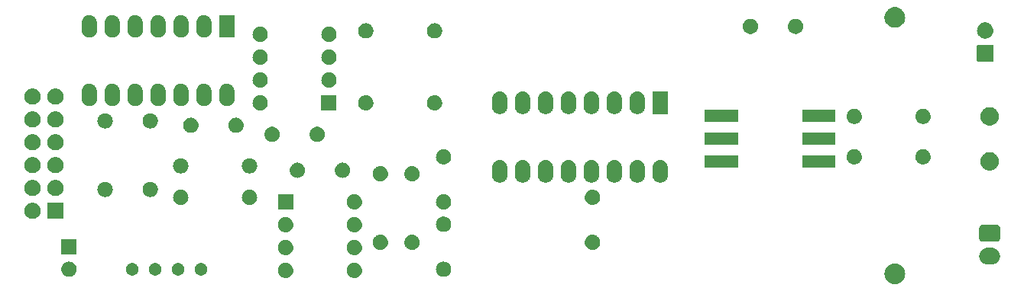
<source format=gbr>
G04 #@! TF.GenerationSoftware,KiCad,Pcbnew,7.0.11+dfsg-1build4*
G04 #@! TF.CreationDate,2025-06-25T18:53:50-04:00*
G04 #@! TF.ProjectId,pmod_1553,706d6f64-5f31-4353-9533-2e6b69636164,rev?*
G04 #@! TF.SameCoordinates,Original*
G04 #@! TF.FileFunction,Soldermask,Bot*
G04 #@! TF.FilePolarity,Negative*
%FSLAX46Y46*%
G04 Gerber Fmt 4.6, Leading zero omitted, Abs format (unit mm)*
G04 Created by KiCad (PCBNEW 7.0.11+dfsg-1build4) date 2025-06-25 18:53:50*
%MOMM*%
%LPD*%
G01*
G04 APERTURE LIST*
G04 APERTURE END LIST*
G36*
X194050672Y-104353910D02*
G01*
X194106201Y-104353910D01*
X194155050Y-104363041D01*
X194199783Y-104366955D01*
X194254691Y-104381667D01*
X194314986Y-104392939D01*
X194355882Y-104408782D01*
X194393500Y-104418862D01*
X194450449Y-104445417D01*
X194513045Y-104469667D01*
X194545350Y-104489669D01*
X194575263Y-104503618D01*
X194631688Y-104543127D01*
X194693632Y-104581482D01*
X194717378Y-104603130D01*
X194739539Y-104618647D01*
X194792543Y-104671651D01*
X194850599Y-104724576D01*
X194866424Y-104745532D01*
X194881352Y-104760460D01*
X194927922Y-104826969D01*
X194978600Y-104894077D01*
X194987677Y-104912307D01*
X194996381Y-104924737D01*
X195033430Y-105004191D01*
X195073276Y-105084211D01*
X195077239Y-105098139D01*
X195081137Y-105106499D01*
X195105709Y-105198204D01*
X195131402Y-105288504D01*
X195132192Y-105297039D01*
X195133044Y-105300216D01*
X195142447Y-105407707D01*
X195151000Y-105500000D01*
X195142447Y-105592299D01*
X195133044Y-105699783D01*
X195132193Y-105702958D01*
X195131402Y-105711496D01*
X195105705Y-105801811D01*
X195081137Y-105893500D01*
X195077239Y-105901857D01*
X195073276Y-105915789D01*
X195033427Y-105995815D01*
X194996381Y-106075263D01*
X194987678Y-106087691D01*
X194978600Y-106105923D01*
X194927917Y-106173037D01*
X194881352Y-106239539D01*
X194866427Y-106254463D01*
X194850599Y-106275424D01*
X194792532Y-106328358D01*
X194739539Y-106381352D01*
X194717383Y-106396865D01*
X194693632Y-106418518D01*
X194631675Y-106456879D01*
X194575263Y-106496381D01*
X194545357Y-106510325D01*
X194513045Y-106530333D01*
X194450436Y-106554587D01*
X194393500Y-106581137D01*
X194355890Y-106591214D01*
X194314986Y-106607061D01*
X194254679Y-106618334D01*
X194199783Y-106633044D01*
X194155060Y-106636956D01*
X194106201Y-106646090D01*
X194050660Y-106646090D01*
X194000000Y-106650522D01*
X193949340Y-106646090D01*
X193893799Y-106646090D01*
X193844940Y-106636956D01*
X193800216Y-106633044D01*
X193745317Y-106618333D01*
X193685014Y-106607061D01*
X193644111Y-106591215D01*
X193606499Y-106581137D01*
X193549557Y-106554585D01*
X193486955Y-106530333D01*
X193454645Y-106510327D01*
X193424736Y-106496381D01*
X193368315Y-106456874D01*
X193306368Y-106418518D01*
X193282619Y-106396868D01*
X193260460Y-106381352D01*
X193207456Y-106328348D01*
X193149401Y-106275424D01*
X193133575Y-106254467D01*
X193118647Y-106239539D01*
X193072069Y-106173019D01*
X193021400Y-106105923D01*
X193012324Y-106087696D01*
X193003618Y-106075263D01*
X192966556Y-105995783D01*
X192926724Y-105915789D01*
X192922761Y-105901863D01*
X192918862Y-105893500D01*
X192894277Y-105801751D01*
X192868598Y-105711496D01*
X192867807Y-105702964D01*
X192866955Y-105699783D01*
X192857534Y-105592106D01*
X192849000Y-105500000D01*
X192857534Y-105407900D01*
X192866955Y-105300216D01*
X192867807Y-105297034D01*
X192868598Y-105288504D01*
X192894273Y-105198264D01*
X192918862Y-105106499D01*
X192922762Y-105098134D01*
X192926724Y-105084211D01*
X192966553Y-105004222D01*
X193003618Y-104924737D01*
X193012324Y-104912302D01*
X193021400Y-104894077D01*
X193072063Y-104826987D01*
X193118647Y-104760460D01*
X193133578Y-104745528D01*
X193149401Y-104724576D01*
X193207444Y-104671662D01*
X193260460Y-104618647D01*
X193282624Y-104603127D01*
X193306368Y-104581482D01*
X193368308Y-104543129D01*
X193424737Y-104503618D01*
X193454649Y-104489669D01*
X193486955Y-104469667D01*
X193549546Y-104445419D01*
X193606499Y-104418862D01*
X193644119Y-104408781D01*
X193685014Y-104392939D01*
X193745304Y-104381668D01*
X193800216Y-104366955D01*
X193844950Y-104363041D01*
X193893799Y-104353910D01*
X193949328Y-104353910D01*
X194000000Y-104349477D01*
X194050672Y-104353910D01*
G37*
G36*
X126541199Y-104273662D02*
G01*
X126588954Y-104273662D01*
X126630194Y-104282427D01*
X126665901Y-104285945D01*
X126710759Y-104299552D01*
X126762973Y-104310651D01*
X126796384Y-104325526D01*
X126825435Y-104334339D01*
X126871602Y-104359015D01*
X126925500Y-104383012D01*
X126950554Y-104401215D01*
X126972453Y-104412920D01*
X127017128Y-104449584D01*
X127069430Y-104487584D01*
X127086411Y-104506443D01*
X127101320Y-104518679D01*
X127141387Y-104567501D01*
X127188473Y-104619795D01*
X127198364Y-104636927D01*
X127207079Y-104647546D01*
X127239306Y-104707840D01*
X127277427Y-104773867D01*
X127281813Y-104787368D01*
X127285660Y-104794564D01*
X127306861Y-104864455D01*
X127332404Y-104943067D01*
X127333303Y-104951623D01*
X127334054Y-104954098D01*
X127341371Y-105028389D01*
X127351000Y-105120000D01*
X127341370Y-105211619D01*
X127334054Y-105285901D01*
X127333303Y-105288375D01*
X127332404Y-105296933D01*
X127306856Y-105375558D01*
X127285660Y-105445435D01*
X127281814Y-105452629D01*
X127277427Y-105466133D01*
X127239299Y-105532172D01*
X127207079Y-105592453D01*
X127198366Y-105603069D01*
X127188473Y-105620205D01*
X127141378Y-105672509D01*
X127101320Y-105721320D01*
X127086414Y-105733552D01*
X127069430Y-105752416D01*
X127017118Y-105790423D01*
X126972453Y-105827079D01*
X126950559Y-105838780D01*
X126925500Y-105856988D01*
X126871591Y-105880989D01*
X126825435Y-105905660D01*
X126796391Y-105914470D01*
X126762973Y-105929349D01*
X126710748Y-105940449D01*
X126665901Y-105954054D01*
X126630203Y-105957570D01*
X126588954Y-105966338D01*
X126541188Y-105966338D01*
X126500000Y-105970395D01*
X126458811Y-105966338D01*
X126411046Y-105966338D01*
X126369797Y-105957570D01*
X126334098Y-105954054D01*
X126289248Y-105940448D01*
X126237027Y-105929349D01*
X126203610Y-105914471D01*
X126174564Y-105905660D01*
X126128402Y-105880986D01*
X126074500Y-105856988D01*
X126049443Y-105838783D01*
X126027546Y-105827079D01*
X125982873Y-105790416D01*
X125930570Y-105752416D01*
X125913588Y-105733555D01*
X125898679Y-105721320D01*
X125858610Y-105672496D01*
X125811527Y-105620205D01*
X125801636Y-105603073D01*
X125792920Y-105592453D01*
X125760687Y-105532148D01*
X125722573Y-105466133D01*
X125718186Y-105452634D01*
X125714339Y-105445435D01*
X125693128Y-105375512D01*
X125667596Y-105296933D01*
X125666697Y-105288380D01*
X125665945Y-105285901D01*
X125658613Y-105211467D01*
X125649000Y-105120000D01*
X125658612Y-105028540D01*
X125665945Y-104954098D01*
X125666697Y-104951618D01*
X125667596Y-104943067D01*
X125693123Y-104864502D01*
X125714339Y-104794564D01*
X125718187Y-104787363D01*
X125722573Y-104773867D01*
X125760680Y-104707863D01*
X125792920Y-104647546D01*
X125801638Y-104636923D01*
X125811527Y-104619795D01*
X125858601Y-104567513D01*
X125898679Y-104518679D01*
X125913591Y-104506440D01*
X125930570Y-104487584D01*
X125982862Y-104449591D01*
X126027546Y-104412920D01*
X126049448Y-104401213D01*
X126074500Y-104383012D01*
X126128391Y-104359018D01*
X126174564Y-104334339D01*
X126203617Y-104325525D01*
X126237027Y-104310651D01*
X126289237Y-104299553D01*
X126334098Y-104285945D01*
X126369806Y-104282427D01*
X126411046Y-104273662D01*
X126458801Y-104273662D01*
X126500000Y-104269604D01*
X126541199Y-104273662D01*
G37*
G36*
X134161199Y-104273662D02*
G01*
X134208954Y-104273662D01*
X134250194Y-104282427D01*
X134285901Y-104285945D01*
X134330759Y-104299552D01*
X134382973Y-104310651D01*
X134416384Y-104325526D01*
X134445435Y-104334339D01*
X134491602Y-104359015D01*
X134545500Y-104383012D01*
X134570554Y-104401215D01*
X134592453Y-104412920D01*
X134637128Y-104449584D01*
X134689430Y-104487584D01*
X134706411Y-104506443D01*
X134721320Y-104518679D01*
X134761387Y-104567501D01*
X134808473Y-104619795D01*
X134818364Y-104636927D01*
X134827079Y-104647546D01*
X134859306Y-104707840D01*
X134897427Y-104773867D01*
X134901813Y-104787368D01*
X134905660Y-104794564D01*
X134926861Y-104864455D01*
X134952404Y-104943067D01*
X134953303Y-104951623D01*
X134954054Y-104954098D01*
X134961371Y-105028389D01*
X134971000Y-105120000D01*
X134961370Y-105211619D01*
X134954054Y-105285901D01*
X134953303Y-105288375D01*
X134952404Y-105296933D01*
X134926856Y-105375558D01*
X134905660Y-105445435D01*
X134901814Y-105452629D01*
X134897427Y-105466133D01*
X134859299Y-105532172D01*
X134827079Y-105592453D01*
X134818366Y-105603069D01*
X134808473Y-105620205D01*
X134761378Y-105672509D01*
X134721320Y-105721320D01*
X134706414Y-105733552D01*
X134689430Y-105752416D01*
X134637118Y-105790423D01*
X134592453Y-105827079D01*
X134570559Y-105838780D01*
X134545500Y-105856988D01*
X134491591Y-105880989D01*
X134445435Y-105905660D01*
X134416391Y-105914470D01*
X134382973Y-105929349D01*
X134330748Y-105940449D01*
X134285901Y-105954054D01*
X134250203Y-105957570D01*
X134208954Y-105966338D01*
X134161188Y-105966338D01*
X134120000Y-105970395D01*
X134078811Y-105966338D01*
X134031046Y-105966338D01*
X133989797Y-105957570D01*
X133954098Y-105954054D01*
X133909248Y-105940448D01*
X133857027Y-105929349D01*
X133823610Y-105914471D01*
X133794564Y-105905660D01*
X133748402Y-105880986D01*
X133694500Y-105856988D01*
X133669443Y-105838783D01*
X133647546Y-105827079D01*
X133602873Y-105790416D01*
X133550570Y-105752416D01*
X133533588Y-105733555D01*
X133518679Y-105721320D01*
X133478610Y-105672496D01*
X133431527Y-105620205D01*
X133421636Y-105603073D01*
X133412920Y-105592453D01*
X133380687Y-105532148D01*
X133342573Y-105466133D01*
X133338186Y-105452634D01*
X133334339Y-105445435D01*
X133313128Y-105375512D01*
X133287596Y-105296933D01*
X133286697Y-105288380D01*
X133285945Y-105285901D01*
X133278613Y-105211467D01*
X133269000Y-105120000D01*
X133278612Y-105028540D01*
X133285945Y-104954098D01*
X133286697Y-104951618D01*
X133287596Y-104943067D01*
X133313123Y-104864502D01*
X133334339Y-104794564D01*
X133338187Y-104787363D01*
X133342573Y-104773867D01*
X133380680Y-104707863D01*
X133412920Y-104647546D01*
X133421638Y-104636923D01*
X133431527Y-104619795D01*
X133478601Y-104567513D01*
X133518679Y-104518679D01*
X133533591Y-104506440D01*
X133550570Y-104487584D01*
X133602862Y-104449591D01*
X133647546Y-104412920D01*
X133669448Y-104401213D01*
X133694500Y-104383012D01*
X133748391Y-104359018D01*
X133794564Y-104334339D01*
X133823617Y-104325525D01*
X133857027Y-104310651D01*
X133909237Y-104299553D01*
X133954098Y-104285945D01*
X133989806Y-104282427D01*
X134031046Y-104273662D01*
X134078801Y-104273662D01*
X134120000Y-104269604D01*
X134161199Y-104273662D01*
G37*
G36*
X102541199Y-104153662D02*
G01*
X102588954Y-104153662D01*
X102630194Y-104162427D01*
X102665901Y-104165945D01*
X102710759Y-104179552D01*
X102762973Y-104190651D01*
X102796384Y-104205526D01*
X102825435Y-104214339D01*
X102871602Y-104239015D01*
X102925500Y-104263012D01*
X102950554Y-104281215D01*
X102972453Y-104292920D01*
X103017128Y-104329584D01*
X103069430Y-104367584D01*
X103086411Y-104386443D01*
X103101320Y-104398679D01*
X103141387Y-104447501D01*
X103188473Y-104499795D01*
X103198364Y-104516927D01*
X103207079Y-104527546D01*
X103239306Y-104587840D01*
X103277427Y-104653867D01*
X103281813Y-104667368D01*
X103285660Y-104674564D01*
X103306861Y-104744455D01*
X103332404Y-104823067D01*
X103333303Y-104831623D01*
X103334054Y-104834098D01*
X103341371Y-104908389D01*
X103351000Y-105000000D01*
X103341370Y-105091619D01*
X103334054Y-105165901D01*
X103333303Y-105168375D01*
X103332404Y-105176933D01*
X103306856Y-105255558D01*
X103285660Y-105325435D01*
X103281814Y-105332629D01*
X103277427Y-105346133D01*
X103239299Y-105412172D01*
X103207079Y-105472453D01*
X103198366Y-105483069D01*
X103188473Y-105500205D01*
X103141378Y-105552509D01*
X103101320Y-105601320D01*
X103086414Y-105613552D01*
X103069430Y-105632416D01*
X103017118Y-105670423D01*
X102972453Y-105707079D01*
X102950559Y-105718780D01*
X102925500Y-105736988D01*
X102871591Y-105760989D01*
X102825435Y-105785660D01*
X102796391Y-105794470D01*
X102762973Y-105809349D01*
X102710748Y-105820449D01*
X102665901Y-105834054D01*
X102630203Y-105837570D01*
X102588954Y-105846338D01*
X102541188Y-105846338D01*
X102500000Y-105850395D01*
X102458811Y-105846338D01*
X102411046Y-105846338D01*
X102369797Y-105837570D01*
X102334098Y-105834054D01*
X102289248Y-105820448D01*
X102237027Y-105809349D01*
X102203610Y-105794471D01*
X102174564Y-105785660D01*
X102128402Y-105760986D01*
X102074500Y-105736988D01*
X102049443Y-105718783D01*
X102027546Y-105707079D01*
X101982873Y-105670416D01*
X101930570Y-105632416D01*
X101913588Y-105613555D01*
X101898679Y-105601320D01*
X101858610Y-105552496D01*
X101811527Y-105500205D01*
X101801636Y-105483073D01*
X101792920Y-105472453D01*
X101760687Y-105412148D01*
X101722573Y-105346133D01*
X101718186Y-105332634D01*
X101714339Y-105325435D01*
X101693128Y-105255512D01*
X101667596Y-105176933D01*
X101666697Y-105168380D01*
X101665945Y-105165901D01*
X101658613Y-105091467D01*
X101649000Y-105000000D01*
X101658612Y-104908540D01*
X101665945Y-104834098D01*
X101666697Y-104831618D01*
X101667596Y-104823067D01*
X101693123Y-104744502D01*
X101714339Y-104674564D01*
X101718187Y-104667363D01*
X101722573Y-104653867D01*
X101760680Y-104587863D01*
X101792920Y-104527546D01*
X101801638Y-104516923D01*
X101811527Y-104499795D01*
X101858601Y-104447513D01*
X101898679Y-104398679D01*
X101913591Y-104386440D01*
X101930570Y-104367584D01*
X101982862Y-104329591D01*
X102027546Y-104292920D01*
X102049448Y-104281213D01*
X102074500Y-104263012D01*
X102128391Y-104239018D01*
X102174564Y-104214339D01*
X102203617Y-104205525D01*
X102237027Y-104190651D01*
X102289237Y-104179553D01*
X102334098Y-104165945D01*
X102369806Y-104162427D01*
X102411046Y-104153662D01*
X102458801Y-104153662D01*
X102500000Y-104149604D01*
X102541199Y-104153662D01*
G37*
G36*
X144041199Y-104153662D02*
G01*
X144088954Y-104153662D01*
X144130194Y-104162427D01*
X144165901Y-104165945D01*
X144210759Y-104179552D01*
X144262973Y-104190651D01*
X144296384Y-104205526D01*
X144325435Y-104214339D01*
X144371602Y-104239015D01*
X144425500Y-104263012D01*
X144450554Y-104281215D01*
X144472453Y-104292920D01*
X144517128Y-104329584D01*
X144569430Y-104367584D01*
X144586411Y-104386443D01*
X144601320Y-104398679D01*
X144641387Y-104447501D01*
X144688473Y-104499795D01*
X144698364Y-104516927D01*
X144707079Y-104527546D01*
X144739306Y-104587840D01*
X144777427Y-104653867D01*
X144781813Y-104667368D01*
X144785660Y-104674564D01*
X144806861Y-104744455D01*
X144832404Y-104823067D01*
X144833303Y-104831623D01*
X144834054Y-104834098D01*
X144841371Y-104908389D01*
X144851000Y-105000000D01*
X144841370Y-105091619D01*
X144834054Y-105165901D01*
X144833303Y-105168375D01*
X144832404Y-105176933D01*
X144806856Y-105255558D01*
X144785660Y-105325435D01*
X144781814Y-105332629D01*
X144777427Y-105346133D01*
X144739299Y-105412172D01*
X144707079Y-105472453D01*
X144698366Y-105483069D01*
X144688473Y-105500205D01*
X144641378Y-105552509D01*
X144601320Y-105601320D01*
X144586414Y-105613552D01*
X144569430Y-105632416D01*
X144517118Y-105670423D01*
X144472453Y-105707079D01*
X144450559Y-105718780D01*
X144425500Y-105736988D01*
X144371591Y-105760989D01*
X144325435Y-105785660D01*
X144296391Y-105794470D01*
X144262973Y-105809349D01*
X144210748Y-105820449D01*
X144165901Y-105834054D01*
X144130203Y-105837570D01*
X144088954Y-105846338D01*
X144041188Y-105846338D01*
X144000000Y-105850395D01*
X143958811Y-105846338D01*
X143911046Y-105846338D01*
X143869797Y-105837570D01*
X143834098Y-105834054D01*
X143789248Y-105820448D01*
X143737027Y-105809349D01*
X143703610Y-105794471D01*
X143674564Y-105785660D01*
X143628402Y-105760986D01*
X143574500Y-105736988D01*
X143549443Y-105718783D01*
X143527546Y-105707079D01*
X143482873Y-105670416D01*
X143430570Y-105632416D01*
X143413588Y-105613555D01*
X143398679Y-105601320D01*
X143358610Y-105552496D01*
X143311527Y-105500205D01*
X143301636Y-105483073D01*
X143292920Y-105472453D01*
X143260687Y-105412148D01*
X143222573Y-105346133D01*
X143218186Y-105332634D01*
X143214339Y-105325435D01*
X143193128Y-105255512D01*
X143167596Y-105176933D01*
X143166697Y-105168380D01*
X143165945Y-105165901D01*
X143158613Y-105091467D01*
X143149000Y-105000000D01*
X143158612Y-104908540D01*
X143165945Y-104834098D01*
X143166697Y-104831618D01*
X143167596Y-104823067D01*
X143193123Y-104744502D01*
X143214339Y-104674564D01*
X143218187Y-104667363D01*
X143222573Y-104653867D01*
X143260680Y-104587863D01*
X143292920Y-104527546D01*
X143301638Y-104516923D01*
X143311527Y-104499795D01*
X143358601Y-104447513D01*
X143398679Y-104398679D01*
X143413591Y-104386440D01*
X143430570Y-104367584D01*
X143482862Y-104329591D01*
X143527546Y-104292920D01*
X143549448Y-104281213D01*
X143574500Y-104263012D01*
X143628391Y-104239018D01*
X143674564Y-104214339D01*
X143703617Y-104205525D01*
X143737027Y-104190651D01*
X143789237Y-104179553D01*
X143834098Y-104165945D01*
X143869806Y-104162427D01*
X143911046Y-104153662D01*
X143958801Y-104153662D01*
X144000000Y-104149604D01*
X144041199Y-104153662D01*
G37*
G36*
X109576132Y-104302622D02*
G01*
X109584677Y-104302622D01*
X109638219Y-104315818D01*
X109716872Y-104332537D01*
X109730296Y-104338513D01*
X109749110Y-104343151D01*
X109796075Y-104367800D01*
X109850907Y-104392213D01*
X109872550Y-104407937D01*
X109899065Y-104421854D01*
X109932624Y-104451584D01*
X109969601Y-104478450D01*
X109995828Y-104507578D01*
X110025829Y-104534156D01*
X110045762Y-104563034D01*
X110067779Y-104587486D01*
X110094058Y-104633004D01*
X110122033Y-104673532D01*
X110130793Y-104696630D01*
X110141136Y-104714545D01*
X110162358Y-104779860D01*
X110182087Y-104831881D01*
X110183773Y-104845770D01*
X110186475Y-104854085D01*
X110197373Y-104957775D01*
X110202500Y-105000000D01*
X110197372Y-105042226D01*
X110186475Y-105145914D01*
X110183773Y-105154227D01*
X110182087Y-105168119D01*
X110162355Y-105220145D01*
X110141136Y-105285454D01*
X110130794Y-105303366D01*
X110122033Y-105326468D01*
X110094055Y-105367001D01*
X110067779Y-105412513D01*
X110045764Y-105436961D01*
X110025829Y-105465844D01*
X109995824Y-105492425D01*
X109969601Y-105521549D01*
X109932630Y-105548409D01*
X109899065Y-105578146D01*
X109872545Y-105592064D01*
X109850907Y-105607786D01*
X109796087Y-105632193D01*
X109749110Y-105656849D01*
X109730291Y-105661487D01*
X109716872Y-105667462D01*
X109638232Y-105684177D01*
X109584677Y-105697378D01*
X109576132Y-105697378D01*
X109573361Y-105697967D01*
X109426639Y-105697967D01*
X109423868Y-105697378D01*
X109415323Y-105697378D01*
X109361770Y-105684178D01*
X109283127Y-105667462D01*
X109269706Y-105661486D01*
X109250890Y-105656849D01*
X109203917Y-105632195D01*
X109149092Y-105607786D01*
X109127451Y-105592062D01*
X109100935Y-105578146D01*
X109067374Y-105548414D01*
X109030398Y-105521549D01*
X109004170Y-105492421D01*
X108974171Y-105465844D01*
X108954238Y-105436966D01*
X108932220Y-105412513D01*
X108905938Y-105366992D01*
X108877967Y-105326468D01*
X108869207Y-105303371D01*
X108858863Y-105285454D01*
X108837637Y-105220127D01*
X108817913Y-105168119D01*
X108816226Y-105154232D01*
X108813524Y-105145914D01*
X108802619Y-105042164D01*
X108797500Y-105000000D01*
X108802619Y-104957837D01*
X108813524Y-104854085D01*
X108816227Y-104845765D01*
X108817913Y-104831881D01*
X108837635Y-104779878D01*
X108858863Y-104714545D01*
X108869208Y-104696625D01*
X108877967Y-104673532D01*
X108905935Y-104633012D01*
X108932220Y-104587486D01*
X108954241Y-104563028D01*
X108974171Y-104534156D01*
X109004165Y-104507583D01*
X109030395Y-104478453D01*
X109067374Y-104451585D01*
X109100935Y-104421854D01*
X109127451Y-104407936D01*
X109149095Y-104392212D01*
X109203923Y-104367801D01*
X109250890Y-104343151D01*
X109269705Y-104338513D01*
X109283129Y-104332537D01*
X109361777Y-104315819D01*
X109415323Y-104302622D01*
X109423868Y-104302622D01*
X109426639Y-104302033D01*
X109573361Y-104302033D01*
X109576132Y-104302622D01*
G37*
G36*
X112116132Y-104302622D02*
G01*
X112124677Y-104302622D01*
X112178219Y-104315818D01*
X112256872Y-104332537D01*
X112270296Y-104338513D01*
X112289110Y-104343151D01*
X112336075Y-104367800D01*
X112390907Y-104392213D01*
X112412550Y-104407937D01*
X112439065Y-104421854D01*
X112472624Y-104451584D01*
X112509601Y-104478450D01*
X112535828Y-104507578D01*
X112565829Y-104534156D01*
X112585762Y-104563034D01*
X112607779Y-104587486D01*
X112634058Y-104633004D01*
X112662033Y-104673532D01*
X112670793Y-104696630D01*
X112681136Y-104714545D01*
X112702358Y-104779860D01*
X112722087Y-104831881D01*
X112723773Y-104845770D01*
X112726475Y-104854085D01*
X112737373Y-104957775D01*
X112742500Y-105000000D01*
X112737372Y-105042226D01*
X112726475Y-105145914D01*
X112723773Y-105154227D01*
X112722087Y-105168119D01*
X112702355Y-105220145D01*
X112681136Y-105285454D01*
X112670794Y-105303366D01*
X112662033Y-105326468D01*
X112634055Y-105367001D01*
X112607779Y-105412513D01*
X112585764Y-105436961D01*
X112565829Y-105465844D01*
X112535824Y-105492425D01*
X112509601Y-105521549D01*
X112472630Y-105548409D01*
X112439065Y-105578146D01*
X112412545Y-105592064D01*
X112390907Y-105607786D01*
X112336087Y-105632193D01*
X112289110Y-105656849D01*
X112270291Y-105661487D01*
X112256872Y-105667462D01*
X112178232Y-105684177D01*
X112124677Y-105697378D01*
X112116132Y-105697378D01*
X112113361Y-105697967D01*
X111966639Y-105697967D01*
X111963868Y-105697378D01*
X111955323Y-105697378D01*
X111901770Y-105684178D01*
X111823127Y-105667462D01*
X111809706Y-105661486D01*
X111790890Y-105656849D01*
X111743917Y-105632195D01*
X111689092Y-105607786D01*
X111667451Y-105592062D01*
X111640935Y-105578146D01*
X111607374Y-105548414D01*
X111570398Y-105521549D01*
X111544170Y-105492421D01*
X111514171Y-105465844D01*
X111494238Y-105436966D01*
X111472220Y-105412513D01*
X111445938Y-105366992D01*
X111417967Y-105326468D01*
X111409207Y-105303371D01*
X111398863Y-105285454D01*
X111377637Y-105220127D01*
X111357913Y-105168119D01*
X111356226Y-105154232D01*
X111353524Y-105145914D01*
X111342619Y-105042164D01*
X111337500Y-105000000D01*
X111342619Y-104957837D01*
X111353524Y-104854085D01*
X111356227Y-104845765D01*
X111357913Y-104831881D01*
X111377635Y-104779878D01*
X111398863Y-104714545D01*
X111409208Y-104696625D01*
X111417967Y-104673532D01*
X111445935Y-104633012D01*
X111472220Y-104587486D01*
X111494241Y-104563028D01*
X111514171Y-104534156D01*
X111544165Y-104507583D01*
X111570395Y-104478453D01*
X111607374Y-104451585D01*
X111640935Y-104421854D01*
X111667451Y-104407936D01*
X111689095Y-104392212D01*
X111743923Y-104367801D01*
X111790890Y-104343151D01*
X111809705Y-104338513D01*
X111823129Y-104332537D01*
X111901777Y-104315819D01*
X111955323Y-104302622D01*
X111963868Y-104302622D01*
X111966639Y-104302033D01*
X112113361Y-104302033D01*
X112116132Y-104302622D01*
G37*
G36*
X114656132Y-104302622D02*
G01*
X114664677Y-104302622D01*
X114718219Y-104315818D01*
X114796872Y-104332537D01*
X114810296Y-104338513D01*
X114829110Y-104343151D01*
X114876075Y-104367800D01*
X114930907Y-104392213D01*
X114952550Y-104407937D01*
X114979065Y-104421854D01*
X115012624Y-104451584D01*
X115049601Y-104478450D01*
X115075828Y-104507578D01*
X115105829Y-104534156D01*
X115125762Y-104563034D01*
X115147779Y-104587486D01*
X115174058Y-104633004D01*
X115202033Y-104673532D01*
X115210793Y-104696630D01*
X115221136Y-104714545D01*
X115242358Y-104779860D01*
X115262087Y-104831881D01*
X115263773Y-104845770D01*
X115266475Y-104854085D01*
X115277373Y-104957775D01*
X115282500Y-105000000D01*
X115277372Y-105042226D01*
X115266475Y-105145914D01*
X115263773Y-105154227D01*
X115262087Y-105168119D01*
X115242355Y-105220145D01*
X115221136Y-105285454D01*
X115210794Y-105303366D01*
X115202033Y-105326468D01*
X115174055Y-105367001D01*
X115147779Y-105412513D01*
X115125764Y-105436961D01*
X115105829Y-105465844D01*
X115075824Y-105492425D01*
X115049601Y-105521549D01*
X115012630Y-105548409D01*
X114979065Y-105578146D01*
X114952545Y-105592064D01*
X114930907Y-105607786D01*
X114876087Y-105632193D01*
X114829110Y-105656849D01*
X114810291Y-105661487D01*
X114796872Y-105667462D01*
X114718232Y-105684177D01*
X114664677Y-105697378D01*
X114656132Y-105697378D01*
X114653361Y-105697967D01*
X114506639Y-105697967D01*
X114503868Y-105697378D01*
X114495323Y-105697378D01*
X114441770Y-105684178D01*
X114363127Y-105667462D01*
X114349706Y-105661486D01*
X114330890Y-105656849D01*
X114283917Y-105632195D01*
X114229092Y-105607786D01*
X114207451Y-105592062D01*
X114180935Y-105578146D01*
X114147374Y-105548414D01*
X114110398Y-105521549D01*
X114084170Y-105492421D01*
X114054171Y-105465844D01*
X114034238Y-105436966D01*
X114012220Y-105412513D01*
X113985938Y-105366992D01*
X113957967Y-105326468D01*
X113949207Y-105303371D01*
X113938863Y-105285454D01*
X113917637Y-105220127D01*
X113897913Y-105168119D01*
X113896226Y-105154232D01*
X113893524Y-105145914D01*
X113882619Y-105042164D01*
X113877500Y-105000000D01*
X113882619Y-104957837D01*
X113893524Y-104854085D01*
X113896227Y-104845765D01*
X113897913Y-104831881D01*
X113917635Y-104779878D01*
X113938863Y-104714545D01*
X113949208Y-104696625D01*
X113957967Y-104673532D01*
X113985935Y-104633012D01*
X114012220Y-104587486D01*
X114034241Y-104563028D01*
X114054171Y-104534156D01*
X114084165Y-104507583D01*
X114110395Y-104478453D01*
X114147374Y-104451585D01*
X114180935Y-104421854D01*
X114207451Y-104407936D01*
X114229095Y-104392212D01*
X114283923Y-104367801D01*
X114330890Y-104343151D01*
X114349705Y-104338513D01*
X114363129Y-104332537D01*
X114441777Y-104315819D01*
X114495323Y-104302622D01*
X114503868Y-104302622D01*
X114506639Y-104302033D01*
X114653361Y-104302033D01*
X114656132Y-104302622D01*
G37*
G36*
X117196132Y-104302622D02*
G01*
X117204677Y-104302622D01*
X117258219Y-104315818D01*
X117336872Y-104332537D01*
X117350296Y-104338513D01*
X117369110Y-104343151D01*
X117416075Y-104367800D01*
X117470907Y-104392213D01*
X117492550Y-104407937D01*
X117519065Y-104421854D01*
X117552624Y-104451584D01*
X117589601Y-104478450D01*
X117615828Y-104507578D01*
X117645829Y-104534156D01*
X117665762Y-104563034D01*
X117687779Y-104587486D01*
X117714058Y-104633004D01*
X117742033Y-104673532D01*
X117750793Y-104696630D01*
X117761136Y-104714545D01*
X117782358Y-104779860D01*
X117802087Y-104831881D01*
X117803773Y-104845770D01*
X117806475Y-104854085D01*
X117817373Y-104957775D01*
X117822500Y-105000000D01*
X117817372Y-105042226D01*
X117806475Y-105145914D01*
X117803773Y-105154227D01*
X117802087Y-105168119D01*
X117782355Y-105220145D01*
X117761136Y-105285454D01*
X117750794Y-105303366D01*
X117742033Y-105326468D01*
X117714055Y-105367001D01*
X117687779Y-105412513D01*
X117665764Y-105436961D01*
X117645829Y-105465844D01*
X117615824Y-105492425D01*
X117589601Y-105521549D01*
X117552630Y-105548409D01*
X117519065Y-105578146D01*
X117492545Y-105592064D01*
X117470907Y-105607786D01*
X117416087Y-105632193D01*
X117369110Y-105656849D01*
X117350291Y-105661487D01*
X117336872Y-105667462D01*
X117258232Y-105684177D01*
X117204677Y-105697378D01*
X117196132Y-105697378D01*
X117193361Y-105697967D01*
X117046639Y-105697967D01*
X117043868Y-105697378D01*
X117035323Y-105697378D01*
X116981770Y-105684178D01*
X116903127Y-105667462D01*
X116889706Y-105661486D01*
X116870890Y-105656849D01*
X116823917Y-105632195D01*
X116769092Y-105607786D01*
X116747451Y-105592062D01*
X116720935Y-105578146D01*
X116687374Y-105548414D01*
X116650398Y-105521549D01*
X116624170Y-105492421D01*
X116594171Y-105465844D01*
X116574238Y-105436966D01*
X116552220Y-105412513D01*
X116525938Y-105366992D01*
X116497967Y-105326468D01*
X116489207Y-105303371D01*
X116478863Y-105285454D01*
X116457637Y-105220127D01*
X116437913Y-105168119D01*
X116436226Y-105154232D01*
X116433524Y-105145914D01*
X116422619Y-105042164D01*
X116417500Y-105000000D01*
X116422619Y-104957837D01*
X116433524Y-104854085D01*
X116436227Y-104845765D01*
X116437913Y-104831881D01*
X116457635Y-104779878D01*
X116478863Y-104714545D01*
X116489208Y-104696625D01*
X116497967Y-104673532D01*
X116525935Y-104633012D01*
X116552220Y-104587486D01*
X116574241Y-104563028D01*
X116594171Y-104534156D01*
X116624165Y-104507583D01*
X116650395Y-104478453D01*
X116687374Y-104451585D01*
X116720935Y-104421854D01*
X116747451Y-104407936D01*
X116769095Y-104392212D01*
X116823923Y-104367801D01*
X116870890Y-104343151D01*
X116889705Y-104338513D01*
X116903129Y-104332537D01*
X116981777Y-104315819D01*
X117035323Y-104302622D01*
X117043868Y-104302622D01*
X117046639Y-104302033D01*
X117193361Y-104302033D01*
X117196132Y-104302622D01*
G37*
G36*
X204821491Y-102628616D02*
G01*
X204909557Y-102637290D01*
X204912493Y-102638180D01*
X204921487Y-102639126D01*
X205004109Y-102665972D01*
X205082222Y-102689667D01*
X205090264Y-102693965D01*
X205104604Y-102698625D01*
X205174755Y-102739126D01*
X205241343Y-102774718D01*
X205253065Y-102784338D01*
X205271350Y-102794895D01*
X205327156Y-102845143D01*
X205380817Y-102889182D01*
X205394266Y-102905570D01*
X205414436Y-102923731D01*
X205455071Y-102979660D01*
X205495281Y-103028656D01*
X205508118Y-103052674D01*
X205527609Y-103079500D01*
X205553301Y-103137205D01*
X205580332Y-103187777D01*
X205589984Y-103219595D01*
X205605923Y-103255395D01*
X205617815Y-103311344D01*
X205632709Y-103360442D01*
X205636558Y-103399520D01*
X205645955Y-103443729D01*
X205645955Y-103494922D01*
X205650395Y-103540000D01*
X205645955Y-103585077D01*
X205645955Y-103636271D01*
X205636558Y-103680479D01*
X205632709Y-103719557D01*
X205617816Y-103768652D01*
X205605923Y-103824605D01*
X205589983Y-103860406D01*
X205580332Y-103892222D01*
X205553304Y-103942788D01*
X205527609Y-104000500D01*
X205508116Y-104027328D01*
X205495281Y-104051343D01*
X205455077Y-104100330D01*
X205414436Y-104156269D01*
X205394263Y-104174432D01*
X205380817Y-104190817D01*
X205327169Y-104234844D01*
X205271350Y-104285105D01*
X205253061Y-104295663D01*
X205241343Y-104305281D01*
X205174778Y-104340859D01*
X205104604Y-104381375D01*
X205090259Y-104386035D01*
X205082222Y-104390332D01*
X205004156Y-104414012D01*
X204921487Y-104440874D01*
X204912488Y-104441819D01*
X204909557Y-104442709D01*
X204821570Y-104451375D01*
X204730000Y-104461000D01*
X204723860Y-104461000D01*
X204276140Y-104461000D01*
X204270000Y-104461000D01*
X204178437Y-104451376D01*
X204090442Y-104442709D01*
X204087510Y-104441819D01*
X204078513Y-104440874D01*
X203995857Y-104414017D01*
X203917777Y-104390332D01*
X203909737Y-104386034D01*
X203895396Y-104381375D01*
X203825233Y-104340867D01*
X203758656Y-104305281D01*
X203746934Y-104295661D01*
X203728650Y-104285105D01*
X203672841Y-104234854D01*
X203619182Y-104190817D01*
X203605732Y-104174429D01*
X203585564Y-104156269D01*
X203544929Y-104100341D01*
X203504718Y-104051343D01*
X203491879Y-104027323D01*
X203472391Y-104000500D01*
X203446700Y-103942799D01*
X203419667Y-103892222D01*
X203410013Y-103860399D01*
X203394077Y-103824605D01*
X203382186Y-103768663D01*
X203367290Y-103719557D01*
X203363440Y-103680471D01*
X203354045Y-103636271D01*
X203354045Y-103585087D01*
X203349604Y-103540000D01*
X203354045Y-103494912D01*
X203354045Y-103443729D01*
X203363439Y-103399529D01*
X203367290Y-103360442D01*
X203382186Y-103311333D01*
X203394077Y-103255395D01*
X203410012Y-103219602D01*
X203419667Y-103187777D01*
X203446703Y-103137194D01*
X203472391Y-103079500D01*
X203491877Y-103052679D01*
X203504718Y-103028656D01*
X203544936Y-102979650D01*
X203585564Y-102923731D01*
X203605729Y-102905573D01*
X203619182Y-102889182D01*
X203672853Y-102845134D01*
X203728650Y-102794895D01*
X203746930Y-102784340D01*
X203758656Y-102774718D01*
X203825256Y-102739119D01*
X203895396Y-102698625D01*
X203909732Y-102693966D01*
X203917777Y-102689667D01*
X203995904Y-102665967D01*
X204078513Y-102639126D01*
X204087505Y-102638180D01*
X204090442Y-102637290D01*
X204178516Y-102628615D01*
X204270000Y-102619000D01*
X204730000Y-102619000D01*
X204821491Y-102628616D01*
G37*
G36*
X126541199Y-101733662D02*
G01*
X126588954Y-101733662D01*
X126630194Y-101742427D01*
X126665901Y-101745945D01*
X126710759Y-101759552D01*
X126762973Y-101770651D01*
X126796384Y-101785526D01*
X126825435Y-101794339D01*
X126871602Y-101819015D01*
X126925500Y-101843012D01*
X126950554Y-101861215D01*
X126972453Y-101872920D01*
X127017128Y-101909584D01*
X127069430Y-101947584D01*
X127086411Y-101966443D01*
X127101320Y-101978679D01*
X127141387Y-102027501D01*
X127188473Y-102079795D01*
X127198364Y-102096927D01*
X127207079Y-102107546D01*
X127239306Y-102167840D01*
X127277427Y-102233867D01*
X127281813Y-102247368D01*
X127285660Y-102254564D01*
X127306861Y-102324455D01*
X127332404Y-102403067D01*
X127333303Y-102411623D01*
X127334054Y-102414098D01*
X127341371Y-102488389D01*
X127351000Y-102580000D01*
X127341370Y-102671619D01*
X127334054Y-102745901D01*
X127333303Y-102748375D01*
X127332404Y-102756933D01*
X127306856Y-102835558D01*
X127285660Y-102905435D01*
X127281814Y-102912629D01*
X127277427Y-102926133D01*
X127239299Y-102992172D01*
X127207079Y-103052453D01*
X127198366Y-103063069D01*
X127188473Y-103080205D01*
X127141378Y-103132509D01*
X127101320Y-103181320D01*
X127086414Y-103193552D01*
X127069430Y-103212416D01*
X127017118Y-103250423D01*
X126972453Y-103287079D01*
X126950559Y-103298780D01*
X126925500Y-103316988D01*
X126871591Y-103340989D01*
X126825435Y-103365660D01*
X126796391Y-103374470D01*
X126762973Y-103389349D01*
X126710748Y-103400449D01*
X126665901Y-103414054D01*
X126630203Y-103417570D01*
X126588954Y-103426338D01*
X126541188Y-103426338D01*
X126500000Y-103430395D01*
X126458811Y-103426338D01*
X126411046Y-103426338D01*
X126369797Y-103417570D01*
X126334098Y-103414054D01*
X126289248Y-103400448D01*
X126237027Y-103389349D01*
X126203610Y-103374471D01*
X126174564Y-103365660D01*
X126128402Y-103340986D01*
X126074500Y-103316988D01*
X126049443Y-103298783D01*
X126027546Y-103287079D01*
X125982873Y-103250416D01*
X125930570Y-103212416D01*
X125913588Y-103193555D01*
X125898679Y-103181320D01*
X125858610Y-103132496D01*
X125811527Y-103080205D01*
X125801636Y-103063073D01*
X125792920Y-103052453D01*
X125760687Y-102992148D01*
X125722573Y-102926133D01*
X125718186Y-102912634D01*
X125714339Y-102905435D01*
X125693128Y-102835512D01*
X125667596Y-102756933D01*
X125666697Y-102748380D01*
X125665945Y-102745901D01*
X125658613Y-102671467D01*
X125649000Y-102580000D01*
X125658612Y-102488540D01*
X125665945Y-102414098D01*
X125666697Y-102411618D01*
X125667596Y-102403067D01*
X125693123Y-102324502D01*
X125714339Y-102254564D01*
X125718187Y-102247363D01*
X125722573Y-102233867D01*
X125760680Y-102167863D01*
X125792920Y-102107546D01*
X125801638Y-102096923D01*
X125811527Y-102079795D01*
X125858601Y-102027513D01*
X125898679Y-101978679D01*
X125913591Y-101966440D01*
X125930570Y-101947584D01*
X125982862Y-101909591D01*
X126027546Y-101872920D01*
X126049448Y-101861213D01*
X126074500Y-101843012D01*
X126128391Y-101819018D01*
X126174564Y-101794339D01*
X126203617Y-101785525D01*
X126237027Y-101770651D01*
X126289237Y-101759553D01*
X126334098Y-101745945D01*
X126369806Y-101742427D01*
X126411046Y-101733662D01*
X126458801Y-101733662D01*
X126500000Y-101729604D01*
X126541199Y-101733662D01*
G37*
G36*
X134161199Y-101733662D02*
G01*
X134208954Y-101733662D01*
X134250194Y-101742427D01*
X134285901Y-101745945D01*
X134330759Y-101759552D01*
X134382973Y-101770651D01*
X134416384Y-101785526D01*
X134445435Y-101794339D01*
X134491602Y-101819015D01*
X134545500Y-101843012D01*
X134570554Y-101861215D01*
X134592453Y-101872920D01*
X134637128Y-101909584D01*
X134689430Y-101947584D01*
X134706411Y-101966443D01*
X134721320Y-101978679D01*
X134761387Y-102027501D01*
X134808473Y-102079795D01*
X134818364Y-102096927D01*
X134827079Y-102107546D01*
X134859306Y-102167840D01*
X134897427Y-102233867D01*
X134901813Y-102247368D01*
X134905660Y-102254564D01*
X134926861Y-102324455D01*
X134952404Y-102403067D01*
X134953303Y-102411623D01*
X134954054Y-102414098D01*
X134961371Y-102488389D01*
X134971000Y-102580000D01*
X134961370Y-102671619D01*
X134954054Y-102745901D01*
X134953303Y-102748375D01*
X134952404Y-102756933D01*
X134926856Y-102835558D01*
X134905660Y-102905435D01*
X134901814Y-102912629D01*
X134897427Y-102926133D01*
X134859299Y-102992172D01*
X134827079Y-103052453D01*
X134818366Y-103063069D01*
X134808473Y-103080205D01*
X134761378Y-103132509D01*
X134721320Y-103181320D01*
X134706414Y-103193552D01*
X134689430Y-103212416D01*
X134637118Y-103250423D01*
X134592453Y-103287079D01*
X134570559Y-103298780D01*
X134545500Y-103316988D01*
X134491591Y-103340989D01*
X134445435Y-103365660D01*
X134416391Y-103374470D01*
X134382973Y-103389349D01*
X134330748Y-103400449D01*
X134285901Y-103414054D01*
X134250203Y-103417570D01*
X134208954Y-103426338D01*
X134161188Y-103426338D01*
X134120000Y-103430395D01*
X134078811Y-103426338D01*
X134031046Y-103426338D01*
X133989797Y-103417570D01*
X133954098Y-103414054D01*
X133909248Y-103400448D01*
X133857027Y-103389349D01*
X133823610Y-103374471D01*
X133794564Y-103365660D01*
X133748402Y-103340986D01*
X133694500Y-103316988D01*
X133669443Y-103298783D01*
X133647546Y-103287079D01*
X133602873Y-103250416D01*
X133550570Y-103212416D01*
X133533588Y-103193555D01*
X133518679Y-103181320D01*
X133478610Y-103132496D01*
X133431527Y-103080205D01*
X133421636Y-103063073D01*
X133412920Y-103052453D01*
X133380687Y-102992148D01*
X133342573Y-102926133D01*
X133338186Y-102912634D01*
X133334339Y-102905435D01*
X133313128Y-102835512D01*
X133287596Y-102756933D01*
X133286697Y-102748380D01*
X133285945Y-102745901D01*
X133278613Y-102671467D01*
X133269000Y-102580000D01*
X133278612Y-102488540D01*
X133285945Y-102414098D01*
X133286697Y-102411618D01*
X133287596Y-102403067D01*
X133313123Y-102324502D01*
X133334339Y-102254564D01*
X133338187Y-102247363D01*
X133342573Y-102233867D01*
X133380680Y-102167863D01*
X133412920Y-102107546D01*
X133421638Y-102096923D01*
X133431527Y-102079795D01*
X133478601Y-102027513D01*
X133518679Y-101978679D01*
X133533591Y-101966440D01*
X133550570Y-101947584D01*
X133602862Y-101909591D01*
X133647546Y-101872920D01*
X133669448Y-101861213D01*
X133694500Y-101843012D01*
X133748391Y-101819018D01*
X133794564Y-101794339D01*
X133823617Y-101785525D01*
X133857027Y-101770651D01*
X133909237Y-101759553D01*
X133954098Y-101745945D01*
X133989806Y-101742427D01*
X134031046Y-101733662D01*
X134078801Y-101733662D01*
X134120000Y-101729604D01*
X134161199Y-101733662D01*
G37*
G36*
X103319517Y-101652882D02*
G01*
X103336062Y-101663938D01*
X103347118Y-101680483D01*
X103351000Y-101700000D01*
X103351000Y-103300000D01*
X103347118Y-103319517D01*
X103336062Y-103336062D01*
X103319517Y-103347118D01*
X103300000Y-103351000D01*
X101700000Y-103351000D01*
X101680483Y-103347118D01*
X101663938Y-103336062D01*
X101652882Y-103319517D01*
X101649000Y-103300000D01*
X101649000Y-101700000D01*
X101652882Y-101680483D01*
X101663938Y-101663938D01*
X101680483Y-101652882D01*
X101700000Y-101649000D01*
X103300000Y-101649000D01*
X103319517Y-101652882D01*
G37*
G36*
X137041199Y-101153662D02*
G01*
X137088954Y-101153662D01*
X137130194Y-101162427D01*
X137165901Y-101165945D01*
X137210759Y-101179552D01*
X137262973Y-101190651D01*
X137296384Y-101205526D01*
X137325435Y-101214339D01*
X137371602Y-101239015D01*
X137425500Y-101263012D01*
X137450554Y-101281215D01*
X137472453Y-101292920D01*
X137517128Y-101329584D01*
X137569430Y-101367584D01*
X137586411Y-101386443D01*
X137601320Y-101398679D01*
X137641387Y-101447501D01*
X137688473Y-101499795D01*
X137698364Y-101516927D01*
X137707079Y-101527546D01*
X137739306Y-101587840D01*
X137777427Y-101653867D01*
X137781813Y-101667368D01*
X137785660Y-101674564D01*
X137806861Y-101744455D01*
X137832404Y-101823067D01*
X137833303Y-101831623D01*
X137834054Y-101834098D01*
X137841371Y-101908389D01*
X137851000Y-102000000D01*
X137841370Y-102091619D01*
X137834054Y-102165901D01*
X137833303Y-102168375D01*
X137832404Y-102176933D01*
X137806856Y-102255558D01*
X137785660Y-102325435D01*
X137781814Y-102332629D01*
X137777427Y-102346133D01*
X137739299Y-102412172D01*
X137707079Y-102472453D01*
X137698366Y-102483069D01*
X137688473Y-102500205D01*
X137641378Y-102552509D01*
X137601320Y-102601320D01*
X137586414Y-102613552D01*
X137569430Y-102632416D01*
X137517118Y-102670423D01*
X137472453Y-102707079D01*
X137450559Y-102718780D01*
X137425500Y-102736988D01*
X137371591Y-102760989D01*
X137325435Y-102785660D01*
X137296391Y-102794470D01*
X137262973Y-102809349D01*
X137210748Y-102820449D01*
X137165901Y-102834054D01*
X137130203Y-102837570D01*
X137088954Y-102846338D01*
X137041188Y-102846338D01*
X137000000Y-102850395D01*
X136958811Y-102846338D01*
X136911046Y-102846338D01*
X136869797Y-102837570D01*
X136834098Y-102834054D01*
X136789248Y-102820448D01*
X136737027Y-102809349D01*
X136703610Y-102794471D01*
X136674564Y-102785660D01*
X136628402Y-102760986D01*
X136574500Y-102736988D01*
X136549443Y-102718783D01*
X136527546Y-102707079D01*
X136482873Y-102670416D01*
X136430570Y-102632416D01*
X136413588Y-102613555D01*
X136398679Y-102601320D01*
X136358610Y-102552496D01*
X136311527Y-102500205D01*
X136301636Y-102483073D01*
X136292920Y-102472453D01*
X136260687Y-102412148D01*
X136222573Y-102346133D01*
X136218186Y-102332634D01*
X136214339Y-102325435D01*
X136193128Y-102255512D01*
X136167596Y-102176933D01*
X136166697Y-102168380D01*
X136165945Y-102165901D01*
X136158613Y-102091467D01*
X136149000Y-102000000D01*
X136158612Y-101908540D01*
X136165945Y-101834098D01*
X136166697Y-101831618D01*
X136167596Y-101823067D01*
X136193123Y-101744502D01*
X136214339Y-101674564D01*
X136218187Y-101667363D01*
X136222573Y-101653867D01*
X136260680Y-101587863D01*
X136292920Y-101527546D01*
X136301638Y-101516923D01*
X136311527Y-101499795D01*
X136358601Y-101447513D01*
X136398679Y-101398679D01*
X136413591Y-101386440D01*
X136430570Y-101367584D01*
X136482862Y-101329591D01*
X136527546Y-101292920D01*
X136549448Y-101281213D01*
X136574500Y-101263012D01*
X136628391Y-101239018D01*
X136674564Y-101214339D01*
X136703617Y-101205525D01*
X136737027Y-101190651D01*
X136789237Y-101179553D01*
X136834098Y-101165945D01*
X136869806Y-101162427D01*
X136911046Y-101153662D01*
X136958801Y-101153662D01*
X137000000Y-101149604D01*
X137041199Y-101153662D01*
G37*
G36*
X140541199Y-101153662D02*
G01*
X140588954Y-101153662D01*
X140630194Y-101162427D01*
X140665901Y-101165945D01*
X140710759Y-101179552D01*
X140762973Y-101190651D01*
X140796384Y-101205526D01*
X140825435Y-101214339D01*
X140871602Y-101239015D01*
X140925500Y-101263012D01*
X140950554Y-101281215D01*
X140972453Y-101292920D01*
X141017128Y-101329584D01*
X141069430Y-101367584D01*
X141086411Y-101386443D01*
X141101320Y-101398679D01*
X141141387Y-101447501D01*
X141188473Y-101499795D01*
X141198364Y-101516927D01*
X141207079Y-101527546D01*
X141239306Y-101587840D01*
X141277427Y-101653867D01*
X141281813Y-101667368D01*
X141285660Y-101674564D01*
X141306861Y-101744455D01*
X141332404Y-101823067D01*
X141333303Y-101831623D01*
X141334054Y-101834098D01*
X141341371Y-101908389D01*
X141351000Y-102000000D01*
X141341370Y-102091619D01*
X141334054Y-102165901D01*
X141333303Y-102168375D01*
X141332404Y-102176933D01*
X141306856Y-102255558D01*
X141285660Y-102325435D01*
X141281814Y-102332629D01*
X141277427Y-102346133D01*
X141239299Y-102412172D01*
X141207079Y-102472453D01*
X141198366Y-102483069D01*
X141188473Y-102500205D01*
X141141378Y-102552509D01*
X141101320Y-102601320D01*
X141086414Y-102613552D01*
X141069430Y-102632416D01*
X141017118Y-102670423D01*
X140972453Y-102707079D01*
X140950559Y-102718780D01*
X140925500Y-102736988D01*
X140871591Y-102760989D01*
X140825435Y-102785660D01*
X140796391Y-102794470D01*
X140762973Y-102809349D01*
X140710748Y-102820449D01*
X140665901Y-102834054D01*
X140630203Y-102837570D01*
X140588954Y-102846338D01*
X140541188Y-102846338D01*
X140500000Y-102850395D01*
X140458811Y-102846338D01*
X140411046Y-102846338D01*
X140369797Y-102837570D01*
X140334098Y-102834054D01*
X140289248Y-102820448D01*
X140237027Y-102809349D01*
X140203610Y-102794471D01*
X140174564Y-102785660D01*
X140128402Y-102760986D01*
X140074500Y-102736988D01*
X140049443Y-102718783D01*
X140027546Y-102707079D01*
X139982873Y-102670416D01*
X139930570Y-102632416D01*
X139913588Y-102613555D01*
X139898679Y-102601320D01*
X139858610Y-102552496D01*
X139811527Y-102500205D01*
X139801636Y-102483073D01*
X139792920Y-102472453D01*
X139760687Y-102412148D01*
X139722573Y-102346133D01*
X139718186Y-102332634D01*
X139714339Y-102325435D01*
X139693128Y-102255512D01*
X139667596Y-102176933D01*
X139666697Y-102168380D01*
X139665945Y-102165901D01*
X139658613Y-102091467D01*
X139649000Y-102000000D01*
X139658612Y-101908540D01*
X139665945Y-101834098D01*
X139666697Y-101831618D01*
X139667596Y-101823067D01*
X139693123Y-101744502D01*
X139714339Y-101674564D01*
X139718187Y-101667363D01*
X139722573Y-101653867D01*
X139760680Y-101587863D01*
X139792920Y-101527546D01*
X139801638Y-101516923D01*
X139811527Y-101499795D01*
X139858601Y-101447513D01*
X139898679Y-101398679D01*
X139913591Y-101386440D01*
X139930570Y-101367584D01*
X139982862Y-101329591D01*
X140027546Y-101292920D01*
X140049448Y-101281213D01*
X140074500Y-101263012D01*
X140128391Y-101239018D01*
X140174564Y-101214339D01*
X140203617Y-101205525D01*
X140237027Y-101190651D01*
X140289237Y-101179553D01*
X140334098Y-101165945D01*
X140369806Y-101162427D01*
X140411046Y-101153662D01*
X140458801Y-101153662D01*
X140500000Y-101149604D01*
X140541199Y-101153662D01*
G37*
G36*
X160541199Y-101153662D02*
G01*
X160588954Y-101153662D01*
X160630194Y-101162427D01*
X160665901Y-101165945D01*
X160710759Y-101179552D01*
X160762973Y-101190651D01*
X160796384Y-101205526D01*
X160825435Y-101214339D01*
X160871602Y-101239015D01*
X160925500Y-101263012D01*
X160950554Y-101281215D01*
X160972453Y-101292920D01*
X161017128Y-101329584D01*
X161069430Y-101367584D01*
X161086411Y-101386443D01*
X161101320Y-101398679D01*
X161141387Y-101447501D01*
X161188473Y-101499795D01*
X161198364Y-101516927D01*
X161207079Y-101527546D01*
X161239306Y-101587840D01*
X161277427Y-101653867D01*
X161281813Y-101667368D01*
X161285660Y-101674564D01*
X161306861Y-101744455D01*
X161332404Y-101823067D01*
X161333303Y-101831623D01*
X161334054Y-101834098D01*
X161341371Y-101908389D01*
X161351000Y-102000000D01*
X161341370Y-102091619D01*
X161334054Y-102165901D01*
X161333303Y-102168375D01*
X161332404Y-102176933D01*
X161306856Y-102255558D01*
X161285660Y-102325435D01*
X161281814Y-102332629D01*
X161277427Y-102346133D01*
X161239299Y-102412172D01*
X161207079Y-102472453D01*
X161198366Y-102483069D01*
X161188473Y-102500205D01*
X161141378Y-102552509D01*
X161101320Y-102601320D01*
X161086414Y-102613552D01*
X161069430Y-102632416D01*
X161017118Y-102670423D01*
X160972453Y-102707079D01*
X160950559Y-102718780D01*
X160925500Y-102736988D01*
X160871591Y-102760989D01*
X160825435Y-102785660D01*
X160796391Y-102794470D01*
X160762973Y-102809349D01*
X160710748Y-102820449D01*
X160665901Y-102834054D01*
X160630203Y-102837570D01*
X160588954Y-102846338D01*
X160541188Y-102846338D01*
X160500000Y-102850395D01*
X160458811Y-102846338D01*
X160411046Y-102846338D01*
X160369797Y-102837570D01*
X160334098Y-102834054D01*
X160289248Y-102820448D01*
X160237027Y-102809349D01*
X160203610Y-102794471D01*
X160174564Y-102785660D01*
X160128402Y-102760986D01*
X160074500Y-102736988D01*
X160049443Y-102718783D01*
X160027546Y-102707079D01*
X159982873Y-102670416D01*
X159930570Y-102632416D01*
X159913588Y-102613555D01*
X159898679Y-102601320D01*
X159858610Y-102552496D01*
X159811527Y-102500205D01*
X159801636Y-102483073D01*
X159792920Y-102472453D01*
X159760687Y-102412148D01*
X159722573Y-102346133D01*
X159718186Y-102332634D01*
X159714339Y-102325435D01*
X159693128Y-102255512D01*
X159667596Y-102176933D01*
X159666697Y-102168380D01*
X159665945Y-102165901D01*
X159658613Y-102091467D01*
X159649000Y-102000000D01*
X159658612Y-101908540D01*
X159665945Y-101834098D01*
X159666697Y-101831618D01*
X159667596Y-101823067D01*
X159693123Y-101744502D01*
X159714339Y-101674564D01*
X159718187Y-101667363D01*
X159722573Y-101653867D01*
X159760680Y-101587863D01*
X159792920Y-101527546D01*
X159801638Y-101516923D01*
X159811527Y-101499795D01*
X159858601Y-101447513D01*
X159898679Y-101398679D01*
X159913591Y-101386440D01*
X159930570Y-101367584D01*
X159982862Y-101329591D01*
X160027546Y-101292920D01*
X160049448Y-101281213D01*
X160074500Y-101263012D01*
X160128391Y-101239018D01*
X160174564Y-101214339D01*
X160203617Y-101205525D01*
X160237027Y-101190651D01*
X160289237Y-101179553D01*
X160334098Y-101165945D01*
X160369806Y-101162427D01*
X160411046Y-101153662D01*
X160458801Y-101153662D01*
X160500000Y-101149604D01*
X160541199Y-101153662D01*
G37*
G36*
X205418914Y-100086995D02*
G01*
X205434726Y-100093976D01*
X205442531Y-100095213D01*
X205475039Y-100111776D01*
X205520106Y-100131676D01*
X205598324Y-100209894D01*
X205618226Y-100254967D01*
X205634786Y-100287468D01*
X205636021Y-100295270D01*
X205643005Y-100311086D01*
X205651000Y-100380000D01*
X205651000Y-101620000D01*
X205643005Y-101688914D01*
X205636021Y-101704729D01*
X205634786Y-101712531D01*
X205618229Y-101745024D01*
X205598324Y-101790106D01*
X205520106Y-101868324D01*
X205475024Y-101888229D01*
X205442531Y-101904786D01*
X205434729Y-101906021D01*
X205418914Y-101913005D01*
X205350000Y-101921000D01*
X203650000Y-101921000D01*
X203581086Y-101913005D01*
X203565270Y-101906021D01*
X203557468Y-101904786D01*
X203524967Y-101888226D01*
X203479894Y-101868324D01*
X203401676Y-101790106D01*
X203381776Y-101745039D01*
X203365213Y-101712531D01*
X203363976Y-101704726D01*
X203356995Y-101688914D01*
X203349000Y-101620000D01*
X203349000Y-100380000D01*
X203356995Y-100311086D01*
X203363976Y-100295274D01*
X203365213Y-100287468D01*
X203381780Y-100254953D01*
X203401676Y-100209894D01*
X203479894Y-100131676D01*
X203524953Y-100111780D01*
X203557468Y-100095213D01*
X203565274Y-100093976D01*
X203581086Y-100086995D01*
X203650000Y-100079000D01*
X205350000Y-100079000D01*
X205418914Y-100086995D01*
G37*
G36*
X126541199Y-99193662D02*
G01*
X126588954Y-99193662D01*
X126630194Y-99202427D01*
X126665901Y-99205945D01*
X126710759Y-99219552D01*
X126762973Y-99230651D01*
X126796384Y-99245526D01*
X126825435Y-99254339D01*
X126871602Y-99279015D01*
X126925500Y-99303012D01*
X126950554Y-99321215D01*
X126972453Y-99332920D01*
X127017128Y-99369584D01*
X127069430Y-99407584D01*
X127086411Y-99426443D01*
X127101320Y-99438679D01*
X127141387Y-99487501D01*
X127188473Y-99539795D01*
X127198364Y-99556927D01*
X127207079Y-99567546D01*
X127239306Y-99627840D01*
X127277427Y-99693867D01*
X127281813Y-99707368D01*
X127285660Y-99714564D01*
X127306861Y-99784455D01*
X127332404Y-99863067D01*
X127333303Y-99871623D01*
X127334054Y-99874098D01*
X127341371Y-99948389D01*
X127351000Y-100040000D01*
X127341370Y-100131619D01*
X127334054Y-100205901D01*
X127333303Y-100208375D01*
X127332404Y-100216933D01*
X127306856Y-100295558D01*
X127285660Y-100365435D01*
X127281814Y-100372629D01*
X127277427Y-100386133D01*
X127239299Y-100452172D01*
X127207079Y-100512453D01*
X127198366Y-100523069D01*
X127188473Y-100540205D01*
X127141378Y-100592509D01*
X127101320Y-100641320D01*
X127086414Y-100653552D01*
X127069430Y-100672416D01*
X127017118Y-100710423D01*
X126972453Y-100747079D01*
X126950559Y-100758780D01*
X126925500Y-100776988D01*
X126871591Y-100800989D01*
X126825435Y-100825660D01*
X126796391Y-100834470D01*
X126762973Y-100849349D01*
X126710748Y-100860449D01*
X126665901Y-100874054D01*
X126630203Y-100877570D01*
X126588954Y-100886338D01*
X126541188Y-100886338D01*
X126500000Y-100890395D01*
X126458811Y-100886338D01*
X126411046Y-100886338D01*
X126369797Y-100877570D01*
X126334098Y-100874054D01*
X126289248Y-100860448D01*
X126237027Y-100849349D01*
X126203610Y-100834471D01*
X126174564Y-100825660D01*
X126128402Y-100800986D01*
X126074500Y-100776988D01*
X126049443Y-100758783D01*
X126027546Y-100747079D01*
X125982873Y-100710416D01*
X125930570Y-100672416D01*
X125913588Y-100653555D01*
X125898679Y-100641320D01*
X125858610Y-100592496D01*
X125811527Y-100540205D01*
X125801636Y-100523073D01*
X125792920Y-100512453D01*
X125760687Y-100452148D01*
X125722573Y-100386133D01*
X125718186Y-100372634D01*
X125714339Y-100365435D01*
X125693128Y-100295512D01*
X125667596Y-100216933D01*
X125666697Y-100208380D01*
X125665945Y-100205901D01*
X125658613Y-100131467D01*
X125649000Y-100040000D01*
X125658612Y-99948540D01*
X125665945Y-99874098D01*
X125666697Y-99871618D01*
X125667596Y-99863067D01*
X125693123Y-99784502D01*
X125714339Y-99714564D01*
X125718187Y-99707363D01*
X125722573Y-99693867D01*
X125760680Y-99627863D01*
X125792920Y-99567546D01*
X125801638Y-99556923D01*
X125811527Y-99539795D01*
X125858601Y-99487513D01*
X125898679Y-99438679D01*
X125913591Y-99426440D01*
X125930570Y-99407584D01*
X125982862Y-99369591D01*
X126027546Y-99332920D01*
X126049448Y-99321213D01*
X126074500Y-99303012D01*
X126128391Y-99279018D01*
X126174564Y-99254339D01*
X126203617Y-99245525D01*
X126237027Y-99230651D01*
X126289237Y-99219553D01*
X126334098Y-99205945D01*
X126369806Y-99202427D01*
X126411046Y-99193662D01*
X126458801Y-99193662D01*
X126500000Y-99189604D01*
X126541199Y-99193662D01*
G37*
G36*
X134161199Y-99193662D02*
G01*
X134208954Y-99193662D01*
X134250194Y-99202427D01*
X134285901Y-99205945D01*
X134330759Y-99219552D01*
X134382973Y-99230651D01*
X134416384Y-99245526D01*
X134445435Y-99254339D01*
X134491602Y-99279015D01*
X134545500Y-99303012D01*
X134570554Y-99321215D01*
X134592453Y-99332920D01*
X134637128Y-99369584D01*
X134689430Y-99407584D01*
X134706411Y-99426443D01*
X134721320Y-99438679D01*
X134761387Y-99487501D01*
X134808473Y-99539795D01*
X134818364Y-99556927D01*
X134827079Y-99567546D01*
X134859306Y-99627840D01*
X134897427Y-99693867D01*
X134901813Y-99707368D01*
X134905660Y-99714564D01*
X134926861Y-99784455D01*
X134952404Y-99863067D01*
X134953303Y-99871623D01*
X134954054Y-99874098D01*
X134961371Y-99948389D01*
X134971000Y-100040000D01*
X134961370Y-100131619D01*
X134954054Y-100205901D01*
X134953303Y-100208375D01*
X134952404Y-100216933D01*
X134926856Y-100295558D01*
X134905660Y-100365435D01*
X134901814Y-100372629D01*
X134897427Y-100386133D01*
X134859299Y-100452172D01*
X134827079Y-100512453D01*
X134818366Y-100523069D01*
X134808473Y-100540205D01*
X134761378Y-100592509D01*
X134721320Y-100641320D01*
X134706414Y-100653552D01*
X134689430Y-100672416D01*
X134637118Y-100710423D01*
X134592453Y-100747079D01*
X134570559Y-100758780D01*
X134545500Y-100776988D01*
X134491591Y-100800989D01*
X134445435Y-100825660D01*
X134416391Y-100834470D01*
X134382973Y-100849349D01*
X134330748Y-100860449D01*
X134285901Y-100874054D01*
X134250203Y-100877570D01*
X134208954Y-100886338D01*
X134161188Y-100886338D01*
X134120000Y-100890395D01*
X134078811Y-100886338D01*
X134031046Y-100886338D01*
X133989797Y-100877570D01*
X133954098Y-100874054D01*
X133909248Y-100860448D01*
X133857027Y-100849349D01*
X133823610Y-100834471D01*
X133794564Y-100825660D01*
X133748402Y-100800986D01*
X133694500Y-100776988D01*
X133669443Y-100758783D01*
X133647546Y-100747079D01*
X133602873Y-100710416D01*
X133550570Y-100672416D01*
X133533588Y-100653555D01*
X133518679Y-100641320D01*
X133478610Y-100592496D01*
X133431527Y-100540205D01*
X133421636Y-100523073D01*
X133412920Y-100512453D01*
X133380687Y-100452148D01*
X133342573Y-100386133D01*
X133338186Y-100372634D01*
X133334339Y-100365435D01*
X133313128Y-100295512D01*
X133287596Y-100216933D01*
X133286697Y-100208380D01*
X133285945Y-100205901D01*
X133278613Y-100131467D01*
X133269000Y-100040000D01*
X133278612Y-99948540D01*
X133285945Y-99874098D01*
X133286697Y-99871618D01*
X133287596Y-99863067D01*
X133313123Y-99784502D01*
X133334339Y-99714564D01*
X133338187Y-99707363D01*
X133342573Y-99693867D01*
X133380680Y-99627863D01*
X133412920Y-99567546D01*
X133421638Y-99556923D01*
X133431527Y-99539795D01*
X133478601Y-99487513D01*
X133518679Y-99438679D01*
X133533591Y-99426440D01*
X133550570Y-99407584D01*
X133602862Y-99369591D01*
X133647546Y-99332920D01*
X133669448Y-99321213D01*
X133694500Y-99303012D01*
X133748391Y-99279018D01*
X133794564Y-99254339D01*
X133823617Y-99245525D01*
X133857027Y-99230651D01*
X133909237Y-99219553D01*
X133954098Y-99205945D01*
X133989806Y-99202427D01*
X134031046Y-99193662D01*
X134078801Y-99193662D01*
X134120000Y-99189604D01*
X134161199Y-99193662D01*
G37*
G36*
X144041199Y-99153662D02*
G01*
X144088954Y-99153662D01*
X144130194Y-99162427D01*
X144165901Y-99165945D01*
X144210759Y-99179552D01*
X144262973Y-99190651D01*
X144296384Y-99205526D01*
X144325435Y-99214339D01*
X144371602Y-99239015D01*
X144425500Y-99263012D01*
X144450554Y-99281215D01*
X144472453Y-99292920D01*
X144517128Y-99329584D01*
X144569430Y-99367584D01*
X144586411Y-99386443D01*
X144601320Y-99398679D01*
X144641387Y-99447501D01*
X144688473Y-99499795D01*
X144698364Y-99516927D01*
X144707079Y-99527546D01*
X144739306Y-99587840D01*
X144777427Y-99653867D01*
X144781813Y-99667368D01*
X144785660Y-99674564D01*
X144806861Y-99744455D01*
X144832404Y-99823067D01*
X144833303Y-99831623D01*
X144834054Y-99834098D01*
X144841371Y-99908389D01*
X144851000Y-100000000D01*
X144841370Y-100091619D01*
X144834054Y-100165901D01*
X144833303Y-100168375D01*
X144832404Y-100176933D01*
X144806856Y-100255558D01*
X144785660Y-100325435D01*
X144781814Y-100332629D01*
X144777427Y-100346133D01*
X144739299Y-100412172D01*
X144707079Y-100472453D01*
X144698366Y-100483069D01*
X144688473Y-100500205D01*
X144641378Y-100552509D01*
X144601320Y-100601320D01*
X144586414Y-100613552D01*
X144569430Y-100632416D01*
X144517118Y-100670423D01*
X144472453Y-100707079D01*
X144450559Y-100718780D01*
X144425500Y-100736988D01*
X144371591Y-100760989D01*
X144325435Y-100785660D01*
X144296391Y-100794470D01*
X144262973Y-100809349D01*
X144210748Y-100820449D01*
X144165901Y-100834054D01*
X144130203Y-100837570D01*
X144088954Y-100846338D01*
X144041188Y-100846338D01*
X144000000Y-100850395D01*
X143958811Y-100846338D01*
X143911046Y-100846338D01*
X143869797Y-100837570D01*
X143834098Y-100834054D01*
X143789248Y-100820448D01*
X143737027Y-100809349D01*
X143703610Y-100794471D01*
X143674564Y-100785660D01*
X143628402Y-100760986D01*
X143574500Y-100736988D01*
X143549443Y-100718783D01*
X143527546Y-100707079D01*
X143482873Y-100670416D01*
X143430570Y-100632416D01*
X143413588Y-100613555D01*
X143398679Y-100601320D01*
X143358610Y-100552496D01*
X143311527Y-100500205D01*
X143301636Y-100483073D01*
X143292920Y-100472453D01*
X143260687Y-100412148D01*
X143222573Y-100346133D01*
X143218186Y-100332634D01*
X143214339Y-100325435D01*
X143193128Y-100255512D01*
X143167596Y-100176933D01*
X143166697Y-100168380D01*
X143165945Y-100165901D01*
X143158613Y-100091467D01*
X143149000Y-100000000D01*
X143158612Y-99908540D01*
X143165945Y-99834098D01*
X143166697Y-99831618D01*
X143167596Y-99823067D01*
X143193123Y-99744502D01*
X143214339Y-99674564D01*
X143218187Y-99667363D01*
X143222573Y-99653867D01*
X143260680Y-99587863D01*
X143292920Y-99527546D01*
X143301638Y-99516923D01*
X143311527Y-99499795D01*
X143358601Y-99447513D01*
X143398679Y-99398679D01*
X143413591Y-99386440D01*
X143430570Y-99367584D01*
X143482862Y-99329591D01*
X143527546Y-99292920D01*
X143549448Y-99281213D01*
X143574500Y-99263012D01*
X143628391Y-99239018D01*
X143674564Y-99214339D01*
X143703617Y-99205525D01*
X143737027Y-99190651D01*
X143789237Y-99179553D01*
X143834098Y-99165945D01*
X143869806Y-99162427D01*
X143911046Y-99153662D01*
X143958801Y-99153662D01*
X144000000Y-99149604D01*
X144041199Y-99153662D01*
G37*
G36*
X101869517Y-97602882D02*
G01*
X101886062Y-97613938D01*
X101897118Y-97630483D01*
X101901000Y-97650000D01*
X101901000Y-99350000D01*
X101897118Y-99369517D01*
X101886062Y-99386062D01*
X101869517Y-99397118D01*
X101850000Y-99401000D01*
X100150000Y-99401000D01*
X100130483Y-99397118D01*
X100113938Y-99386062D01*
X100102882Y-99369517D01*
X100099000Y-99350000D01*
X100099000Y-97650000D01*
X100102882Y-97630483D01*
X100113938Y-97613938D01*
X100130483Y-97602882D01*
X100150000Y-97599000D01*
X101850000Y-97599000D01*
X101869517Y-97602882D01*
G37*
G36*
X98503983Y-97603936D02*
G01*
X98554180Y-97603936D01*
X98597524Y-97613149D01*
X98635659Y-97616905D01*
X98683566Y-97631437D01*
X98738424Y-97643098D01*
X98773530Y-97658728D01*
X98804566Y-97668143D01*
X98853884Y-97694504D01*
X98910500Y-97719711D01*
X98936822Y-97738835D01*
X98960232Y-97751348D01*
X99007988Y-97790540D01*
X99062887Y-97830427D01*
X99080711Y-97850223D01*
X99096675Y-97863324D01*
X99139572Y-97915594D01*
X99188924Y-97970405D01*
X99199292Y-97988363D01*
X99208651Y-97999767D01*
X99243273Y-98064542D01*
X99283104Y-98133530D01*
X99287685Y-98147630D01*
X99291856Y-98155433D01*
X99314852Y-98231242D01*
X99341311Y-98312672D01*
X99342242Y-98321532D01*
X99343094Y-98324340D01*
X99351384Y-98408513D01*
X99361000Y-98500000D01*
X99351383Y-98591494D01*
X99343094Y-98675659D01*
X99342242Y-98678466D01*
X99341311Y-98687328D01*
X99314848Y-98768771D01*
X99291856Y-98844566D01*
X99287686Y-98852366D01*
X99283104Y-98866470D01*
X99243266Y-98935470D01*
X99208651Y-99000232D01*
X99199294Y-99011633D01*
X99188924Y-99029595D01*
X99139563Y-99084415D01*
X99096675Y-99136675D01*
X99080714Y-99149773D01*
X99062887Y-99169573D01*
X99007977Y-99209467D01*
X98960232Y-99248651D01*
X98936827Y-99261161D01*
X98910500Y-99280289D01*
X98853873Y-99305500D01*
X98804566Y-99331856D01*
X98773537Y-99341268D01*
X98738424Y-99356902D01*
X98683555Y-99368564D01*
X98635659Y-99383094D01*
X98597532Y-99386849D01*
X98554180Y-99396064D01*
X98503973Y-99396064D01*
X98460000Y-99400395D01*
X98416027Y-99396064D01*
X98365820Y-99396064D01*
X98322467Y-99386849D01*
X98284340Y-99383094D01*
X98236441Y-99368563D01*
X98181576Y-99356902D01*
X98146464Y-99341269D01*
X98115433Y-99331856D01*
X98066120Y-99305498D01*
X98009500Y-99280289D01*
X97983175Y-99261163D01*
X97959767Y-99248651D01*
X97912013Y-99209460D01*
X97857113Y-99169573D01*
X97839287Y-99149776D01*
X97823324Y-99136675D01*
X97780425Y-99084402D01*
X97731076Y-99029595D01*
X97720708Y-99011637D01*
X97711348Y-99000232D01*
X97676719Y-98935447D01*
X97636896Y-98866470D01*
X97632315Y-98852371D01*
X97628143Y-98844566D01*
X97605136Y-98768725D01*
X97578689Y-98687328D01*
X97577758Y-98678471D01*
X97576905Y-98675659D01*
X97568600Y-98591342D01*
X97559000Y-98500000D01*
X97568599Y-98408664D01*
X97576905Y-98324340D01*
X97577758Y-98321527D01*
X97578689Y-98312672D01*
X97605132Y-98231288D01*
X97628143Y-98155433D01*
X97632315Y-98147626D01*
X97636896Y-98133530D01*
X97676712Y-98064565D01*
X97711348Y-97999767D01*
X97720710Y-97988359D01*
X97731076Y-97970405D01*
X97780416Y-97915607D01*
X97823324Y-97863324D01*
X97839291Y-97850219D01*
X97857113Y-97830427D01*
X97912002Y-97790546D01*
X97959767Y-97751348D01*
X97983180Y-97738833D01*
X98009500Y-97719711D01*
X98066109Y-97694506D01*
X98115433Y-97668143D01*
X98146471Y-97658727D01*
X98181576Y-97643098D01*
X98236430Y-97631438D01*
X98284340Y-97616905D01*
X98322476Y-97613148D01*
X98365820Y-97603936D01*
X98416016Y-97603936D01*
X98460000Y-97599604D01*
X98503983Y-97603936D01*
G37*
G36*
X127319517Y-96652882D02*
G01*
X127336062Y-96663938D01*
X127347118Y-96680483D01*
X127351000Y-96700000D01*
X127351000Y-98300000D01*
X127347118Y-98319517D01*
X127336062Y-98336062D01*
X127319517Y-98347118D01*
X127300000Y-98351000D01*
X125700000Y-98351000D01*
X125680483Y-98347118D01*
X125663938Y-98336062D01*
X125652882Y-98319517D01*
X125649000Y-98300000D01*
X125649000Y-96700000D01*
X125652882Y-96680483D01*
X125663938Y-96663938D01*
X125680483Y-96652882D01*
X125700000Y-96649000D01*
X127300000Y-96649000D01*
X127319517Y-96652882D01*
G37*
G36*
X134161199Y-96653662D02*
G01*
X134208954Y-96653662D01*
X134250194Y-96662427D01*
X134285901Y-96665945D01*
X134330759Y-96679552D01*
X134382973Y-96690651D01*
X134416384Y-96705526D01*
X134445435Y-96714339D01*
X134491602Y-96739015D01*
X134545500Y-96763012D01*
X134570554Y-96781215D01*
X134592453Y-96792920D01*
X134637128Y-96829584D01*
X134689430Y-96867584D01*
X134706411Y-96886443D01*
X134721320Y-96898679D01*
X134761387Y-96947501D01*
X134808473Y-96999795D01*
X134818364Y-97016927D01*
X134827079Y-97027546D01*
X134859306Y-97087840D01*
X134897427Y-97153867D01*
X134901813Y-97167368D01*
X134905660Y-97174564D01*
X134926861Y-97244455D01*
X134952404Y-97323067D01*
X134953303Y-97331623D01*
X134954054Y-97334098D01*
X134961371Y-97408389D01*
X134971000Y-97500000D01*
X134961370Y-97591619D01*
X134954054Y-97665901D01*
X134953303Y-97668375D01*
X134952404Y-97676933D01*
X134926856Y-97755558D01*
X134905660Y-97825435D01*
X134901814Y-97832629D01*
X134897427Y-97846133D01*
X134859299Y-97912172D01*
X134827079Y-97972453D01*
X134818366Y-97983069D01*
X134808473Y-98000205D01*
X134761378Y-98052509D01*
X134721320Y-98101320D01*
X134706414Y-98113552D01*
X134689430Y-98132416D01*
X134637118Y-98170423D01*
X134592453Y-98207079D01*
X134570559Y-98218780D01*
X134545500Y-98236988D01*
X134491591Y-98260989D01*
X134445435Y-98285660D01*
X134416391Y-98294470D01*
X134382973Y-98309349D01*
X134330748Y-98320449D01*
X134285901Y-98334054D01*
X134250203Y-98337570D01*
X134208954Y-98346338D01*
X134161188Y-98346338D01*
X134120000Y-98350395D01*
X134078811Y-98346338D01*
X134031046Y-98346338D01*
X133989797Y-98337570D01*
X133954098Y-98334054D01*
X133909248Y-98320448D01*
X133857027Y-98309349D01*
X133823610Y-98294471D01*
X133794564Y-98285660D01*
X133748402Y-98260986D01*
X133694500Y-98236988D01*
X133669443Y-98218783D01*
X133647546Y-98207079D01*
X133602873Y-98170416D01*
X133550570Y-98132416D01*
X133533588Y-98113555D01*
X133518679Y-98101320D01*
X133478610Y-98052496D01*
X133431527Y-98000205D01*
X133421636Y-97983073D01*
X133412920Y-97972453D01*
X133380687Y-97912148D01*
X133342573Y-97846133D01*
X133338186Y-97832634D01*
X133334339Y-97825435D01*
X133313128Y-97755512D01*
X133287596Y-97676933D01*
X133286697Y-97668380D01*
X133285945Y-97665901D01*
X133278613Y-97591467D01*
X133269000Y-97500000D01*
X133278612Y-97408540D01*
X133285945Y-97334098D01*
X133286697Y-97331618D01*
X133287596Y-97323067D01*
X133313123Y-97244502D01*
X133334339Y-97174564D01*
X133338187Y-97167363D01*
X133342573Y-97153867D01*
X133380680Y-97087863D01*
X133412920Y-97027546D01*
X133421638Y-97016923D01*
X133431527Y-96999795D01*
X133478601Y-96947513D01*
X133518679Y-96898679D01*
X133533591Y-96886440D01*
X133550570Y-96867584D01*
X133602862Y-96829591D01*
X133647546Y-96792920D01*
X133669448Y-96781213D01*
X133694500Y-96763012D01*
X133748391Y-96739018D01*
X133794564Y-96714339D01*
X133823617Y-96705525D01*
X133857027Y-96690651D01*
X133909237Y-96679553D01*
X133954098Y-96665945D01*
X133989806Y-96662427D01*
X134031046Y-96653662D01*
X134078801Y-96653662D01*
X134120000Y-96649604D01*
X134161199Y-96653662D01*
G37*
G36*
X144041199Y-96653662D02*
G01*
X144088954Y-96653662D01*
X144130194Y-96662427D01*
X144165901Y-96665945D01*
X144210759Y-96679552D01*
X144262973Y-96690651D01*
X144296384Y-96705526D01*
X144325435Y-96714339D01*
X144371602Y-96739015D01*
X144425500Y-96763012D01*
X144450554Y-96781215D01*
X144472453Y-96792920D01*
X144517128Y-96829584D01*
X144569430Y-96867584D01*
X144586411Y-96886443D01*
X144601320Y-96898679D01*
X144641387Y-96947501D01*
X144688473Y-96999795D01*
X144698364Y-97016927D01*
X144707079Y-97027546D01*
X144739306Y-97087840D01*
X144777427Y-97153867D01*
X144781813Y-97167368D01*
X144785660Y-97174564D01*
X144806861Y-97244455D01*
X144832404Y-97323067D01*
X144833303Y-97331623D01*
X144834054Y-97334098D01*
X144841371Y-97408389D01*
X144851000Y-97500000D01*
X144841370Y-97591619D01*
X144834054Y-97665901D01*
X144833303Y-97668375D01*
X144832404Y-97676933D01*
X144806856Y-97755558D01*
X144785660Y-97825435D01*
X144781814Y-97832629D01*
X144777427Y-97846133D01*
X144739299Y-97912172D01*
X144707079Y-97972453D01*
X144698366Y-97983069D01*
X144688473Y-98000205D01*
X144641378Y-98052509D01*
X144601320Y-98101320D01*
X144586414Y-98113552D01*
X144569430Y-98132416D01*
X144517118Y-98170423D01*
X144472453Y-98207079D01*
X144450559Y-98218780D01*
X144425500Y-98236988D01*
X144371591Y-98260989D01*
X144325435Y-98285660D01*
X144296391Y-98294470D01*
X144262973Y-98309349D01*
X144210748Y-98320449D01*
X144165901Y-98334054D01*
X144130203Y-98337570D01*
X144088954Y-98346338D01*
X144041188Y-98346338D01*
X144000000Y-98350395D01*
X143958811Y-98346338D01*
X143911046Y-98346338D01*
X143869797Y-98337570D01*
X143834098Y-98334054D01*
X143789248Y-98320448D01*
X143737027Y-98309349D01*
X143703610Y-98294471D01*
X143674564Y-98285660D01*
X143628402Y-98260986D01*
X143574500Y-98236988D01*
X143549443Y-98218783D01*
X143527546Y-98207079D01*
X143482873Y-98170416D01*
X143430570Y-98132416D01*
X143413588Y-98113555D01*
X143398679Y-98101320D01*
X143358610Y-98052496D01*
X143311527Y-98000205D01*
X143301636Y-97983073D01*
X143292920Y-97972453D01*
X143260687Y-97912148D01*
X143222573Y-97846133D01*
X143218186Y-97832634D01*
X143214339Y-97825435D01*
X143193128Y-97755512D01*
X143167596Y-97676933D01*
X143166697Y-97668380D01*
X143165945Y-97665901D01*
X143158613Y-97591467D01*
X143149000Y-97500000D01*
X143158612Y-97408540D01*
X143165945Y-97334098D01*
X143166697Y-97331618D01*
X143167596Y-97323067D01*
X143193123Y-97244502D01*
X143214339Y-97174564D01*
X143218187Y-97167363D01*
X143222573Y-97153867D01*
X143260680Y-97087863D01*
X143292920Y-97027546D01*
X143301638Y-97016923D01*
X143311527Y-96999795D01*
X143358601Y-96947513D01*
X143398679Y-96898679D01*
X143413591Y-96886440D01*
X143430570Y-96867584D01*
X143482862Y-96829591D01*
X143527546Y-96792920D01*
X143549448Y-96781213D01*
X143574500Y-96763012D01*
X143628391Y-96739018D01*
X143674564Y-96714339D01*
X143703617Y-96705525D01*
X143737027Y-96690651D01*
X143789237Y-96679553D01*
X143834098Y-96665945D01*
X143869806Y-96662427D01*
X143911046Y-96653662D01*
X143958801Y-96653662D01*
X144000000Y-96649604D01*
X144041199Y-96653662D01*
G37*
G36*
X114921199Y-96153662D02*
G01*
X114968954Y-96153662D01*
X115010194Y-96162427D01*
X115045901Y-96165945D01*
X115090759Y-96179552D01*
X115142973Y-96190651D01*
X115176384Y-96205526D01*
X115205435Y-96214339D01*
X115251602Y-96239015D01*
X115305500Y-96263012D01*
X115330554Y-96281215D01*
X115352453Y-96292920D01*
X115397128Y-96329584D01*
X115449430Y-96367584D01*
X115466411Y-96386443D01*
X115481320Y-96398679D01*
X115521387Y-96447501D01*
X115568473Y-96499795D01*
X115578364Y-96516927D01*
X115587079Y-96527546D01*
X115619306Y-96587840D01*
X115657427Y-96653867D01*
X115661813Y-96667368D01*
X115665660Y-96674564D01*
X115686861Y-96744455D01*
X115712404Y-96823067D01*
X115713303Y-96831623D01*
X115714054Y-96834098D01*
X115721371Y-96908389D01*
X115731000Y-97000000D01*
X115721370Y-97091619D01*
X115714054Y-97165901D01*
X115713303Y-97168375D01*
X115712404Y-97176933D01*
X115686856Y-97255558D01*
X115665660Y-97325435D01*
X115661814Y-97332629D01*
X115657427Y-97346133D01*
X115619299Y-97412172D01*
X115587079Y-97472453D01*
X115578366Y-97483069D01*
X115568473Y-97500205D01*
X115521378Y-97552509D01*
X115481320Y-97601320D01*
X115466414Y-97613552D01*
X115449430Y-97632416D01*
X115397118Y-97670423D01*
X115352453Y-97707079D01*
X115330559Y-97718780D01*
X115305500Y-97736988D01*
X115251591Y-97760989D01*
X115205435Y-97785660D01*
X115176391Y-97794470D01*
X115142973Y-97809349D01*
X115090748Y-97820449D01*
X115045901Y-97834054D01*
X115010203Y-97837570D01*
X114968954Y-97846338D01*
X114921188Y-97846338D01*
X114880000Y-97850395D01*
X114838811Y-97846338D01*
X114791046Y-97846338D01*
X114749797Y-97837570D01*
X114714098Y-97834054D01*
X114669248Y-97820448D01*
X114617027Y-97809349D01*
X114583610Y-97794471D01*
X114554564Y-97785660D01*
X114508402Y-97760986D01*
X114454500Y-97736988D01*
X114429443Y-97718783D01*
X114407546Y-97707079D01*
X114362873Y-97670416D01*
X114310570Y-97632416D01*
X114293588Y-97613555D01*
X114278679Y-97601320D01*
X114238610Y-97552496D01*
X114191527Y-97500205D01*
X114181636Y-97483073D01*
X114172920Y-97472453D01*
X114140687Y-97412148D01*
X114102573Y-97346133D01*
X114098186Y-97332634D01*
X114094339Y-97325435D01*
X114073128Y-97255512D01*
X114047596Y-97176933D01*
X114046697Y-97168380D01*
X114045945Y-97165901D01*
X114038613Y-97091467D01*
X114029000Y-97000000D01*
X114038612Y-96908540D01*
X114045945Y-96834098D01*
X114046697Y-96831618D01*
X114047596Y-96823067D01*
X114073123Y-96744502D01*
X114094339Y-96674564D01*
X114098187Y-96667363D01*
X114102573Y-96653867D01*
X114140680Y-96587863D01*
X114172920Y-96527546D01*
X114181638Y-96516923D01*
X114191527Y-96499795D01*
X114238601Y-96447513D01*
X114278679Y-96398679D01*
X114293591Y-96386440D01*
X114310570Y-96367584D01*
X114362862Y-96329591D01*
X114407546Y-96292920D01*
X114429448Y-96281213D01*
X114454500Y-96263012D01*
X114508391Y-96239018D01*
X114554564Y-96214339D01*
X114583617Y-96205525D01*
X114617027Y-96190651D01*
X114669237Y-96179553D01*
X114714098Y-96165945D01*
X114749806Y-96162427D01*
X114791046Y-96153662D01*
X114838801Y-96153662D01*
X114880000Y-96149604D01*
X114921199Y-96153662D01*
G37*
G36*
X122541199Y-96153662D02*
G01*
X122588954Y-96153662D01*
X122630194Y-96162427D01*
X122665901Y-96165945D01*
X122710759Y-96179552D01*
X122762973Y-96190651D01*
X122796384Y-96205526D01*
X122825435Y-96214339D01*
X122871602Y-96239015D01*
X122925500Y-96263012D01*
X122950554Y-96281215D01*
X122972453Y-96292920D01*
X123017128Y-96329584D01*
X123069430Y-96367584D01*
X123086411Y-96386443D01*
X123101320Y-96398679D01*
X123141387Y-96447501D01*
X123188473Y-96499795D01*
X123198364Y-96516927D01*
X123207079Y-96527546D01*
X123239306Y-96587840D01*
X123277427Y-96653867D01*
X123281813Y-96667368D01*
X123285660Y-96674564D01*
X123306861Y-96744455D01*
X123332404Y-96823067D01*
X123333303Y-96831623D01*
X123334054Y-96834098D01*
X123341371Y-96908389D01*
X123351000Y-97000000D01*
X123341370Y-97091619D01*
X123334054Y-97165901D01*
X123333303Y-97168375D01*
X123332404Y-97176933D01*
X123306856Y-97255558D01*
X123285660Y-97325435D01*
X123281814Y-97332629D01*
X123277427Y-97346133D01*
X123239299Y-97412172D01*
X123207079Y-97472453D01*
X123198366Y-97483069D01*
X123188473Y-97500205D01*
X123141378Y-97552509D01*
X123101320Y-97601320D01*
X123086414Y-97613552D01*
X123069430Y-97632416D01*
X123017118Y-97670423D01*
X122972453Y-97707079D01*
X122950559Y-97718780D01*
X122925500Y-97736988D01*
X122871591Y-97760989D01*
X122825435Y-97785660D01*
X122796391Y-97794470D01*
X122762973Y-97809349D01*
X122710748Y-97820449D01*
X122665901Y-97834054D01*
X122630203Y-97837570D01*
X122588954Y-97846338D01*
X122541188Y-97846338D01*
X122500000Y-97850395D01*
X122458811Y-97846338D01*
X122411046Y-97846338D01*
X122369797Y-97837570D01*
X122334098Y-97834054D01*
X122289248Y-97820448D01*
X122237027Y-97809349D01*
X122203610Y-97794471D01*
X122174564Y-97785660D01*
X122128402Y-97760986D01*
X122074500Y-97736988D01*
X122049443Y-97718783D01*
X122027546Y-97707079D01*
X121982873Y-97670416D01*
X121930570Y-97632416D01*
X121913588Y-97613555D01*
X121898679Y-97601320D01*
X121858610Y-97552496D01*
X121811527Y-97500205D01*
X121801636Y-97483073D01*
X121792920Y-97472453D01*
X121760687Y-97412148D01*
X121722573Y-97346133D01*
X121718186Y-97332634D01*
X121714339Y-97325435D01*
X121693128Y-97255512D01*
X121667596Y-97176933D01*
X121666697Y-97168380D01*
X121665945Y-97165901D01*
X121658613Y-97091467D01*
X121649000Y-97000000D01*
X121658612Y-96908540D01*
X121665945Y-96834098D01*
X121666697Y-96831618D01*
X121667596Y-96823067D01*
X121693123Y-96744502D01*
X121714339Y-96674564D01*
X121718187Y-96667363D01*
X121722573Y-96653867D01*
X121760680Y-96587863D01*
X121792920Y-96527546D01*
X121801638Y-96516923D01*
X121811527Y-96499795D01*
X121858601Y-96447513D01*
X121898679Y-96398679D01*
X121913591Y-96386440D01*
X121930570Y-96367584D01*
X121982862Y-96329591D01*
X122027546Y-96292920D01*
X122049448Y-96281213D01*
X122074500Y-96263012D01*
X122128391Y-96239018D01*
X122174564Y-96214339D01*
X122203617Y-96205525D01*
X122237027Y-96190651D01*
X122289237Y-96179553D01*
X122334098Y-96165945D01*
X122369806Y-96162427D01*
X122411046Y-96153662D01*
X122458801Y-96153662D01*
X122500000Y-96149604D01*
X122541199Y-96153662D01*
G37*
G36*
X160541199Y-96153662D02*
G01*
X160588954Y-96153662D01*
X160630194Y-96162427D01*
X160665901Y-96165945D01*
X160710759Y-96179552D01*
X160762973Y-96190651D01*
X160796384Y-96205526D01*
X160825435Y-96214339D01*
X160871602Y-96239015D01*
X160925500Y-96263012D01*
X160950554Y-96281215D01*
X160972453Y-96292920D01*
X161017128Y-96329584D01*
X161069430Y-96367584D01*
X161086411Y-96386443D01*
X161101320Y-96398679D01*
X161141387Y-96447501D01*
X161188473Y-96499795D01*
X161198364Y-96516927D01*
X161207079Y-96527546D01*
X161239306Y-96587840D01*
X161277427Y-96653867D01*
X161281813Y-96667368D01*
X161285660Y-96674564D01*
X161306861Y-96744455D01*
X161332404Y-96823067D01*
X161333303Y-96831623D01*
X161334054Y-96834098D01*
X161341371Y-96908389D01*
X161351000Y-97000000D01*
X161341370Y-97091619D01*
X161334054Y-97165901D01*
X161333303Y-97168375D01*
X161332404Y-97176933D01*
X161306856Y-97255558D01*
X161285660Y-97325435D01*
X161281814Y-97332629D01*
X161277427Y-97346133D01*
X161239299Y-97412172D01*
X161207079Y-97472453D01*
X161198366Y-97483069D01*
X161188473Y-97500205D01*
X161141378Y-97552509D01*
X161101320Y-97601320D01*
X161086414Y-97613552D01*
X161069430Y-97632416D01*
X161017118Y-97670423D01*
X160972453Y-97707079D01*
X160950559Y-97718780D01*
X160925500Y-97736988D01*
X160871591Y-97760989D01*
X160825435Y-97785660D01*
X160796391Y-97794470D01*
X160762973Y-97809349D01*
X160710748Y-97820449D01*
X160665901Y-97834054D01*
X160630203Y-97837570D01*
X160588954Y-97846338D01*
X160541188Y-97846338D01*
X160500000Y-97850395D01*
X160458811Y-97846338D01*
X160411046Y-97846338D01*
X160369797Y-97837570D01*
X160334098Y-97834054D01*
X160289248Y-97820448D01*
X160237027Y-97809349D01*
X160203610Y-97794471D01*
X160174564Y-97785660D01*
X160128402Y-97760986D01*
X160074500Y-97736988D01*
X160049443Y-97718783D01*
X160027546Y-97707079D01*
X159982873Y-97670416D01*
X159930570Y-97632416D01*
X159913588Y-97613555D01*
X159898679Y-97601320D01*
X159858610Y-97552496D01*
X159811527Y-97500205D01*
X159801636Y-97483073D01*
X159792920Y-97472453D01*
X159760687Y-97412148D01*
X159722573Y-97346133D01*
X159718186Y-97332634D01*
X159714339Y-97325435D01*
X159693128Y-97255512D01*
X159667596Y-97176933D01*
X159666697Y-97168380D01*
X159665945Y-97165901D01*
X159658613Y-97091467D01*
X159649000Y-97000000D01*
X159658612Y-96908540D01*
X159665945Y-96834098D01*
X159666697Y-96831618D01*
X159667596Y-96823067D01*
X159693123Y-96744502D01*
X159714339Y-96674564D01*
X159718187Y-96667363D01*
X159722573Y-96653867D01*
X159760680Y-96587863D01*
X159792920Y-96527546D01*
X159801638Y-96516923D01*
X159811527Y-96499795D01*
X159858601Y-96447513D01*
X159898679Y-96398679D01*
X159913591Y-96386440D01*
X159930570Y-96367584D01*
X159982862Y-96329591D01*
X160027546Y-96292920D01*
X160049448Y-96281213D01*
X160074500Y-96263012D01*
X160128391Y-96239018D01*
X160174564Y-96214339D01*
X160203617Y-96205525D01*
X160237027Y-96190651D01*
X160289237Y-96179553D01*
X160334098Y-96165945D01*
X160369806Y-96162427D01*
X160411046Y-96153662D01*
X160458801Y-96153662D01*
X160500000Y-96149604D01*
X160541199Y-96153662D01*
G37*
G36*
X106541199Y-95273662D02*
G01*
X106588954Y-95273662D01*
X106630194Y-95282427D01*
X106665901Y-95285945D01*
X106710759Y-95299552D01*
X106762973Y-95310651D01*
X106796384Y-95325526D01*
X106825435Y-95334339D01*
X106871602Y-95359015D01*
X106925500Y-95383012D01*
X106950554Y-95401215D01*
X106972453Y-95412920D01*
X107017128Y-95449584D01*
X107069430Y-95487584D01*
X107086411Y-95506443D01*
X107101320Y-95518679D01*
X107141387Y-95567501D01*
X107188473Y-95619795D01*
X107198364Y-95636927D01*
X107207079Y-95647546D01*
X107239306Y-95707840D01*
X107277427Y-95773867D01*
X107281813Y-95787368D01*
X107285660Y-95794564D01*
X107306861Y-95864455D01*
X107332404Y-95943067D01*
X107333303Y-95951623D01*
X107334054Y-95954098D01*
X107341371Y-96028389D01*
X107351000Y-96120000D01*
X107341370Y-96211619D01*
X107334054Y-96285901D01*
X107333303Y-96288375D01*
X107332404Y-96296933D01*
X107306856Y-96375558D01*
X107285660Y-96445435D01*
X107281814Y-96452629D01*
X107277427Y-96466133D01*
X107239299Y-96532172D01*
X107207079Y-96592453D01*
X107198366Y-96603069D01*
X107188473Y-96620205D01*
X107141378Y-96672509D01*
X107101320Y-96721320D01*
X107086414Y-96733552D01*
X107069430Y-96752416D01*
X107017118Y-96790423D01*
X106972453Y-96827079D01*
X106950559Y-96838780D01*
X106925500Y-96856988D01*
X106871591Y-96880989D01*
X106825435Y-96905660D01*
X106796391Y-96914470D01*
X106762973Y-96929349D01*
X106710748Y-96940449D01*
X106665901Y-96954054D01*
X106630203Y-96957570D01*
X106588954Y-96966338D01*
X106541188Y-96966338D01*
X106500000Y-96970395D01*
X106458811Y-96966338D01*
X106411046Y-96966338D01*
X106369797Y-96957570D01*
X106334098Y-96954054D01*
X106289248Y-96940448D01*
X106237027Y-96929349D01*
X106203610Y-96914471D01*
X106174564Y-96905660D01*
X106128402Y-96880986D01*
X106074500Y-96856988D01*
X106049443Y-96838783D01*
X106027546Y-96827079D01*
X105982873Y-96790416D01*
X105930570Y-96752416D01*
X105913588Y-96733555D01*
X105898679Y-96721320D01*
X105858610Y-96672496D01*
X105811527Y-96620205D01*
X105801636Y-96603073D01*
X105792920Y-96592453D01*
X105760687Y-96532148D01*
X105722573Y-96466133D01*
X105718186Y-96452634D01*
X105714339Y-96445435D01*
X105693128Y-96375512D01*
X105667596Y-96296933D01*
X105666697Y-96288380D01*
X105665945Y-96285901D01*
X105658613Y-96211467D01*
X105649000Y-96120000D01*
X105658612Y-96028540D01*
X105665945Y-95954098D01*
X105666697Y-95951618D01*
X105667596Y-95943067D01*
X105693123Y-95864502D01*
X105714339Y-95794564D01*
X105718187Y-95787363D01*
X105722573Y-95773867D01*
X105760680Y-95707863D01*
X105792920Y-95647546D01*
X105801638Y-95636923D01*
X105811527Y-95619795D01*
X105858601Y-95567513D01*
X105898679Y-95518679D01*
X105913591Y-95506440D01*
X105930570Y-95487584D01*
X105982862Y-95449591D01*
X106027546Y-95412920D01*
X106049448Y-95401213D01*
X106074500Y-95383012D01*
X106128391Y-95359018D01*
X106174564Y-95334339D01*
X106203617Y-95325525D01*
X106237027Y-95310651D01*
X106289237Y-95299553D01*
X106334098Y-95285945D01*
X106369806Y-95282427D01*
X106411046Y-95273662D01*
X106458801Y-95273662D01*
X106500000Y-95269604D01*
X106541199Y-95273662D01*
G37*
G36*
X111541199Y-95273662D02*
G01*
X111588954Y-95273662D01*
X111630194Y-95282427D01*
X111665901Y-95285945D01*
X111710759Y-95299552D01*
X111762973Y-95310651D01*
X111796384Y-95325526D01*
X111825435Y-95334339D01*
X111871602Y-95359015D01*
X111925500Y-95383012D01*
X111950554Y-95401215D01*
X111972453Y-95412920D01*
X112017128Y-95449584D01*
X112069430Y-95487584D01*
X112086411Y-95506443D01*
X112101320Y-95518679D01*
X112141387Y-95567501D01*
X112188473Y-95619795D01*
X112198364Y-95636927D01*
X112207079Y-95647546D01*
X112239306Y-95707840D01*
X112277427Y-95773867D01*
X112281813Y-95787368D01*
X112285660Y-95794564D01*
X112306861Y-95864455D01*
X112332404Y-95943067D01*
X112333303Y-95951623D01*
X112334054Y-95954098D01*
X112341371Y-96028389D01*
X112351000Y-96120000D01*
X112341370Y-96211619D01*
X112334054Y-96285901D01*
X112333303Y-96288375D01*
X112332404Y-96296933D01*
X112306856Y-96375558D01*
X112285660Y-96445435D01*
X112281814Y-96452629D01*
X112277427Y-96466133D01*
X112239299Y-96532172D01*
X112207079Y-96592453D01*
X112198366Y-96603069D01*
X112188473Y-96620205D01*
X112141378Y-96672509D01*
X112101320Y-96721320D01*
X112086414Y-96733552D01*
X112069430Y-96752416D01*
X112017118Y-96790423D01*
X111972453Y-96827079D01*
X111950559Y-96838780D01*
X111925500Y-96856988D01*
X111871591Y-96880989D01*
X111825435Y-96905660D01*
X111796391Y-96914470D01*
X111762973Y-96929349D01*
X111710748Y-96940449D01*
X111665901Y-96954054D01*
X111630203Y-96957570D01*
X111588954Y-96966338D01*
X111541188Y-96966338D01*
X111500000Y-96970395D01*
X111458811Y-96966338D01*
X111411046Y-96966338D01*
X111369797Y-96957570D01*
X111334098Y-96954054D01*
X111289248Y-96940448D01*
X111237027Y-96929349D01*
X111203610Y-96914471D01*
X111174564Y-96905660D01*
X111128402Y-96880986D01*
X111074500Y-96856988D01*
X111049443Y-96838783D01*
X111027546Y-96827079D01*
X110982873Y-96790416D01*
X110930570Y-96752416D01*
X110913588Y-96733555D01*
X110898679Y-96721320D01*
X110858610Y-96672496D01*
X110811527Y-96620205D01*
X110801636Y-96603073D01*
X110792920Y-96592453D01*
X110760687Y-96532148D01*
X110722573Y-96466133D01*
X110718186Y-96452634D01*
X110714339Y-96445435D01*
X110693128Y-96375512D01*
X110667596Y-96296933D01*
X110666697Y-96288380D01*
X110665945Y-96285901D01*
X110658613Y-96211467D01*
X110649000Y-96120000D01*
X110658612Y-96028540D01*
X110665945Y-95954098D01*
X110666697Y-95951618D01*
X110667596Y-95943067D01*
X110693123Y-95864502D01*
X110714339Y-95794564D01*
X110718187Y-95787363D01*
X110722573Y-95773867D01*
X110760680Y-95707863D01*
X110792920Y-95647546D01*
X110801638Y-95636923D01*
X110811527Y-95619795D01*
X110858601Y-95567513D01*
X110898679Y-95518679D01*
X110913591Y-95506440D01*
X110930570Y-95487584D01*
X110982862Y-95449591D01*
X111027546Y-95412920D01*
X111049448Y-95401213D01*
X111074500Y-95383012D01*
X111128391Y-95359018D01*
X111174564Y-95334339D01*
X111203617Y-95325525D01*
X111237027Y-95310651D01*
X111289237Y-95299553D01*
X111334098Y-95285945D01*
X111369806Y-95282427D01*
X111411046Y-95273662D01*
X111458801Y-95273662D01*
X111500000Y-95269604D01*
X111541199Y-95273662D01*
G37*
G36*
X98503983Y-95063936D02*
G01*
X98554180Y-95063936D01*
X98597524Y-95073149D01*
X98635659Y-95076905D01*
X98683566Y-95091437D01*
X98738424Y-95103098D01*
X98773530Y-95118728D01*
X98804566Y-95128143D01*
X98853884Y-95154504D01*
X98910500Y-95179711D01*
X98936822Y-95198835D01*
X98960232Y-95211348D01*
X99007988Y-95250540D01*
X99062887Y-95290427D01*
X99080711Y-95310223D01*
X99096675Y-95323324D01*
X99139572Y-95375594D01*
X99188924Y-95430405D01*
X99199292Y-95448363D01*
X99208651Y-95459767D01*
X99243273Y-95524542D01*
X99283104Y-95593530D01*
X99287685Y-95607630D01*
X99291856Y-95615433D01*
X99314852Y-95691242D01*
X99341311Y-95772672D01*
X99342242Y-95781532D01*
X99343094Y-95784340D01*
X99351384Y-95868513D01*
X99361000Y-95960000D01*
X99351383Y-96051494D01*
X99343094Y-96135659D01*
X99342242Y-96138466D01*
X99341311Y-96147328D01*
X99314848Y-96228771D01*
X99291856Y-96304566D01*
X99287686Y-96312366D01*
X99283104Y-96326470D01*
X99243266Y-96395470D01*
X99208651Y-96460232D01*
X99199294Y-96471633D01*
X99188924Y-96489595D01*
X99139563Y-96544415D01*
X99096675Y-96596675D01*
X99080714Y-96609773D01*
X99062887Y-96629573D01*
X99007977Y-96669467D01*
X98960232Y-96708651D01*
X98936827Y-96721161D01*
X98910500Y-96740289D01*
X98853873Y-96765500D01*
X98804566Y-96791856D01*
X98773537Y-96801268D01*
X98738424Y-96816902D01*
X98683555Y-96828564D01*
X98635659Y-96843094D01*
X98597532Y-96846849D01*
X98554180Y-96856064D01*
X98503973Y-96856064D01*
X98460000Y-96860395D01*
X98416027Y-96856064D01*
X98365820Y-96856064D01*
X98322467Y-96846849D01*
X98284340Y-96843094D01*
X98236441Y-96828563D01*
X98181576Y-96816902D01*
X98146464Y-96801269D01*
X98115433Y-96791856D01*
X98066120Y-96765498D01*
X98009500Y-96740289D01*
X97983175Y-96721163D01*
X97959767Y-96708651D01*
X97912013Y-96669460D01*
X97857113Y-96629573D01*
X97839287Y-96609776D01*
X97823324Y-96596675D01*
X97780425Y-96544402D01*
X97731076Y-96489595D01*
X97720708Y-96471637D01*
X97711348Y-96460232D01*
X97676719Y-96395447D01*
X97636896Y-96326470D01*
X97632315Y-96312371D01*
X97628143Y-96304566D01*
X97605136Y-96228725D01*
X97578689Y-96147328D01*
X97577758Y-96138471D01*
X97576905Y-96135659D01*
X97568600Y-96051342D01*
X97559000Y-95960000D01*
X97568599Y-95868664D01*
X97576905Y-95784340D01*
X97577758Y-95781527D01*
X97578689Y-95772672D01*
X97605132Y-95691288D01*
X97628143Y-95615433D01*
X97632315Y-95607626D01*
X97636896Y-95593530D01*
X97676712Y-95524565D01*
X97711348Y-95459767D01*
X97720710Y-95448359D01*
X97731076Y-95430405D01*
X97780416Y-95375607D01*
X97823324Y-95323324D01*
X97839291Y-95310219D01*
X97857113Y-95290427D01*
X97912002Y-95250546D01*
X97959767Y-95211348D01*
X97983180Y-95198833D01*
X98009500Y-95179711D01*
X98066109Y-95154506D01*
X98115433Y-95128143D01*
X98146471Y-95118727D01*
X98181576Y-95103098D01*
X98236430Y-95091438D01*
X98284340Y-95076905D01*
X98322476Y-95073148D01*
X98365820Y-95063936D01*
X98416016Y-95063936D01*
X98460000Y-95059604D01*
X98503983Y-95063936D01*
G37*
G36*
X101043983Y-95063936D02*
G01*
X101094180Y-95063936D01*
X101137524Y-95073149D01*
X101175659Y-95076905D01*
X101223566Y-95091437D01*
X101278424Y-95103098D01*
X101313530Y-95118728D01*
X101344566Y-95128143D01*
X101393884Y-95154504D01*
X101450500Y-95179711D01*
X101476822Y-95198835D01*
X101500232Y-95211348D01*
X101547988Y-95250540D01*
X101602887Y-95290427D01*
X101620711Y-95310223D01*
X101636675Y-95323324D01*
X101679572Y-95375594D01*
X101728924Y-95430405D01*
X101739292Y-95448363D01*
X101748651Y-95459767D01*
X101783273Y-95524542D01*
X101823104Y-95593530D01*
X101827685Y-95607630D01*
X101831856Y-95615433D01*
X101854852Y-95691242D01*
X101881311Y-95772672D01*
X101882242Y-95781532D01*
X101883094Y-95784340D01*
X101891384Y-95868513D01*
X101901000Y-95960000D01*
X101891383Y-96051494D01*
X101883094Y-96135659D01*
X101882242Y-96138466D01*
X101881311Y-96147328D01*
X101854848Y-96228771D01*
X101831856Y-96304566D01*
X101827686Y-96312366D01*
X101823104Y-96326470D01*
X101783266Y-96395470D01*
X101748651Y-96460232D01*
X101739294Y-96471633D01*
X101728924Y-96489595D01*
X101679563Y-96544415D01*
X101636675Y-96596675D01*
X101620714Y-96609773D01*
X101602887Y-96629573D01*
X101547977Y-96669467D01*
X101500232Y-96708651D01*
X101476827Y-96721161D01*
X101450500Y-96740289D01*
X101393873Y-96765500D01*
X101344566Y-96791856D01*
X101313537Y-96801268D01*
X101278424Y-96816902D01*
X101223555Y-96828564D01*
X101175659Y-96843094D01*
X101137532Y-96846849D01*
X101094180Y-96856064D01*
X101043973Y-96856064D01*
X101000000Y-96860395D01*
X100956027Y-96856064D01*
X100905820Y-96856064D01*
X100862467Y-96846849D01*
X100824340Y-96843094D01*
X100776441Y-96828563D01*
X100721576Y-96816902D01*
X100686464Y-96801269D01*
X100655433Y-96791856D01*
X100606120Y-96765498D01*
X100549500Y-96740289D01*
X100523175Y-96721163D01*
X100499767Y-96708651D01*
X100452013Y-96669460D01*
X100397113Y-96629573D01*
X100379287Y-96609776D01*
X100363324Y-96596675D01*
X100320425Y-96544402D01*
X100271076Y-96489595D01*
X100260708Y-96471637D01*
X100251348Y-96460232D01*
X100216719Y-96395447D01*
X100176896Y-96326470D01*
X100172315Y-96312371D01*
X100168143Y-96304566D01*
X100145136Y-96228725D01*
X100118689Y-96147328D01*
X100117758Y-96138471D01*
X100116905Y-96135659D01*
X100108600Y-96051342D01*
X100099000Y-95960000D01*
X100108599Y-95868664D01*
X100116905Y-95784340D01*
X100117758Y-95781527D01*
X100118689Y-95772672D01*
X100145132Y-95691288D01*
X100168143Y-95615433D01*
X100172315Y-95607626D01*
X100176896Y-95593530D01*
X100216712Y-95524565D01*
X100251348Y-95459767D01*
X100260710Y-95448359D01*
X100271076Y-95430405D01*
X100320416Y-95375607D01*
X100363324Y-95323324D01*
X100379291Y-95310219D01*
X100397113Y-95290427D01*
X100452002Y-95250546D01*
X100499767Y-95211348D01*
X100523180Y-95198833D01*
X100549500Y-95179711D01*
X100606109Y-95154506D01*
X100655433Y-95128143D01*
X100686471Y-95118727D01*
X100721576Y-95103098D01*
X100776430Y-95091438D01*
X100824340Y-95076905D01*
X100862476Y-95073148D01*
X100905820Y-95063936D01*
X100956016Y-95063936D01*
X101000000Y-95059604D01*
X101043983Y-95063936D01*
G37*
G36*
X150310310Y-92877500D02*
G01*
X150348768Y-92879451D01*
X150394615Y-92891321D01*
X150447667Y-92900019D01*
X150483780Y-92914407D01*
X150515332Y-92922577D01*
X150563134Y-92946025D01*
X150618616Y-92968131D01*
X150645865Y-92986606D01*
X150669808Y-92998351D01*
X150716549Y-93034531D01*
X150770926Y-93071400D01*
X150789469Y-93090975D01*
X150805866Y-93103668D01*
X150848166Y-93152942D01*
X150897475Y-93204997D01*
X150908303Y-93222993D01*
X150917940Y-93234219D01*
X150952244Y-93296024D01*
X150992347Y-93362674D01*
X150997148Y-93376925D01*
X151001439Y-93384655D01*
X151024254Y-93457373D01*
X151051104Y-93537060D01*
X151052084Y-93546071D01*
X151052948Y-93548825D01*
X151061072Y-93628718D01*
X151071000Y-93720000D01*
X151071000Y-94520000D01*
X151068497Y-94566148D01*
X151066633Y-94602906D01*
X151066458Y-94603754D01*
X151066011Y-94612009D01*
X151047204Y-94697447D01*
X151031358Y-94774562D01*
X151029044Y-94779953D01*
X151026453Y-94791726D01*
X150992487Y-94865140D01*
X150963505Y-94932677D01*
X150956753Y-94942377D01*
X150949185Y-94958736D01*
X150903957Y-95018232D01*
X150865211Y-95073901D01*
X150852334Y-95086140D01*
X150837822Y-95105232D01*
X150785466Y-95149703D01*
X150740510Y-95192437D01*
X150720397Y-95204973D01*
X150697570Y-95224363D01*
X150642155Y-95253741D01*
X150594489Y-95283453D01*
X150566708Y-95293741D01*
X150534988Y-95310559D01*
X150480309Y-95325740D01*
X150433145Y-95343208D01*
X150398008Y-95348590D01*
X150357676Y-95359789D01*
X150306963Y-95362538D01*
X150263070Y-95369263D01*
X150221670Y-95367163D01*
X150173928Y-95369752D01*
X150129680Y-95362498D01*
X150091231Y-95360548D01*
X150045392Y-95348679D01*
X149992333Y-95339981D01*
X149956214Y-95325590D01*
X149924667Y-95317422D01*
X149876870Y-95293976D01*
X149821384Y-95271869D01*
X149794131Y-95253391D01*
X149770191Y-95241648D01*
X149723452Y-95205469D01*
X149669074Y-95168600D01*
X149650530Y-95149023D01*
X149634133Y-95136331D01*
X149591832Y-95087056D01*
X149542525Y-95035003D01*
X149531697Y-95017007D01*
X149522059Y-95005780D01*
X149487749Y-94943966D01*
X149447653Y-94877326D01*
X149442851Y-94863076D01*
X149438560Y-94855344D01*
X149415735Y-94782596D01*
X149388896Y-94702940D01*
X149387916Y-94693931D01*
X149387051Y-94691174D01*
X149378920Y-94611217D01*
X149369000Y-94520000D01*
X149369000Y-93720000D01*
X149371492Y-93674029D01*
X149373366Y-93637093D01*
X149373541Y-93636237D01*
X149373989Y-93627991D01*
X149392777Y-93542634D01*
X149408641Y-93465437D01*
X149410957Y-93460039D01*
X149413547Y-93448274D01*
X149447492Y-93374901D01*
X149476494Y-93307322D01*
X149483249Y-93297615D01*
X149490815Y-93281264D01*
X149536022Y-93221794D01*
X149574788Y-93166098D01*
X149587670Y-93153852D01*
X149602178Y-93134768D01*
X149654514Y-93090312D01*
X149699489Y-93047562D01*
X149719610Y-93035020D01*
X149742430Y-93015637D01*
X149797826Y-92986267D01*
X149845510Y-92956546D01*
X149873299Y-92946253D01*
X149905012Y-92929441D01*
X149959675Y-92914263D01*
X150006854Y-92896791D01*
X150042000Y-92891406D01*
X150082324Y-92880211D01*
X150133025Y-92877461D01*
X150176929Y-92870736D01*
X150218338Y-92872836D01*
X150266072Y-92870248D01*
X150310310Y-92877500D01*
G37*
G36*
X152850310Y-92877500D02*
G01*
X152888768Y-92879451D01*
X152934615Y-92891321D01*
X152987667Y-92900019D01*
X153023780Y-92914407D01*
X153055332Y-92922577D01*
X153103134Y-92946025D01*
X153158616Y-92968131D01*
X153185865Y-92986606D01*
X153209808Y-92998351D01*
X153256549Y-93034531D01*
X153310926Y-93071400D01*
X153329469Y-93090975D01*
X153345866Y-93103668D01*
X153388166Y-93152942D01*
X153437475Y-93204997D01*
X153448303Y-93222993D01*
X153457940Y-93234219D01*
X153492244Y-93296024D01*
X153532347Y-93362674D01*
X153537148Y-93376925D01*
X153541439Y-93384655D01*
X153564254Y-93457373D01*
X153591104Y-93537060D01*
X153592084Y-93546071D01*
X153592948Y-93548825D01*
X153601072Y-93628718D01*
X153611000Y-93720000D01*
X153611000Y-94520000D01*
X153608497Y-94566148D01*
X153606633Y-94602906D01*
X153606458Y-94603754D01*
X153606011Y-94612009D01*
X153587204Y-94697447D01*
X153571358Y-94774562D01*
X153569044Y-94779953D01*
X153566453Y-94791726D01*
X153532487Y-94865140D01*
X153503505Y-94932677D01*
X153496753Y-94942377D01*
X153489185Y-94958736D01*
X153443957Y-95018232D01*
X153405211Y-95073901D01*
X153392334Y-95086140D01*
X153377822Y-95105232D01*
X153325466Y-95149703D01*
X153280510Y-95192437D01*
X153260397Y-95204973D01*
X153237570Y-95224363D01*
X153182155Y-95253741D01*
X153134489Y-95283453D01*
X153106708Y-95293741D01*
X153074988Y-95310559D01*
X153020309Y-95325740D01*
X152973145Y-95343208D01*
X152938008Y-95348590D01*
X152897676Y-95359789D01*
X152846963Y-95362538D01*
X152803070Y-95369263D01*
X152761670Y-95367163D01*
X152713928Y-95369752D01*
X152669680Y-95362498D01*
X152631231Y-95360548D01*
X152585392Y-95348679D01*
X152532333Y-95339981D01*
X152496214Y-95325590D01*
X152464667Y-95317422D01*
X152416870Y-95293976D01*
X152361384Y-95271869D01*
X152334131Y-95253391D01*
X152310191Y-95241648D01*
X152263452Y-95205469D01*
X152209074Y-95168600D01*
X152190530Y-95149023D01*
X152174133Y-95136331D01*
X152131832Y-95087056D01*
X152082525Y-95035003D01*
X152071697Y-95017007D01*
X152062059Y-95005780D01*
X152027749Y-94943966D01*
X151987653Y-94877326D01*
X151982851Y-94863076D01*
X151978560Y-94855344D01*
X151955735Y-94782596D01*
X151928896Y-94702940D01*
X151927916Y-94693931D01*
X151927051Y-94691174D01*
X151918920Y-94611217D01*
X151909000Y-94520000D01*
X151909000Y-93720000D01*
X151911492Y-93674029D01*
X151913366Y-93637093D01*
X151913541Y-93636237D01*
X151913989Y-93627991D01*
X151932777Y-93542634D01*
X151948641Y-93465437D01*
X151950957Y-93460039D01*
X151953547Y-93448274D01*
X151987492Y-93374901D01*
X152016494Y-93307322D01*
X152023249Y-93297615D01*
X152030815Y-93281264D01*
X152076022Y-93221794D01*
X152114788Y-93166098D01*
X152127670Y-93153852D01*
X152142178Y-93134768D01*
X152194514Y-93090312D01*
X152239489Y-93047562D01*
X152259610Y-93035020D01*
X152282430Y-93015637D01*
X152337826Y-92986267D01*
X152385510Y-92956546D01*
X152413299Y-92946253D01*
X152445012Y-92929441D01*
X152499675Y-92914263D01*
X152546854Y-92896791D01*
X152582000Y-92891406D01*
X152622324Y-92880211D01*
X152673025Y-92877461D01*
X152716929Y-92870736D01*
X152758338Y-92872836D01*
X152806072Y-92870248D01*
X152850310Y-92877500D01*
G37*
G36*
X155390310Y-92877500D02*
G01*
X155428768Y-92879451D01*
X155474615Y-92891321D01*
X155527667Y-92900019D01*
X155563780Y-92914407D01*
X155595332Y-92922577D01*
X155643134Y-92946025D01*
X155698616Y-92968131D01*
X155725865Y-92986606D01*
X155749808Y-92998351D01*
X155796549Y-93034531D01*
X155850926Y-93071400D01*
X155869469Y-93090975D01*
X155885866Y-93103668D01*
X155928166Y-93152942D01*
X155977475Y-93204997D01*
X155988303Y-93222993D01*
X155997940Y-93234219D01*
X156032244Y-93296024D01*
X156072347Y-93362674D01*
X156077148Y-93376925D01*
X156081439Y-93384655D01*
X156104254Y-93457373D01*
X156131104Y-93537060D01*
X156132084Y-93546071D01*
X156132948Y-93548825D01*
X156141072Y-93628718D01*
X156151000Y-93720000D01*
X156151000Y-94520000D01*
X156148497Y-94566148D01*
X156146633Y-94602906D01*
X156146458Y-94603754D01*
X156146011Y-94612009D01*
X156127204Y-94697447D01*
X156111358Y-94774562D01*
X156109044Y-94779953D01*
X156106453Y-94791726D01*
X156072487Y-94865140D01*
X156043505Y-94932677D01*
X156036753Y-94942377D01*
X156029185Y-94958736D01*
X155983957Y-95018232D01*
X155945211Y-95073901D01*
X155932334Y-95086140D01*
X155917822Y-95105232D01*
X155865466Y-95149703D01*
X155820510Y-95192437D01*
X155800397Y-95204973D01*
X155777570Y-95224363D01*
X155722155Y-95253741D01*
X155674489Y-95283453D01*
X155646708Y-95293741D01*
X155614988Y-95310559D01*
X155560309Y-95325740D01*
X155513145Y-95343208D01*
X155478008Y-95348590D01*
X155437676Y-95359789D01*
X155386963Y-95362538D01*
X155343070Y-95369263D01*
X155301670Y-95367163D01*
X155253928Y-95369752D01*
X155209680Y-95362498D01*
X155171231Y-95360548D01*
X155125392Y-95348679D01*
X155072333Y-95339981D01*
X155036214Y-95325590D01*
X155004667Y-95317422D01*
X154956870Y-95293976D01*
X154901384Y-95271869D01*
X154874131Y-95253391D01*
X154850191Y-95241648D01*
X154803452Y-95205469D01*
X154749074Y-95168600D01*
X154730530Y-95149023D01*
X154714133Y-95136331D01*
X154671832Y-95087056D01*
X154622525Y-95035003D01*
X154611697Y-95017007D01*
X154602059Y-95005780D01*
X154567749Y-94943966D01*
X154527653Y-94877326D01*
X154522851Y-94863076D01*
X154518560Y-94855344D01*
X154495735Y-94782596D01*
X154468896Y-94702940D01*
X154467916Y-94693931D01*
X154467051Y-94691174D01*
X154458920Y-94611217D01*
X154449000Y-94520000D01*
X154449000Y-93720000D01*
X154451492Y-93674029D01*
X154453366Y-93637093D01*
X154453541Y-93636237D01*
X154453989Y-93627991D01*
X154472777Y-93542634D01*
X154488641Y-93465437D01*
X154490957Y-93460039D01*
X154493547Y-93448274D01*
X154527492Y-93374901D01*
X154556494Y-93307322D01*
X154563249Y-93297615D01*
X154570815Y-93281264D01*
X154616022Y-93221794D01*
X154654788Y-93166098D01*
X154667670Y-93153852D01*
X154682178Y-93134768D01*
X154734514Y-93090312D01*
X154779489Y-93047562D01*
X154799610Y-93035020D01*
X154822430Y-93015637D01*
X154877826Y-92986267D01*
X154925510Y-92956546D01*
X154953299Y-92946253D01*
X154985012Y-92929441D01*
X155039675Y-92914263D01*
X155086854Y-92896791D01*
X155122000Y-92891406D01*
X155162324Y-92880211D01*
X155213025Y-92877461D01*
X155256929Y-92870736D01*
X155298338Y-92872836D01*
X155346072Y-92870248D01*
X155390310Y-92877500D01*
G37*
G36*
X157930310Y-92877500D02*
G01*
X157968768Y-92879451D01*
X158014615Y-92891321D01*
X158067667Y-92900019D01*
X158103780Y-92914407D01*
X158135332Y-92922577D01*
X158183134Y-92946025D01*
X158238616Y-92968131D01*
X158265865Y-92986606D01*
X158289808Y-92998351D01*
X158336549Y-93034531D01*
X158390926Y-93071400D01*
X158409469Y-93090975D01*
X158425866Y-93103668D01*
X158468166Y-93152942D01*
X158517475Y-93204997D01*
X158528303Y-93222993D01*
X158537940Y-93234219D01*
X158572244Y-93296024D01*
X158612347Y-93362674D01*
X158617148Y-93376925D01*
X158621439Y-93384655D01*
X158644254Y-93457373D01*
X158671104Y-93537060D01*
X158672084Y-93546071D01*
X158672948Y-93548825D01*
X158681072Y-93628718D01*
X158691000Y-93720000D01*
X158691000Y-94520000D01*
X158688497Y-94566148D01*
X158686633Y-94602906D01*
X158686458Y-94603754D01*
X158686011Y-94612009D01*
X158667204Y-94697447D01*
X158651358Y-94774562D01*
X158649044Y-94779953D01*
X158646453Y-94791726D01*
X158612487Y-94865140D01*
X158583505Y-94932677D01*
X158576753Y-94942377D01*
X158569185Y-94958736D01*
X158523957Y-95018232D01*
X158485211Y-95073901D01*
X158472334Y-95086140D01*
X158457822Y-95105232D01*
X158405466Y-95149703D01*
X158360510Y-95192437D01*
X158340397Y-95204973D01*
X158317570Y-95224363D01*
X158262155Y-95253741D01*
X158214489Y-95283453D01*
X158186708Y-95293741D01*
X158154988Y-95310559D01*
X158100309Y-95325740D01*
X158053145Y-95343208D01*
X158018008Y-95348590D01*
X157977676Y-95359789D01*
X157926963Y-95362538D01*
X157883070Y-95369263D01*
X157841670Y-95367163D01*
X157793928Y-95369752D01*
X157749680Y-95362498D01*
X157711231Y-95360548D01*
X157665392Y-95348679D01*
X157612333Y-95339981D01*
X157576214Y-95325590D01*
X157544667Y-95317422D01*
X157496870Y-95293976D01*
X157441384Y-95271869D01*
X157414131Y-95253391D01*
X157390191Y-95241648D01*
X157343452Y-95205469D01*
X157289074Y-95168600D01*
X157270530Y-95149023D01*
X157254133Y-95136331D01*
X157211832Y-95087056D01*
X157162525Y-95035003D01*
X157151697Y-95017007D01*
X157142059Y-95005780D01*
X157107749Y-94943966D01*
X157067653Y-94877326D01*
X157062851Y-94863076D01*
X157058560Y-94855344D01*
X157035735Y-94782596D01*
X157008896Y-94702940D01*
X157007916Y-94693931D01*
X157007051Y-94691174D01*
X156998920Y-94611217D01*
X156989000Y-94520000D01*
X156989000Y-93720000D01*
X156991492Y-93674029D01*
X156993366Y-93637093D01*
X156993541Y-93636237D01*
X156993989Y-93627991D01*
X157012777Y-93542634D01*
X157028641Y-93465437D01*
X157030957Y-93460039D01*
X157033547Y-93448274D01*
X157067492Y-93374901D01*
X157096494Y-93307322D01*
X157103249Y-93297615D01*
X157110815Y-93281264D01*
X157156022Y-93221794D01*
X157194788Y-93166098D01*
X157207670Y-93153852D01*
X157222178Y-93134768D01*
X157274514Y-93090312D01*
X157319489Y-93047562D01*
X157339610Y-93035020D01*
X157362430Y-93015637D01*
X157417826Y-92986267D01*
X157465510Y-92956546D01*
X157493299Y-92946253D01*
X157525012Y-92929441D01*
X157579675Y-92914263D01*
X157626854Y-92896791D01*
X157662000Y-92891406D01*
X157702324Y-92880211D01*
X157753025Y-92877461D01*
X157796929Y-92870736D01*
X157838338Y-92872836D01*
X157886072Y-92870248D01*
X157930310Y-92877500D01*
G37*
G36*
X160470310Y-92877500D02*
G01*
X160508768Y-92879451D01*
X160554615Y-92891321D01*
X160607667Y-92900019D01*
X160643780Y-92914407D01*
X160675332Y-92922577D01*
X160723134Y-92946025D01*
X160778616Y-92968131D01*
X160805865Y-92986606D01*
X160829808Y-92998351D01*
X160876549Y-93034531D01*
X160930926Y-93071400D01*
X160949469Y-93090975D01*
X160965866Y-93103668D01*
X161008166Y-93152942D01*
X161057475Y-93204997D01*
X161068303Y-93222993D01*
X161077940Y-93234219D01*
X161112244Y-93296024D01*
X161152347Y-93362674D01*
X161157148Y-93376925D01*
X161161439Y-93384655D01*
X161184254Y-93457373D01*
X161211104Y-93537060D01*
X161212084Y-93546071D01*
X161212948Y-93548825D01*
X161221072Y-93628718D01*
X161231000Y-93720000D01*
X161231000Y-94520000D01*
X161228497Y-94566148D01*
X161226633Y-94602906D01*
X161226458Y-94603754D01*
X161226011Y-94612009D01*
X161207204Y-94697447D01*
X161191358Y-94774562D01*
X161189044Y-94779953D01*
X161186453Y-94791726D01*
X161152487Y-94865140D01*
X161123505Y-94932677D01*
X161116753Y-94942377D01*
X161109185Y-94958736D01*
X161063957Y-95018232D01*
X161025211Y-95073901D01*
X161012334Y-95086140D01*
X160997822Y-95105232D01*
X160945466Y-95149703D01*
X160900510Y-95192437D01*
X160880397Y-95204973D01*
X160857570Y-95224363D01*
X160802155Y-95253741D01*
X160754489Y-95283453D01*
X160726708Y-95293741D01*
X160694988Y-95310559D01*
X160640309Y-95325740D01*
X160593145Y-95343208D01*
X160558008Y-95348590D01*
X160517676Y-95359789D01*
X160466963Y-95362538D01*
X160423070Y-95369263D01*
X160381670Y-95367163D01*
X160333928Y-95369752D01*
X160289680Y-95362498D01*
X160251231Y-95360548D01*
X160205392Y-95348679D01*
X160152333Y-95339981D01*
X160116214Y-95325590D01*
X160084667Y-95317422D01*
X160036870Y-95293976D01*
X159981384Y-95271869D01*
X159954131Y-95253391D01*
X159930191Y-95241648D01*
X159883452Y-95205469D01*
X159829074Y-95168600D01*
X159810530Y-95149023D01*
X159794133Y-95136331D01*
X159751832Y-95087056D01*
X159702525Y-95035003D01*
X159691697Y-95017007D01*
X159682059Y-95005780D01*
X159647749Y-94943966D01*
X159607653Y-94877326D01*
X159602851Y-94863076D01*
X159598560Y-94855344D01*
X159575735Y-94782596D01*
X159548896Y-94702940D01*
X159547916Y-94693931D01*
X159547051Y-94691174D01*
X159538920Y-94611217D01*
X159529000Y-94520000D01*
X159529000Y-93720000D01*
X159531492Y-93674029D01*
X159533366Y-93637093D01*
X159533541Y-93636237D01*
X159533989Y-93627991D01*
X159552777Y-93542634D01*
X159568641Y-93465437D01*
X159570957Y-93460039D01*
X159573547Y-93448274D01*
X159607492Y-93374901D01*
X159636494Y-93307322D01*
X159643249Y-93297615D01*
X159650815Y-93281264D01*
X159696022Y-93221794D01*
X159734788Y-93166098D01*
X159747670Y-93153852D01*
X159762178Y-93134768D01*
X159814514Y-93090312D01*
X159859489Y-93047562D01*
X159879610Y-93035020D01*
X159902430Y-93015637D01*
X159957826Y-92986267D01*
X160005510Y-92956546D01*
X160033299Y-92946253D01*
X160065012Y-92929441D01*
X160119675Y-92914263D01*
X160166854Y-92896791D01*
X160202000Y-92891406D01*
X160242324Y-92880211D01*
X160293025Y-92877461D01*
X160336929Y-92870736D01*
X160378338Y-92872836D01*
X160426072Y-92870248D01*
X160470310Y-92877500D01*
G37*
G36*
X163010310Y-92877500D02*
G01*
X163048768Y-92879451D01*
X163094615Y-92891321D01*
X163147667Y-92900019D01*
X163183780Y-92914407D01*
X163215332Y-92922577D01*
X163263134Y-92946025D01*
X163318616Y-92968131D01*
X163345865Y-92986606D01*
X163369808Y-92998351D01*
X163416549Y-93034531D01*
X163470926Y-93071400D01*
X163489469Y-93090975D01*
X163505866Y-93103668D01*
X163548166Y-93152942D01*
X163597475Y-93204997D01*
X163608303Y-93222993D01*
X163617940Y-93234219D01*
X163652244Y-93296024D01*
X163692347Y-93362674D01*
X163697148Y-93376925D01*
X163701439Y-93384655D01*
X163724254Y-93457373D01*
X163751104Y-93537060D01*
X163752084Y-93546071D01*
X163752948Y-93548825D01*
X163761072Y-93628718D01*
X163771000Y-93720000D01*
X163771000Y-94520000D01*
X163768497Y-94566148D01*
X163766633Y-94602906D01*
X163766458Y-94603754D01*
X163766011Y-94612009D01*
X163747204Y-94697447D01*
X163731358Y-94774562D01*
X163729044Y-94779953D01*
X163726453Y-94791726D01*
X163692487Y-94865140D01*
X163663505Y-94932677D01*
X163656753Y-94942377D01*
X163649185Y-94958736D01*
X163603957Y-95018232D01*
X163565211Y-95073901D01*
X163552334Y-95086140D01*
X163537822Y-95105232D01*
X163485466Y-95149703D01*
X163440510Y-95192437D01*
X163420397Y-95204973D01*
X163397570Y-95224363D01*
X163342155Y-95253741D01*
X163294489Y-95283453D01*
X163266708Y-95293741D01*
X163234988Y-95310559D01*
X163180309Y-95325740D01*
X163133145Y-95343208D01*
X163098008Y-95348590D01*
X163057676Y-95359789D01*
X163006963Y-95362538D01*
X162963070Y-95369263D01*
X162921670Y-95367163D01*
X162873928Y-95369752D01*
X162829680Y-95362498D01*
X162791231Y-95360548D01*
X162745392Y-95348679D01*
X162692333Y-95339981D01*
X162656214Y-95325590D01*
X162624667Y-95317422D01*
X162576870Y-95293976D01*
X162521384Y-95271869D01*
X162494131Y-95253391D01*
X162470191Y-95241648D01*
X162423452Y-95205469D01*
X162369074Y-95168600D01*
X162350530Y-95149023D01*
X162334133Y-95136331D01*
X162291832Y-95087056D01*
X162242525Y-95035003D01*
X162231697Y-95017007D01*
X162222059Y-95005780D01*
X162187749Y-94943966D01*
X162147653Y-94877326D01*
X162142851Y-94863076D01*
X162138560Y-94855344D01*
X162115735Y-94782596D01*
X162088896Y-94702940D01*
X162087916Y-94693931D01*
X162087051Y-94691174D01*
X162078920Y-94611217D01*
X162069000Y-94520000D01*
X162069000Y-93720000D01*
X162071492Y-93674029D01*
X162073366Y-93637093D01*
X162073541Y-93636237D01*
X162073989Y-93627991D01*
X162092777Y-93542634D01*
X162108641Y-93465437D01*
X162110957Y-93460039D01*
X162113547Y-93448274D01*
X162147492Y-93374901D01*
X162176494Y-93307322D01*
X162183249Y-93297615D01*
X162190815Y-93281264D01*
X162236022Y-93221794D01*
X162274788Y-93166098D01*
X162287670Y-93153852D01*
X162302178Y-93134768D01*
X162354514Y-93090312D01*
X162399489Y-93047562D01*
X162419610Y-93035020D01*
X162442430Y-93015637D01*
X162497826Y-92986267D01*
X162545510Y-92956546D01*
X162573299Y-92946253D01*
X162605012Y-92929441D01*
X162659675Y-92914263D01*
X162706854Y-92896791D01*
X162742000Y-92891406D01*
X162782324Y-92880211D01*
X162833025Y-92877461D01*
X162876929Y-92870736D01*
X162918338Y-92872836D01*
X162966072Y-92870248D01*
X163010310Y-92877500D01*
G37*
G36*
X165550310Y-92877500D02*
G01*
X165588768Y-92879451D01*
X165634615Y-92891321D01*
X165687667Y-92900019D01*
X165723780Y-92914407D01*
X165755332Y-92922577D01*
X165803134Y-92946025D01*
X165858616Y-92968131D01*
X165885865Y-92986606D01*
X165909808Y-92998351D01*
X165956549Y-93034531D01*
X166010926Y-93071400D01*
X166029469Y-93090975D01*
X166045866Y-93103668D01*
X166088166Y-93152942D01*
X166137475Y-93204997D01*
X166148303Y-93222993D01*
X166157940Y-93234219D01*
X166192244Y-93296024D01*
X166232347Y-93362674D01*
X166237148Y-93376925D01*
X166241439Y-93384655D01*
X166264254Y-93457373D01*
X166291104Y-93537060D01*
X166292084Y-93546071D01*
X166292948Y-93548825D01*
X166301072Y-93628718D01*
X166311000Y-93720000D01*
X166311000Y-94520000D01*
X166308497Y-94566148D01*
X166306633Y-94602906D01*
X166306458Y-94603754D01*
X166306011Y-94612009D01*
X166287204Y-94697447D01*
X166271358Y-94774562D01*
X166269044Y-94779953D01*
X166266453Y-94791726D01*
X166232487Y-94865140D01*
X166203505Y-94932677D01*
X166196753Y-94942377D01*
X166189185Y-94958736D01*
X166143957Y-95018232D01*
X166105211Y-95073901D01*
X166092334Y-95086140D01*
X166077822Y-95105232D01*
X166025466Y-95149703D01*
X165980510Y-95192437D01*
X165960397Y-95204973D01*
X165937570Y-95224363D01*
X165882155Y-95253741D01*
X165834489Y-95283453D01*
X165806708Y-95293741D01*
X165774988Y-95310559D01*
X165720309Y-95325740D01*
X165673145Y-95343208D01*
X165638008Y-95348590D01*
X165597676Y-95359789D01*
X165546963Y-95362538D01*
X165503070Y-95369263D01*
X165461670Y-95367163D01*
X165413928Y-95369752D01*
X165369680Y-95362498D01*
X165331231Y-95360548D01*
X165285392Y-95348679D01*
X165232333Y-95339981D01*
X165196214Y-95325590D01*
X165164667Y-95317422D01*
X165116870Y-95293976D01*
X165061384Y-95271869D01*
X165034131Y-95253391D01*
X165010191Y-95241648D01*
X164963452Y-95205469D01*
X164909074Y-95168600D01*
X164890530Y-95149023D01*
X164874133Y-95136331D01*
X164831832Y-95087056D01*
X164782525Y-95035003D01*
X164771697Y-95017007D01*
X164762059Y-95005780D01*
X164727749Y-94943966D01*
X164687653Y-94877326D01*
X164682851Y-94863076D01*
X164678560Y-94855344D01*
X164655735Y-94782596D01*
X164628896Y-94702940D01*
X164627916Y-94693931D01*
X164627051Y-94691174D01*
X164618920Y-94611217D01*
X164609000Y-94520000D01*
X164609000Y-93720000D01*
X164611492Y-93674029D01*
X164613366Y-93637093D01*
X164613541Y-93636237D01*
X164613989Y-93627991D01*
X164632777Y-93542634D01*
X164648641Y-93465437D01*
X164650957Y-93460039D01*
X164653547Y-93448274D01*
X164687492Y-93374901D01*
X164716494Y-93307322D01*
X164723249Y-93297615D01*
X164730815Y-93281264D01*
X164776022Y-93221794D01*
X164814788Y-93166098D01*
X164827670Y-93153852D01*
X164842178Y-93134768D01*
X164894514Y-93090312D01*
X164939489Y-93047562D01*
X164959610Y-93035020D01*
X164982430Y-93015637D01*
X165037826Y-92986267D01*
X165085510Y-92956546D01*
X165113299Y-92946253D01*
X165145012Y-92929441D01*
X165199675Y-92914263D01*
X165246854Y-92896791D01*
X165282000Y-92891406D01*
X165322324Y-92880211D01*
X165373025Y-92877461D01*
X165416929Y-92870736D01*
X165458338Y-92872836D01*
X165506072Y-92870248D01*
X165550310Y-92877500D01*
G37*
G36*
X168090310Y-92877500D02*
G01*
X168128768Y-92879451D01*
X168174615Y-92891321D01*
X168227667Y-92900019D01*
X168263780Y-92914407D01*
X168295332Y-92922577D01*
X168343134Y-92946025D01*
X168398616Y-92968131D01*
X168425865Y-92986606D01*
X168449808Y-92998351D01*
X168496549Y-93034531D01*
X168550926Y-93071400D01*
X168569469Y-93090975D01*
X168585866Y-93103668D01*
X168628166Y-93152942D01*
X168677475Y-93204997D01*
X168688303Y-93222993D01*
X168697940Y-93234219D01*
X168732244Y-93296024D01*
X168772347Y-93362674D01*
X168777148Y-93376925D01*
X168781439Y-93384655D01*
X168804254Y-93457373D01*
X168831104Y-93537060D01*
X168832084Y-93546071D01*
X168832948Y-93548825D01*
X168841072Y-93628718D01*
X168851000Y-93720000D01*
X168851000Y-94520000D01*
X168848497Y-94566148D01*
X168846633Y-94602906D01*
X168846458Y-94603754D01*
X168846011Y-94612009D01*
X168827204Y-94697447D01*
X168811358Y-94774562D01*
X168809044Y-94779953D01*
X168806453Y-94791726D01*
X168772487Y-94865140D01*
X168743505Y-94932677D01*
X168736753Y-94942377D01*
X168729185Y-94958736D01*
X168683957Y-95018232D01*
X168645211Y-95073901D01*
X168632334Y-95086140D01*
X168617822Y-95105232D01*
X168565466Y-95149703D01*
X168520510Y-95192437D01*
X168500397Y-95204973D01*
X168477570Y-95224363D01*
X168422155Y-95253741D01*
X168374489Y-95283453D01*
X168346708Y-95293741D01*
X168314988Y-95310559D01*
X168260309Y-95325740D01*
X168213145Y-95343208D01*
X168178008Y-95348590D01*
X168137676Y-95359789D01*
X168086963Y-95362538D01*
X168043070Y-95369263D01*
X168001670Y-95367163D01*
X167953928Y-95369752D01*
X167909680Y-95362498D01*
X167871231Y-95360548D01*
X167825392Y-95348679D01*
X167772333Y-95339981D01*
X167736214Y-95325590D01*
X167704667Y-95317422D01*
X167656870Y-95293976D01*
X167601384Y-95271869D01*
X167574131Y-95253391D01*
X167550191Y-95241648D01*
X167503452Y-95205469D01*
X167449074Y-95168600D01*
X167430530Y-95149023D01*
X167414133Y-95136331D01*
X167371832Y-95087056D01*
X167322525Y-95035003D01*
X167311697Y-95017007D01*
X167302059Y-95005780D01*
X167267749Y-94943966D01*
X167227653Y-94877326D01*
X167222851Y-94863076D01*
X167218560Y-94855344D01*
X167195735Y-94782596D01*
X167168896Y-94702940D01*
X167167916Y-94693931D01*
X167167051Y-94691174D01*
X167158920Y-94611217D01*
X167149000Y-94520000D01*
X167149000Y-93720000D01*
X167151492Y-93674029D01*
X167153366Y-93637093D01*
X167153541Y-93636237D01*
X167153989Y-93627991D01*
X167172777Y-93542634D01*
X167188641Y-93465437D01*
X167190957Y-93460039D01*
X167193547Y-93448274D01*
X167227492Y-93374901D01*
X167256494Y-93307322D01*
X167263249Y-93297615D01*
X167270815Y-93281264D01*
X167316022Y-93221794D01*
X167354788Y-93166098D01*
X167367670Y-93153852D01*
X167382178Y-93134768D01*
X167434514Y-93090312D01*
X167479489Y-93047562D01*
X167499610Y-93035020D01*
X167522430Y-93015637D01*
X167577826Y-92986267D01*
X167625510Y-92956546D01*
X167653299Y-92946253D01*
X167685012Y-92929441D01*
X167739675Y-92914263D01*
X167786854Y-92896791D01*
X167822000Y-92891406D01*
X167862324Y-92880211D01*
X167913025Y-92877461D01*
X167956929Y-92870736D01*
X167998338Y-92872836D01*
X168046072Y-92870248D01*
X168090310Y-92877500D01*
G37*
G36*
X137041199Y-93533662D02*
G01*
X137088954Y-93533662D01*
X137130194Y-93542427D01*
X137165901Y-93545945D01*
X137210759Y-93559552D01*
X137262973Y-93570651D01*
X137296384Y-93585526D01*
X137325435Y-93594339D01*
X137371602Y-93619015D01*
X137425500Y-93643012D01*
X137450554Y-93661215D01*
X137472453Y-93672920D01*
X137517128Y-93709584D01*
X137569430Y-93747584D01*
X137586411Y-93766443D01*
X137601320Y-93778679D01*
X137641387Y-93827501D01*
X137688473Y-93879795D01*
X137698364Y-93896927D01*
X137707079Y-93907546D01*
X137739306Y-93967840D01*
X137777427Y-94033867D01*
X137781813Y-94047368D01*
X137785660Y-94054564D01*
X137806861Y-94124455D01*
X137832404Y-94203067D01*
X137833303Y-94211623D01*
X137834054Y-94214098D01*
X137841371Y-94288389D01*
X137851000Y-94380000D01*
X137841370Y-94471619D01*
X137834054Y-94545901D01*
X137833303Y-94548375D01*
X137832404Y-94556933D01*
X137806856Y-94635558D01*
X137785660Y-94705435D01*
X137781814Y-94712629D01*
X137777427Y-94726133D01*
X137739299Y-94792172D01*
X137707079Y-94852453D01*
X137698366Y-94863069D01*
X137688473Y-94880205D01*
X137641378Y-94932509D01*
X137601320Y-94981320D01*
X137586414Y-94993552D01*
X137569430Y-95012416D01*
X137517118Y-95050423D01*
X137472453Y-95087079D01*
X137450559Y-95098780D01*
X137425500Y-95116988D01*
X137371591Y-95140989D01*
X137325435Y-95165660D01*
X137296391Y-95174470D01*
X137262973Y-95189349D01*
X137210748Y-95200449D01*
X137165901Y-95214054D01*
X137130203Y-95217570D01*
X137088954Y-95226338D01*
X137041188Y-95226338D01*
X137000000Y-95230395D01*
X136958811Y-95226338D01*
X136911046Y-95226338D01*
X136869797Y-95217570D01*
X136834098Y-95214054D01*
X136789248Y-95200448D01*
X136737027Y-95189349D01*
X136703610Y-95174471D01*
X136674564Y-95165660D01*
X136628402Y-95140986D01*
X136574500Y-95116988D01*
X136549443Y-95098783D01*
X136527546Y-95087079D01*
X136482873Y-95050416D01*
X136430570Y-95012416D01*
X136413588Y-94993555D01*
X136398679Y-94981320D01*
X136358610Y-94932496D01*
X136311527Y-94880205D01*
X136301636Y-94863073D01*
X136292920Y-94852453D01*
X136260687Y-94792148D01*
X136222573Y-94726133D01*
X136218186Y-94712634D01*
X136214339Y-94705435D01*
X136193128Y-94635512D01*
X136167596Y-94556933D01*
X136166697Y-94548380D01*
X136165945Y-94545901D01*
X136158613Y-94471467D01*
X136149000Y-94380000D01*
X136158612Y-94288540D01*
X136165945Y-94214098D01*
X136166697Y-94211618D01*
X136167596Y-94203067D01*
X136193123Y-94124502D01*
X136214339Y-94054564D01*
X136218187Y-94047363D01*
X136222573Y-94033867D01*
X136260680Y-93967863D01*
X136292920Y-93907546D01*
X136301638Y-93896923D01*
X136311527Y-93879795D01*
X136358601Y-93827513D01*
X136398679Y-93778679D01*
X136413591Y-93766440D01*
X136430570Y-93747584D01*
X136482862Y-93709591D01*
X136527546Y-93672920D01*
X136549448Y-93661213D01*
X136574500Y-93643012D01*
X136628391Y-93619018D01*
X136674564Y-93594339D01*
X136703617Y-93585525D01*
X136737027Y-93570651D01*
X136789237Y-93559553D01*
X136834098Y-93545945D01*
X136869806Y-93542427D01*
X136911046Y-93533662D01*
X136958801Y-93533662D01*
X137000000Y-93529604D01*
X137041199Y-93533662D01*
G37*
G36*
X140541199Y-93533662D02*
G01*
X140588954Y-93533662D01*
X140630194Y-93542427D01*
X140665901Y-93545945D01*
X140710759Y-93559552D01*
X140762973Y-93570651D01*
X140796384Y-93585526D01*
X140825435Y-93594339D01*
X140871602Y-93619015D01*
X140925500Y-93643012D01*
X140950554Y-93661215D01*
X140972453Y-93672920D01*
X141017128Y-93709584D01*
X141069430Y-93747584D01*
X141086411Y-93766443D01*
X141101320Y-93778679D01*
X141141387Y-93827501D01*
X141188473Y-93879795D01*
X141198364Y-93896927D01*
X141207079Y-93907546D01*
X141239306Y-93967840D01*
X141277427Y-94033867D01*
X141281813Y-94047368D01*
X141285660Y-94054564D01*
X141306861Y-94124455D01*
X141332404Y-94203067D01*
X141333303Y-94211623D01*
X141334054Y-94214098D01*
X141341371Y-94288389D01*
X141351000Y-94380000D01*
X141341370Y-94471619D01*
X141334054Y-94545901D01*
X141333303Y-94548375D01*
X141332404Y-94556933D01*
X141306856Y-94635558D01*
X141285660Y-94705435D01*
X141281814Y-94712629D01*
X141277427Y-94726133D01*
X141239299Y-94792172D01*
X141207079Y-94852453D01*
X141198366Y-94863069D01*
X141188473Y-94880205D01*
X141141378Y-94932509D01*
X141101320Y-94981320D01*
X141086414Y-94993552D01*
X141069430Y-95012416D01*
X141017118Y-95050423D01*
X140972453Y-95087079D01*
X140950559Y-95098780D01*
X140925500Y-95116988D01*
X140871591Y-95140989D01*
X140825435Y-95165660D01*
X140796391Y-95174470D01*
X140762973Y-95189349D01*
X140710748Y-95200449D01*
X140665901Y-95214054D01*
X140630203Y-95217570D01*
X140588954Y-95226338D01*
X140541188Y-95226338D01*
X140500000Y-95230395D01*
X140458811Y-95226338D01*
X140411046Y-95226338D01*
X140369797Y-95217570D01*
X140334098Y-95214054D01*
X140289248Y-95200448D01*
X140237027Y-95189349D01*
X140203610Y-95174471D01*
X140174564Y-95165660D01*
X140128402Y-95140986D01*
X140074500Y-95116988D01*
X140049443Y-95098783D01*
X140027546Y-95087079D01*
X139982873Y-95050416D01*
X139930570Y-95012416D01*
X139913588Y-94993555D01*
X139898679Y-94981320D01*
X139858610Y-94932496D01*
X139811527Y-94880205D01*
X139801636Y-94863073D01*
X139792920Y-94852453D01*
X139760687Y-94792148D01*
X139722573Y-94726133D01*
X139718186Y-94712634D01*
X139714339Y-94705435D01*
X139693128Y-94635512D01*
X139667596Y-94556933D01*
X139666697Y-94548380D01*
X139665945Y-94545901D01*
X139658613Y-94471467D01*
X139649000Y-94380000D01*
X139658612Y-94288540D01*
X139665945Y-94214098D01*
X139666697Y-94211618D01*
X139667596Y-94203067D01*
X139693123Y-94124502D01*
X139714339Y-94054564D01*
X139718187Y-94047363D01*
X139722573Y-94033867D01*
X139760680Y-93967863D01*
X139792920Y-93907546D01*
X139801638Y-93896923D01*
X139811527Y-93879795D01*
X139858601Y-93827513D01*
X139898679Y-93778679D01*
X139913591Y-93766440D01*
X139930570Y-93747584D01*
X139982862Y-93709591D01*
X140027546Y-93672920D01*
X140049448Y-93661213D01*
X140074500Y-93643012D01*
X140128391Y-93619018D01*
X140174564Y-93594339D01*
X140203617Y-93585525D01*
X140237027Y-93570651D01*
X140289237Y-93559553D01*
X140334098Y-93545945D01*
X140369806Y-93542427D01*
X140411046Y-93533662D01*
X140458801Y-93533662D01*
X140500000Y-93529604D01*
X140541199Y-93533662D01*
G37*
G36*
X127841199Y-93153662D02*
G01*
X127888954Y-93153662D01*
X127930194Y-93162427D01*
X127965901Y-93165945D01*
X128010759Y-93179552D01*
X128062973Y-93190651D01*
X128096384Y-93205526D01*
X128125435Y-93214339D01*
X128171602Y-93239015D01*
X128225500Y-93263012D01*
X128250554Y-93281215D01*
X128272453Y-93292920D01*
X128317128Y-93329584D01*
X128369430Y-93367584D01*
X128386411Y-93386443D01*
X128401320Y-93398679D01*
X128441387Y-93447501D01*
X128488473Y-93499795D01*
X128498364Y-93516927D01*
X128507079Y-93527546D01*
X128539306Y-93587840D01*
X128577427Y-93653867D01*
X128581813Y-93667368D01*
X128585660Y-93674564D01*
X128606861Y-93744455D01*
X128632404Y-93823067D01*
X128633303Y-93831623D01*
X128634054Y-93834098D01*
X128641371Y-93908389D01*
X128651000Y-94000000D01*
X128641370Y-94091619D01*
X128634054Y-94165901D01*
X128633303Y-94168375D01*
X128632404Y-94176933D01*
X128606856Y-94255558D01*
X128585660Y-94325435D01*
X128581814Y-94332629D01*
X128577427Y-94346133D01*
X128539299Y-94412172D01*
X128507079Y-94472453D01*
X128498366Y-94483069D01*
X128488473Y-94500205D01*
X128441378Y-94552509D01*
X128401320Y-94601320D01*
X128386414Y-94613552D01*
X128369430Y-94632416D01*
X128317118Y-94670423D01*
X128272453Y-94707079D01*
X128250559Y-94718780D01*
X128225500Y-94736988D01*
X128171591Y-94760989D01*
X128125435Y-94785660D01*
X128096391Y-94794470D01*
X128062973Y-94809349D01*
X128010748Y-94820449D01*
X127965901Y-94834054D01*
X127930203Y-94837570D01*
X127888954Y-94846338D01*
X127841188Y-94846338D01*
X127800000Y-94850395D01*
X127758811Y-94846338D01*
X127711046Y-94846338D01*
X127669797Y-94837570D01*
X127634098Y-94834054D01*
X127589248Y-94820448D01*
X127537027Y-94809349D01*
X127503610Y-94794471D01*
X127474564Y-94785660D01*
X127428402Y-94760986D01*
X127374500Y-94736988D01*
X127349443Y-94718783D01*
X127327546Y-94707079D01*
X127282873Y-94670416D01*
X127230570Y-94632416D01*
X127213588Y-94613555D01*
X127198679Y-94601320D01*
X127158610Y-94552496D01*
X127111527Y-94500205D01*
X127101636Y-94483073D01*
X127092920Y-94472453D01*
X127060687Y-94412148D01*
X127022573Y-94346133D01*
X127018186Y-94332634D01*
X127014339Y-94325435D01*
X126993128Y-94255512D01*
X126967596Y-94176933D01*
X126966697Y-94168380D01*
X126965945Y-94165901D01*
X126958613Y-94091467D01*
X126949000Y-94000000D01*
X126958612Y-93908540D01*
X126965945Y-93834098D01*
X126966697Y-93831618D01*
X126967596Y-93823067D01*
X126993123Y-93744502D01*
X127014339Y-93674564D01*
X127018187Y-93667363D01*
X127022573Y-93653867D01*
X127060680Y-93587863D01*
X127092920Y-93527546D01*
X127101638Y-93516923D01*
X127111527Y-93499795D01*
X127158601Y-93447513D01*
X127198679Y-93398679D01*
X127213591Y-93386440D01*
X127230570Y-93367584D01*
X127282862Y-93329591D01*
X127327546Y-93292920D01*
X127349448Y-93281213D01*
X127374500Y-93263012D01*
X127428391Y-93239018D01*
X127474564Y-93214339D01*
X127503617Y-93205525D01*
X127537027Y-93190651D01*
X127589237Y-93179553D01*
X127634098Y-93165945D01*
X127669806Y-93162427D01*
X127711046Y-93153662D01*
X127758801Y-93153662D01*
X127800000Y-93149604D01*
X127841199Y-93153662D01*
G37*
G36*
X132841199Y-93153662D02*
G01*
X132888954Y-93153662D01*
X132930194Y-93162427D01*
X132965901Y-93165945D01*
X133010759Y-93179552D01*
X133062973Y-93190651D01*
X133096384Y-93205526D01*
X133125435Y-93214339D01*
X133171602Y-93239015D01*
X133225500Y-93263012D01*
X133250554Y-93281215D01*
X133272453Y-93292920D01*
X133317128Y-93329584D01*
X133369430Y-93367584D01*
X133386411Y-93386443D01*
X133401320Y-93398679D01*
X133441387Y-93447501D01*
X133488473Y-93499795D01*
X133498364Y-93516927D01*
X133507079Y-93527546D01*
X133539306Y-93587840D01*
X133577427Y-93653867D01*
X133581813Y-93667368D01*
X133585660Y-93674564D01*
X133606861Y-93744455D01*
X133632404Y-93823067D01*
X133633303Y-93831623D01*
X133634054Y-93834098D01*
X133641371Y-93908389D01*
X133651000Y-94000000D01*
X133641370Y-94091619D01*
X133634054Y-94165901D01*
X133633303Y-94168375D01*
X133632404Y-94176933D01*
X133606856Y-94255558D01*
X133585660Y-94325435D01*
X133581814Y-94332629D01*
X133577427Y-94346133D01*
X133539299Y-94412172D01*
X133507079Y-94472453D01*
X133498366Y-94483069D01*
X133488473Y-94500205D01*
X133441378Y-94552509D01*
X133401320Y-94601320D01*
X133386414Y-94613552D01*
X133369430Y-94632416D01*
X133317118Y-94670423D01*
X133272453Y-94707079D01*
X133250559Y-94718780D01*
X133225500Y-94736988D01*
X133171591Y-94760989D01*
X133125435Y-94785660D01*
X133096391Y-94794470D01*
X133062973Y-94809349D01*
X133010748Y-94820449D01*
X132965901Y-94834054D01*
X132930203Y-94837570D01*
X132888954Y-94846338D01*
X132841188Y-94846338D01*
X132800000Y-94850395D01*
X132758811Y-94846338D01*
X132711046Y-94846338D01*
X132669797Y-94837570D01*
X132634098Y-94834054D01*
X132589248Y-94820448D01*
X132537027Y-94809349D01*
X132503610Y-94794471D01*
X132474564Y-94785660D01*
X132428402Y-94760986D01*
X132374500Y-94736988D01*
X132349443Y-94718783D01*
X132327546Y-94707079D01*
X132282873Y-94670416D01*
X132230570Y-94632416D01*
X132213588Y-94613555D01*
X132198679Y-94601320D01*
X132158610Y-94552496D01*
X132111527Y-94500205D01*
X132101636Y-94483073D01*
X132092920Y-94472453D01*
X132060687Y-94412148D01*
X132022573Y-94346133D01*
X132018186Y-94332634D01*
X132014339Y-94325435D01*
X131993128Y-94255512D01*
X131967596Y-94176933D01*
X131966697Y-94168380D01*
X131965945Y-94165901D01*
X131958613Y-94091467D01*
X131949000Y-94000000D01*
X131958612Y-93908540D01*
X131965945Y-93834098D01*
X131966697Y-93831618D01*
X131967596Y-93823067D01*
X131993123Y-93744502D01*
X132014339Y-93674564D01*
X132018187Y-93667363D01*
X132022573Y-93653867D01*
X132060680Y-93587863D01*
X132092920Y-93527546D01*
X132101638Y-93516923D01*
X132111527Y-93499795D01*
X132158601Y-93447513D01*
X132198679Y-93398679D01*
X132213591Y-93386440D01*
X132230570Y-93367584D01*
X132282862Y-93329591D01*
X132327546Y-93292920D01*
X132349448Y-93281213D01*
X132374500Y-93263012D01*
X132428391Y-93239018D01*
X132474564Y-93214339D01*
X132503617Y-93205525D01*
X132537027Y-93190651D01*
X132589237Y-93179553D01*
X132634098Y-93165945D01*
X132669806Y-93162427D01*
X132711046Y-93153662D01*
X132758801Y-93153662D01*
X132800000Y-93149604D01*
X132841199Y-93153662D01*
G37*
G36*
X114921199Y-92653662D02*
G01*
X114968954Y-92653662D01*
X115010194Y-92662427D01*
X115045901Y-92665945D01*
X115090759Y-92679552D01*
X115142973Y-92690651D01*
X115176384Y-92705526D01*
X115205435Y-92714339D01*
X115251602Y-92739015D01*
X115305500Y-92763012D01*
X115330554Y-92781215D01*
X115352453Y-92792920D01*
X115397128Y-92829584D01*
X115449430Y-92867584D01*
X115466411Y-92886443D01*
X115481320Y-92898679D01*
X115521387Y-92947501D01*
X115568473Y-92999795D01*
X115578364Y-93016927D01*
X115587079Y-93027546D01*
X115619306Y-93087840D01*
X115657427Y-93153867D01*
X115661813Y-93167368D01*
X115665660Y-93174564D01*
X115686861Y-93244455D01*
X115712404Y-93323067D01*
X115713303Y-93331623D01*
X115714054Y-93334098D01*
X115721371Y-93408389D01*
X115731000Y-93500000D01*
X115721370Y-93591619D01*
X115714054Y-93665901D01*
X115713303Y-93668375D01*
X115712404Y-93676933D01*
X115686856Y-93755558D01*
X115665660Y-93825435D01*
X115661814Y-93832629D01*
X115657427Y-93846133D01*
X115619299Y-93912172D01*
X115587079Y-93972453D01*
X115578366Y-93983069D01*
X115568473Y-94000205D01*
X115521378Y-94052509D01*
X115481320Y-94101320D01*
X115466414Y-94113552D01*
X115449430Y-94132416D01*
X115397118Y-94170423D01*
X115352453Y-94207079D01*
X115330559Y-94218780D01*
X115305500Y-94236988D01*
X115251591Y-94260989D01*
X115205435Y-94285660D01*
X115176391Y-94294470D01*
X115142973Y-94309349D01*
X115090748Y-94320449D01*
X115045901Y-94334054D01*
X115010203Y-94337570D01*
X114968954Y-94346338D01*
X114921188Y-94346338D01*
X114880000Y-94350395D01*
X114838811Y-94346338D01*
X114791046Y-94346338D01*
X114749797Y-94337570D01*
X114714098Y-94334054D01*
X114669248Y-94320448D01*
X114617027Y-94309349D01*
X114583610Y-94294471D01*
X114554564Y-94285660D01*
X114508402Y-94260986D01*
X114454500Y-94236988D01*
X114429443Y-94218783D01*
X114407546Y-94207079D01*
X114362873Y-94170416D01*
X114310570Y-94132416D01*
X114293588Y-94113555D01*
X114278679Y-94101320D01*
X114238610Y-94052496D01*
X114191527Y-94000205D01*
X114181636Y-93983073D01*
X114172920Y-93972453D01*
X114140687Y-93912148D01*
X114102573Y-93846133D01*
X114098186Y-93832634D01*
X114094339Y-93825435D01*
X114073128Y-93755512D01*
X114047596Y-93676933D01*
X114046697Y-93668380D01*
X114045945Y-93665901D01*
X114038613Y-93591467D01*
X114029000Y-93500000D01*
X114038612Y-93408540D01*
X114045945Y-93334098D01*
X114046697Y-93331618D01*
X114047596Y-93323067D01*
X114073123Y-93244502D01*
X114094339Y-93174564D01*
X114098187Y-93167363D01*
X114102573Y-93153867D01*
X114140680Y-93087863D01*
X114172920Y-93027546D01*
X114181638Y-93016923D01*
X114191527Y-92999795D01*
X114238601Y-92947513D01*
X114278679Y-92898679D01*
X114293591Y-92886440D01*
X114310570Y-92867584D01*
X114362862Y-92829591D01*
X114407546Y-92792920D01*
X114429448Y-92781213D01*
X114454500Y-92763012D01*
X114508391Y-92739018D01*
X114554564Y-92714339D01*
X114583617Y-92705525D01*
X114617027Y-92690651D01*
X114669237Y-92679553D01*
X114714098Y-92665945D01*
X114749806Y-92662427D01*
X114791046Y-92653662D01*
X114838801Y-92653662D01*
X114880000Y-92649604D01*
X114921199Y-92653662D01*
G37*
G36*
X122541199Y-92653662D02*
G01*
X122588954Y-92653662D01*
X122630194Y-92662427D01*
X122665901Y-92665945D01*
X122710759Y-92679552D01*
X122762973Y-92690651D01*
X122796384Y-92705526D01*
X122825435Y-92714339D01*
X122871602Y-92739015D01*
X122925500Y-92763012D01*
X122950554Y-92781215D01*
X122972453Y-92792920D01*
X123017128Y-92829584D01*
X123069430Y-92867584D01*
X123086411Y-92886443D01*
X123101320Y-92898679D01*
X123141387Y-92947501D01*
X123188473Y-92999795D01*
X123198364Y-93016927D01*
X123207079Y-93027546D01*
X123239306Y-93087840D01*
X123277427Y-93153867D01*
X123281813Y-93167368D01*
X123285660Y-93174564D01*
X123306861Y-93244455D01*
X123332404Y-93323067D01*
X123333303Y-93331623D01*
X123334054Y-93334098D01*
X123341371Y-93408389D01*
X123351000Y-93500000D01*
X123341370Y-93591619D01*
X123334054Y-93665901D01*
X123333303Y-93668375D01*
X123332404Y-93676933D01*
X123306856Y-93755558D01*
X123285660Y-93825435D01*
X123281814Y-93832629D01*
X123277427Y-93846133D01*
X123239299Y-93912172D01*
X123207079Y-93972453D01*
X123198366Y-93983069D01*
X123188473Y-94000205D01*
X123141378Y-94052509D01*
X123101320Y-94101320D01*
X123086414Y-94113552D01*
X123069430Y-94132416D01*
X123017118Y-94170423D01*
X122972453Y-94207079D01*
X122950559Y-94218780D01*
X122925500Y-94236988D01*
X122871591Y-94260989D01*
X122825435Y-94285660D01*
X122796391Y-94294470D01*
X122762973Y-94309349D01*
X122710748Y-94320449D01*
X122665901Y-94334054D01*
X122630203Y-94337570D01*
X122588954Y-94346338D01*
X122541188Y-94346338D01*
X122500000Y-94350395D01*
X122458811Y-94346338D01*
X122411046Y-94346338D01*
X122369797Y-94337570D01*
X122334098Y-94334054D01*
X122289248Y-94320448D01*
X122237027Y-94309349D01*
X122203610Y-94294471D01*
X122174564Y-94285660D01*
X122128402Y-94260986D01*
X122074500Y-94236988D01*
X122049443Y-94218783D01*
X122027546Y-94207079D01*
X121982873Y-94170416D01*
X121930570Y-94132416D01*
X121913588Y-94113555D01*
X121898679Y-94101320D01*
X121858610Y-94052496D01*
X121811527Y-94000205D01*
X121801636Y-93983073D01*
X121792920Y-93972453D01*
X121760687Y-93912148D01*
X121722573Y-93846133D01*
X121718186Y-93832634D01*
X121714339Y-93825435D01*
X121693128Y-93755512D01*
X121667596Y-93676933D01*
X121666697Y-93668380D01*
X121665945Y-93665901D01*
X121658613Y-93591467D01*
X121649000Y-93500000D01*
X121658612Y-93408540D01*
X121665945Y-93334098D01*
X121666697Y-93331618D01*
X121667596Y-93323067D01*
X121693123Y-93244502D01*
X121714339Y-93174564D01*
X121718187Y-93167363D01*
X121722573Y-93153867D01*
X121760680Y-93087863D01*
X121792920Y-93027546D01*
X121801638Y-93016923D01*
X121811527Y-92999795D01*
X121858601Y-92947513D01*
X121898679Y-92898679D01*
X121913591Y-92886440D01*
X121930570Y-92867584D01*
X121982862Y-92829591D01*
X122027546Y-92792920D01*
X122049448Y-92781213D01*
X122074500Y-92763012D01*
X122128391Y-92739018D01*
X122174564Y-92714339D01*
X122203617Y-92705525D01*
X122237027Y-92690651D01*
X122289237Y-92679553D01*
X122334098Y-92665945D01*
X122369806Y-92662427D01*
X122411046Y-92653662D01*
X122458801Y-92653662D01*
X122500000Y-92649604D01*
X122541199Y-92653662D01*
G37*
G36*
X98503983Y-92523936D02*
G01*
X98554180Y-92523936D01*
X98597524Y-92533149D01*
X98635659Y-92536905D01*
X98683566Y-92551437D01*
X98738424Y-92563098D01*
X98773530Y-92578728D01*
X98804566Y-92588143D01*
X98853884Y-92614504D01*
X98910500Y-92639711D01*
X98936822Y-92658835D01*
X98960232Y-92671348D01*
X99007988Y-92710540D01*
X99062887Y-92750427D01*
X99080711Y-92770223D01*
X99096675Y-92783324D01*
X99139572Y-92835594D01*
X99188924Y-92890405D01*
X99199292Y-92908363D01*
X99208651Y-92919767D01*
X99243273Y-92984542D01*
X99283104Y-93053530D01*
X99287685Y-93067630D01*
X99291856Y-93075433D01*
X99314852Y-93151242D01*
X99341311Y-93232672D01*
X99342242Y-93241532D01*
X99343094Y-93244340D01*
X99351384Y-93328513D01*
X99361000Y-93420000D01*
X99351383Y-93511494D01*
X99343094Y-93595659D01*
X99342242Y-93598466D01*
X99341311Y-93607328D01*
X99314848Y-93688771D01*
X99291856Y-93764566D01*
X99287686Y-93772366D01*
X99283104Y-93786470D01*
X99243266Y-93855470D01*
X99208651Y-93920232D01*
X99199294Y-93931633D01*
X99188924Y-93949595D01*
X99139563Y-94004415D01*
X99096675Y-94056675D01*
X99080714Y-94069773D01*
X99062887Y-94089573D01*
X99007977Y-94129467D01*
X98960232Y-94168651D01*
X98936827Y-94181161D01*
X98910500Y-94200289D01*
X98853873Y-94225500D01*
X98804566Y-94251856D01*
X98773537Y-94261268D01*
X98738424Y-94276902D01*
X98683555Y-94288564D01*
X98635659Y-94303094D01*
X98597532Y-94306849D01*
X98554180Y-94316064D01*
X98503973Y-94316064D01*
X98460000Y-94320395D01*
X98416027Y-94316064D01*
X98365820Y-94316064D01*
X98322467Y-94306849D01*
X98284340Y-94303094D01*
X98236441Y-94288563D01*
X98181576Y-94276902D01*
X98146464Y-94261269D01*
X98115433Y-94251856D01*
X98066120Y-94225498D01*
X98009500Y-94200289D01*
X97983175Y-94181163D01*
X97959767Y-94168651D01*
X97912013Y-94129460D01*
X97857113Y-94089573D01*
X97839287Y-94069776D01*
X97823324Y-94056675D01*
X97780425Y-94004402D01*
X97731076Y-93949595D01*
X97720708Y-93931637D01*
X97711348Y-93920232D01*
X97676719Y-93855447D01*
X97636896Y-93786470D01*
X97632315Y-93772371D01*
X97628143Y-93764566D01*
X97605136Y-93688725D01*
X97578689Y-93607328D01*
X97577758Y-93598471D01*
X97576905Y-93595659D01*
X97568600Y-93511342D01*
X97559000Y-93420000D01*
X97568599Y-93328664D01*
X97576905Y-93244340D01*
X97577758Y-93241527D01*
X97578689Y-93232672D01*
X97605132Y-93151288D01*
X97628143Y-93075433D01*
X97632315Y-93067626D01*
X97636896Y-93053530D01*
X97676712Y-92984565D01*
X97711348Y-92919767D01*
X97720710Y-92908359D01*
X97731076Y-92890405D01*
X97780416Y-92835607D01*
X97823324Y-92783324D01*
X97839291Y-92770219D01*
X97857113Y-92750427D01*
X97912002Y-92710546D01*
X97959767Y-92671348D01*
X97983180Y-92658833D01*
X98009500Y-92639711D01*
X98066109Y-92614506D01*
X98115433Y-92588143D01*
X98146471Y-92578727D01*
X98181576Y-92563098D01*
X98236430Y-92551438D01*
X98284340Y-92536905D01*
X98322476Y-92533148D01*
X98365820Y-92523936D01*
X98416016Y-92523936D01*
X98460000Y-92519604D01*
X98503983Y-92523936D01*
G37*
G36*
X101043983Y-92523936D02*
G01*
X101094180Y-92523936D01*
X101137524Y-92533149D01*
X101175659Y-92536905D01*
X101223566Y-92551437D01*
X101278424Y-92563098D01*
X101313530Y-92578728D01*
X101344566Y-92588143D01*
X101393884Y-92614504D01*
X101450500Y-92639711D01*
X101476822Y-92658835D01*
X101500232Y-92671348D01*
X101547988Y-92710540D01*
X101602887Y-92750427D01*
X101620711Y-92770223D01*
X101636675Y-92783324D01*
X101679572Y-92835594D01*
X101728924Y-92890405D01*
X101739292Y-92908363D01*
X101748651Y-92919767D01*
X101783273Y-92984542D01*
X101823104Y-93053530D01*
X101827685Y-93067630D01*
X101831856Y-93075433D01*
X101854852Y-93151242D01*
X101881311Y-93232672D01*
X101882242Y-93241532D01*
X101883094Y-93244340D01*
X101891384Y-93328513D01*
X101901000Y-93420000D01*
X101891383Y-93511494D01*
X101883094Y-93595659D01*
X101882242Y-93598466D01*
X101881311Y-93607328D01*
X101854848Y-93688771D01*
X101831856Y-93764566D01*
X101827686Y-93772366D01*
X101823104Y-93786470D01*
X101783266Y-93855470D01*
X101748651Y-93920232D01*
X101739294Y-93931633D01*
X101728924Y-93949595D01*
X101679563Y-94004415D01*
X101636675Y-94056675D01*
X101620714Y-94069773D01*
X101602887Y-94089573D01*
X101547977Y-94129467D01*
X101500232Y-94168651D01*
X101476827Y-94181161D01*
X101450500Y-94200289D01*
X101393873Y-94225500D01*
X101344566Y-94251856D01*
X101313537Y-94261268D01*
X101278424Y-94276902D01*
X101223555Y-94288564D01*
X101175659Y-94303094D01*
X101137532Y-94306849D01*
X101094180Y-94316064D01*
X101043973Y-94316064D01*
X101000000Y-94320395D01*
X100956027Y-94316064D01*
X100905820Y-94316064D01*
X100862467Y-94306849D01*
X100824340Y-94303094D01*
X100776441Y-94288563D01*
X100721576Y-94276902D01*
X100686464Y-94261269D01*
X100655433Y-94251856D01*
X100606120Y-94225498D01*
X100549500Y-94200289D01*
X100523175Y-94181163D01*
X100499767Y-94168651D01*
X100452013Y-94129460D01*
X100397113Y-94089573D01*
X100379287Y-94069776D01*
X100363324Y-94056675D01*
X100320425Y-94004402D01*
X100271076Y-93949595D01*
X100260708Y-93931637D01*
X100251348Y-93920232D01*
X100216719Y-93855447D01*
X100176896Y-93786470D01*
X100172315Y-93772371D01*
X100168143Y-93764566D01*
X100145136Y-93688725D01*
X100118689Y-93607328D01*
X100117758Y-93598471D01*
X100116905Y-93595659D01*
X100108600Y-93511342D01*
X100099000Y-93420000D01*
X100108599Y-93328664D01*
X100116905Y-93244340D01*
X100117758Y-93241527D01*
X100118689Y-93232672D01*
X100145132Y-93151288D01*
X100168143Y-93075433D01*
X100172315Y-93067626D01*
X100176896Y-93053530D01*
X100216712Y-92984565D01*
X100251348Y-92919767D01*
X100260710Y-92908359D01*
X100271076Y-92890405D01*
X100320416Y-92835607D01*
X100363324Y-92783324D01*
X100379291Y-92770219D01*
X100397113Y-92750427D01*
X100452002Y-92710546D01*
X100499767Y-92671348D01*
X100523180Y-92658833D01*
X100549500Y-92639711D01*
X100606109Y-92614506D01*
X100655433Y-92588143D01*
X100686471Y-92578727D01*
X100721576Y-92563098D01*
X100776430Y-92551438D01*
X100824340Y-92536905D01*
X100862476Y-92533148D01*
X100905820Y-92523936D01*
X100956016Y-92523936D01*
X101000000Y-92519604D01*
X101043983Y-92523936D01*
G37*
G36*
X204549853Y-91978910D02*
G01*
X204594616Y-91978910D01*
X204644463Y-91988228D01*
X204700163Y-91993714D01*
X204742478Y-92006550D01*
X204780634Y-92013683D01*
X204833484Y-92034157D01*
X204892633Y-92052100D01*
X204926427Y-92070163D01*
X204957090Y-92082042D01*
X205010366Y-92115029D01*
X205070015Y-92146912D01*
X205095078Y-92167480D01*
X205117980Y-92181661D01*
X205168722Y-92227918D01*
X205225492Y-92274508D01*
X205242314Y-92295006D01*
X205257826Y-92309147D01*
X205302860Y-92368782D01*
X205353088Y-92429985D01*
X205362800Y-92448155D01*
X205371868Y-92460163D01*
X205407947Y-92532621D01*
X205447900Y-92607367D01*
X205452161Y-92621413D01*
X205456217Y-92629559D01*
X205480173Y-92713756D01*
X205506286Y-92799837D01*
X205507143Y-92808547D01*
X205508003Y-92811567D01*
X205516938Y-92907990D01*
X205526000Y-93000000D01*
X205516937Y-93092017D01*
X205508003Y-93188432D01*
X205507144Y-93191450D01*
X205506286Y-93200163D01*
X205480168Y-93286258D01*
X205456217Y-93370440D01*
X205452161Y-93378583D01*
X205447900Y-93392633D01*
X205407940Y-93467392D01*
X205371868Y-93539836D01*
X205362801Y-93551841D01*
X205353088Y-93570015D01*
X205302850Y-93631229D01*
X205257826Y-93690852D01*
X205242317Y-93704989D01*
X205225492Y-93725492D01*
X205168711Y-93772090D01*
X205117980Y-93818338D01*
X205095083Y-93832514D01*
X205070015Y-93853088D01*
X205010354Y-93884977D01*
X204957090Y-93917957D01*
X204926433Y-93929833D01*
X204892633Y-93947900D01*
X204833472Y-93965846D01*
X204780634Y-93986316D01*
X204742485Y-93993447D01*
X204700163Y-94006286D01*
X204644460Y-94011772D01*
X204594616Y-94021090D01*
X204549853Y-94021090D01*
X204500000Y-94026000D01*
X204450147Y-94021090D01*
X204405384Y-94021090D01*
X204355538Y-94011772D01*
X204299837Y-94006286D01*
X204257515Y-93993447D01*
X204219365Y-93986316D01*
X204166523Y-93965845D01*
X204107367Y-93947900D01*
X204073568Y-93929834D01*
X204042909Y-93917957D01*
X203989638Y-93884973D01*
X203929985Y-93853088D01*
X203904919Y-93832517D01*
X203882019Y-93818338D01*
X203831278Y-93772082D01*
X203774508Y-93725492D01*
X203757684Y-93704992D01*
X203742173Y-93690852D01*
X203697136Y-93631214D01*
X203646912Y-93570015D01*
X203637200Y-93551846D01*
X203628131Y-93539836D01*
X203592044Y-93467364D01*
X203552100Y-93392633D01*
X203547839Y-93378589D01*
X203543782Y-93370440D01*
X203519815Y-93286205D01*
X203493714Y-93200163D01*
X203492856Y-93191456D01*
X203491996Y-93188432D01*
X203483045Y-93091845D01*
X203474000Y-93000000D01*
X203483045Y-92908162D01*
X203491996Y-92811567D01*
X203492856Y-92808542D01*
X203493714Y-92799837D01*
X203519810Y-92713809D01*
X203543782Y-92629559D01*
X203547840Y-92621408D01*
X203552100Y-92607367D01*
X203592037Y-92532648D01*
X203628131Y-92460163D01*
X203637202Y-92448150D01*
X203646912Y-92429985D01*
X203697127Y-92368797D01*
X203742173Y-92309147D01*
X203757688Y-92295003D01*
X203774508Y-92274508D01*
X203831267Y-92227926D01*
X203882019Y-92181661D01*
X203904924Y-92167478D01*
X203929985Y-92146912D01*
X203989626Y-92115033D01*
X204042909Y-92082042D01*
X204073575Y-92070161D01*
X204107367Y-92052100D01*
X204166511Y-92034158D01*
X204219365Y-92013683D01*
X204257522Y-92006550D01*
X204299837Y-91993714D01*
X204355535Y-91988228D01*
X204405384Y-91978910D01*
X204450147Y-91978910D01*
X204500000Y-91974000D01*
X204549853Y-91978910D01*
G37*
G36*
X176582517Y-92357882D02*
G01*
X176599062Y-92368938D01*
X176610118Y-92385483D01*
X176614000Y-92405000D01*
X176614000Y-93675000D01*
X176610118Y-93694517D01*
X176599062Y-93711062D01*
X176582517Y-93722118D01*
X176563000Y-93726000D01*
X173007000Y-93726000D01*
X172987483Y-93722118D01*
X172970938Y-93711062D01*
X172959882Y-93694517D01*
X172956000Y-93675000D01*
X172956000Y-92405000D01*
X172959882Y-92385483D01*
X172970938Y-92368938D01*
X172987483Y-92357882D01*
X173007000Y-92354000D01*
X176563000Y-92354000D01*
X176582517Y-92357882D01*
G37*
G36*
X187377517Y-92357882D02*
G01*
X187394062Y-92368938D01*
X187405118Y-92385483D01*
X187409000Y-92405000D01*
X187409000Y-93675000D01*
X187405118Y-93694517D01*
X187394062Y-93711062D01*
X187377517Y-93722118D01*
X187358000Y-93726000D01*
X183802000Y-93726000D01*
X183782483Y-93722118D01*
X183765938Y-93711062D01*
X183754882Y-93694517D01*
X183751000Y-93675000D01*
X183751000Y-92405000D01*
X183754882Y-92385483D01*
X183765938Y-92368938D01*
X183782483Y-92357882D01*
X183802000Y-92354000D01*
X187358000Y-92354000D01*
X187377517Y-92357882D01*
G37*
G36*
X144041199Y-91653662D02*
G01*
X144088954Y-91653662D01*
X144130194Y-91662427D01*
X144165901Y-91665945D01*
X144210759Y-91679552D01*
X144262973Y-91690651D01*
X144296384Y-91705526D01*
X144325435Y-91714339D01*
X144371602Y-91739015D01*
X144425500Y-91763012D01*
X144450554Y-91781215D01*
X144472453Y-91792920D01*
X144517128Y-91829584D01*
X144569430Y-91867584D01*
X144586411Y-91886443D01*
X144601320Y-91898679D01*
X144641387Y-91947501D01*
X144688473Y-91999795D01*
X144698364Y-92016927D01*
X144707079Y-92027546D01*
X144739306Y-92087840D01*
X144777427Y-92153867D01*
X144781813Y-92167368D01*
X144785660Y-92174564D01*
X144806861Y-92244455D01*
X144832404Y-92323067D01*
X144833303Y-92331623D01*
X144834054Y-92334098D01*
X144841371Y-92408389D01*
X144851000Y-92500000D01*
X144841370Y-92591619D01*
X144834054Y-92665901D01*
X144833303Y-92668375D01*
X144832404Y-92676933D01*
X144806856Y-92755558D01*
X144785660Y-92825435D01*
X144781814Y-92832629D01*
X144777427Y-92846133D01*
X144739299Y-92912172D01*
X144707079Y-92972453D01*
X144698366Y-92983069D01*
X144688473Y-93000205D01*
X144641378Y-93052509D01*
X144601320Y-93101320D01*
X144586414Y-93113552D01*
X144569430Y-93132416D01*
X144517118Y-93170423D01*
X144472453Y-93207079D01*
X144450559Y-93218780D01*
X144425500Y-93236988D01*
X144371591Y-93260989D01*
X144325435Y-93285660D01*
X144296391Y-93294470D01*
X144262973Y-93309349D01*
X144210748Y-93320449D01*
X144165901Y-93334054D01*
X144130203Y-93337570D01*
X144088954Y-93346338D01*
X144041188Y-93346338D01*
X144000000Y-93350395D01*
X143958811Y-93346338D01*
X143911046Y-93346338D01*
X143869797Y-93337570D01*
X143834098Y-93334054D01*
X143789248Y-93320448D01*
X143737027Y-93309349D01*
X143703610Y-93294471D01*
X143674564Y-93285660D01*
X143628402Y-93260986D01*
X143574500Y-93236988D01*
X143549443Y-93218783D01*
X143527546Y-93207079D01*
X143482873Y-93170416D01*
X143430570Y-93132416D01*
X143413588Y-93113555D01*
X143398679Y-93101320D01*
X143358610Y-93052496D01*
X143311527Y-93000205D01*
X143301636Y-92983073D01*
X143292920Y-92972453D01*
X143260687Y-92912148D01*
X143222573Y-92846133D01*
X143218186Y-92832634D01*
X143214339Y-92825435D01*
X143193128Y-92755512D01*
X143167596Y-92676933D01*
X143166697Y-92668380D01*
X143165945Y-92665901D01*
X143158613Y-92591467D01*
X143149000Y-92500000D01*
X143158612Y-92408540D01*
X143165945Y-92334098D01*
X143166697Y-92331618D01*
X143167596Y-92323067D01*
X143193123Y-92244502D01*
X143214339Y-92174564D01*
X143218187Y-92167363D01*
X143222573Y-92153867D01*
X143260680Y-92087863D01*
X143292920Y-92027546D01*
X143301638Y-92016923D01*
X143311527Y-91999795D01*
X143358601Y-91947513D01*
X143398679Y-91898679D01*
X143413591Y-91886440D01*
X143430570Y-91867584D01*
X143482862Y-91829591D01*
X143527546Y-91792920D01*
X143549448Y-91781213D01*
X143574500Y-91763012D01*
X143628391Y-91739018D01*
X143674564Y-91714339D01*
X143703617Y-91705525D01*
X143737027Y-91690651D01*
X143789237Y-91679553D01*
X143834098Y-91665945D01*
X143869806Y-91662427D01*
X143911046Y-91653662D01*
X143958801Y-91653662D01*
X144000000Y-91649604D01*
X144041199Y-91653662D01*
G37*
G36*
X189541199Y-91653662D02*
G01*
X189588954Y-91653662D01*
X189630194Y-91662427D01*
X189665901Y-91665945D01*
X189710759Y-91679552D01*
X189762973Y-91690651D01*
X189796384Y-91705526D01*
X189825435Y-91714339D01*
X189871602Y-91739015D01*
X189925500Y-91763012D01*
X189950554Y-91781215D01*
X189972453Y-91792920D01*
X190017128Y-91829584D01*
X190069430Y-91867584D01*
X190086411Y-91886443D01*
X190101320Y-91898679D01*
X190141387Y-91947501D01*
X190188473Y-91999795D01*
X190198364Y-92016927D01*
X190207079Y-92027546D01*
X190239306Y-92087840D01*
X190277427Y-92153867D01*
X190281813Y-92167368D01*
X190285660Y-92174564D01*
X190306861Y-92244455D01*
X190332404Y-92323067D01*
X190333303Y-92331623D01*
X190334054Y-92334098D01*
X190341371Y-92408389D01*
X190351000Y-92500000D01*
X190341370Y-92591619D01*
X190334054Y-92665901D01*
X190333303Y-92668375D01*
X190332404Y-92676933D01*
X190306856Y-92755558D01*
X190285660Y-92825435D01*
X190281814Y-92832629D01*
X190277427Y-92846133D01*
X190239299Y-92912172D01*
X190207079Y-92972453D01*
X190198366Y-92983069D01*
X190188473Y-93000205D01*
X190141378Y-93052509D01*
X190101320Y-93101320D01*
X190086414Y-93113552D01*
X190069430Y-93132416D01*
X190017118Y-93170423D01*
X189972453Y-93207079D01*
X189950559Y-93218780D01*
X189925500Y-93236988D01*
X189871591Y-93260989D01*
X189825435Y-93285660D01*
X189796391Y-93294470D01*
X189762973Y-93309349D01*
X189710748Y-93320449D01*
X189665901Y-93334054D01*
X189630203Y-93337570D01*
X189588954Y-93346338D01*
X189541188Y-93346338D01*
X189500000Y-93350395D01*
X189458811Y-93346338D01*
X189411046Y-93346338D01*
X189369797Y-93337570D01*
X189334098Y-93334054D01*
X189289248Y-93320448D01*
X189237027Y-93309349D01*
X189203610Y-93294471D01*
X189174564Y-93285660D01*
X189128402Y-93260986D01*
X189074500Y-93236988D01*
X189049443Y-93218783D01*
X189027546Y-93207079D01*
X188982873Y-93170416D01*
X188930570Y-93132416D01*
X188913588Y-93113555D01*
X188898679Y-93101320D01*
X188858610Y-93052496D01*
X188811527Y-93000205D01*
X188801636Y-92983073D01*
X188792920Y-92972453D01*
X188760687Y-92912148D01*
X188722573Y-92846133D01*
X188718186Y-92832634D01*
X188714339Y-92825435D01*
X188693128Y-92755512D01*
X188667596Y-92676933D01*
X188666697Y-92668380D01*
X188665945Y-92665901D01*
X188658613Y-92591467D01*
X188649000Y-92500000D01*
X188658612Y-92408540D01*
X188665945Y-92334098D01*
X188666697Y-92331618D01*
X188667596Y-92323067D01*
X188693123Y-92244502D01*
X188714339Y-92174564D01*
X188718187Y-92167363D01*
X188722573Y-92153867D01*
X188760680Y-92087863D01*
X188792920Y-92027546D01*
X188801638Y-92016923D01*
X188811527Y-91999795D01*
X188858601Y-91947513D01*
X188898679Y-91898679D01*
X188913591Y-91886440D01*
X188930570Y-91867584D01*
X188982862Y-91829591D01*
X189027546Y-91792920D01*
X189049448Y-91781213D01*
X189074500Y-91763012D01*
X189128391Y-91739018D01*
X189174564Y-91714339D01*
X189203617Y-91705525D01*
X189237027Y-91690651D01*
X189289237Y-91679553D01*
X189334098Y-91665945D01*
X189369806Y-91662427D01*
X189411046Y-91653662D01*
X189458801Y-91653662D01*
X189500000Y-91649604D01*
X189541199Y-91653662D01*
G37*
G36*
X197161199Y-91653662D02*
G01*
X197208954Y-91653662D01*
X197250194Y-91662427D01*
X197285901Y-91665945D01*
X197330759Y-91679552D01*
X197382973Y-91690651D01*
X197416384Y-91705526D01*
X197445435Y-91714339D01*
X197491602Y-91739015D01*
X197545500Y-91763012D01*
X197570554Y-91781215D01*
X197592453Y-91792920D01*
X197637128Y-91829584D01*
X197689430Y-91867584D01*
X197706411Y-91886443D01*
X197721320Y-91898679D01*
X197761387Y-91947501D01*
X197808473Y-91999795D01*
X197818364Y-92016927D01*
X197827079Y-92027546D01*
X197859306Y-92087840D01*
X197897427Y-92153867D01*
X197901813Y-92167368D01*
X197905660Y-92174564D01*
X197926861Y-92244455D01*
X197952404Y-92323067D01*
X197953303Y-92331623D01*
X197954054Y-92334098D01*
X197961371Y-92408389D01*
X197971000Y-92500000D01*
X197961370Y-92591619D01*
X197954054Y-92665901D01*
X197953303Y-92668375D01*
X197952404Y-92676933D01*
X197926856Y-92755558D01*
X197905660Y-92825435D01*
X197901814Y-92832629D01*
X197897427Y-92846133D01*
X197859299Y-92912172D01*
X197827079Y-92972453D01*
X197818366Y-92983069D01*
X197808473Y-93000205D01*
X197761378Y-93052509D01*
X197721320Y-93101320D01*
X197706414Y-93113552D01*
X197689430Y-93132416D01*
X197637118Y-93170423D01*
X197592453Y-93207079D01*
X197570559Y-93218780D01*
X197545500Y-93236988D01*
X197491591Y-93260989D01*
X197445435Y-93285660D01*
X197416391Y-93294470D01*
X197382973Y-93309349D01*
X197330748Y-93320449D01*
X197285901Y-93334054D01*
X197250203Y-93337570D01*
X197208954Y-93346338D01*
X197161188Y-93346338D01*
X197120000Y-93350395D01*
X197078811Y-93346338D01*
X197031046Y-93346338D01*
X196989797Y-93337570D01*
X196954098Y-93334054D01*
X196909248Y-93320448D01*
X196857027Y-93309349D01*
X196823610Y-93294471D01*
X196794564Y-93285660D01*
X196748402Y-93260986D01*
X196694500Y-93236988D01*
X196669443Y-93218783D01*
X196647546Y-93207079D01*
X196602873Y-93170416D01*
X196550570Y-93132416D01*
X196533588Y-93113555D01*
X196518679Y-93101320D01*
X196478610Y-93052496D01*
X196431527Y-93000205D01*
X196421636Y-92983073D01*
X196412920Y-92972453D01*
X196380687Y-92912148D01*
X196342573Y-92846133D01*
X196338186Y-92832634D01*
X196334339Y-92825435D01*
X196313128Y-92755512D01*
X196287596Y-92676933D01*
X196286697Y-92668380D01*
X196285945Y-92665901D01*
X196278613Y-92591467D01*
X196269000Y-92500000D01*
X196278612Y-92408540D01*
X196285945Y-92334098D01*
X196286697Y-92331618D01*
X196287596Y-92323067D01*
X196313123Y-92244502D01*
X196334339Y-92174564D01*
X196338187Y-92167363D01*
X196342573Y-92153867D01*
X196380680Y-92087863D01*
X196412920Y-92027546D01*
X196421638Y-92016923D01*
X196431527Y-91999795D01*
X196478601Y-91947513D01*
X196518679Y-91898679D01*
X196533591Y-91886440D01*
X196550570Y-91867584D01*
X196602862Y-91829591D01*
X196647546Y-91792920D01*
X196669448Y-91781213D01*
X196694500Y-91763012D01*
X196748391Y-91739018D01*
X196794564Y-91714339D01*
X196823617Y-91705525D01*
X196857027Y-91690651D01*
X196909237Y-91679553D01*
X196954098Y-91665945D01*
X196989806Y-91662427D01*
X197031046Y-91653662D01*
X197078801Y-91653662D01*
X197120000Y-91649604D01*
X197161199Y-91653662D01*
G37*
G36*
X98503983Y-89983936D02*
G01*
X98554180Y-89983936D01*
X98597524Y-89993149D01*
X98635659Y-89996905D01*
X98683566Y-90011437D01*
X98738424Y-90023098D01*
X98773530Y-90038728D01*
X98804566Y-90048143D01*
X98853884Y-90074504D01*
X98910500Y-90099711D01*
X98936822Y-90118835D01*
X98960232Y-90131348D01*
X99007988Y-90170540D01*
X99062887Y-90210427D01*
X99080711Y-90230223D01*
X99096675Y-90243324D01*
X99139572Y-90295594D01*
X99188924Y-90350405D01*
X99199292Y-90368363D01*
X99208651Y-90379767D01*
X99243273Y-90444542D01*
X99283104Y-90513530D01*
X99287685Y-90527630D01*
X99291856Y-90535433D01*
X99314852Y-90611242D01*
X99341311Y-90692672D01*
X99342242Y-90701532D01*
X99343094Y-90704340D01*
X99351384Y-90788513D01*
X99361000Y-90880000D01*
X99351383Y-90971494D01*
X99343094Y-91055659D01*
X99342242Y-91058466D01*
X99341311Y-91067328D01*
X99314848Y-91148771D01*
X99291856Y-91224566D01*
X99287686Y-91232366D01*
X99283104Y-91246470D01*
X99243266Y-91315470D01*
X99208651Y-91380232D01*
X99199294Y-91391633D01*
X99188924Y-91409595D01*
X99139563Y-91464415D01*
X99096675Y-91516675D01*
X99080714Y-91529773D01*
X99062887Y-91549573D01*
X99007977Y-91589467D01*
X98960232Y-91628651D01*
X98936827Y-91641161D01*
X98910500Y-91660289D01*
X98853873Y-91685500D01*
X98804566Y-91711856D01*
X98773537Y-91721268D01*
X98738424Y-91736902D01*
X98683555Y-91748564D01*
X98635659Y-91763094D01*
X98597532Y-91766849D01*
X98554180Y-91776064D01*
X98503973Y-91776064D01*
X98460000Y-91780395D01*
X98416027Y-91776064D01*
X98365820Y-91776064D01*
X98322467Y-91766849D01*
X98284340Y-91763094D01*
X98236441Y-91748563D01*
X98181576Y-91736902D01*
X98146464Y-91721269D01*
X98115433Y-91711856D01*
X98066120Y-91685498D01*
X98009500Y-91660289D01*
X97983175Y-91641163D01*
X97959767Y-91628651D01*
X97912013Y-91589460D01*
X97857113Y-91549573D01*
X97839287Y-91529776D01*
X97823324Y-91516675D01*
X97780425Y-91464402D01*
X97731076Y-91409595D01*
X97720708Y-91391637D01*
X97711348Y-91380232D01*
X97676719Y-91315447D01*
X97636896Y-91246470D01*
X97632315Y-91232371D01*
X97628143Y-91224566D01*
X97605136Y-91148725D01*
X97578689Y-91067328D01*
X97577758Y-91058471D01*
X97576905Y-91055659D01*
X97568600Y-90971342D01*
X97559000Y-90880000D01*
X97568599Y-90788664D01*
X97576905Y-90704340D01*
X97577758Y-90701527D01*
X97578689Y-90692672D01*
X97605132Y-90611288D01*
X97628143Y-90535433D01*
X97632315Y-90527626D01*
X97636896Y-90513530D01*
X97676712Y-90444565D01*
X97711348Y-90379767D01*
X97720710Y-90368359D01*
X97731076Y-90350405D01*
X97780416Y-90295607D01*
X97823324Y-90243324D01*
X97839291Y-90230219D01*
X97857113Y-90210427D01*
X97912002Y-90170546D01*
X97959767Y-90131348D01*
X97983180Y-90118833D01*
X98009500Y-90099711D01*
X98066109Y-90074506D01*
X98115433Y-90048143D01*
X98146471Y-90038727D01*
X98181576Y-90023098D01*
X98236430Y-90011438D01*
X98284340Y-89996905D01*
X98322476Y-89993148D01*
X98365820Y-89983936D01*
X98416016Y-89983936D01*
X98460000Y-89979604D01*
X98503983Y-89983936D01*
G37*
G36*
X101043983Y-89983936D02*
G01*
X101094180Y-89983936D01*
X101137524Y-89993149D01*
X101175659Y-89996905D01*
X101223566Y-90011437D01*
X101278424Y-90023098D01*
X101313530Y-90038728D01*
X101344566Y-90048143D01*
X101393884Y-90074504D01*
X101450500Y-90099711D01*
X101476822Y-90118835D01*
X101500232Y-90131348D01*
X101547988Y-90170540D01*
X101602887Y-90210427D01*
X101620711Y-90230223D01*
X101636675Y-90243324D01*
X101679572Y-90295594D01*
X101728924Y-90350405D01*
X101739292Y-90368363D01*
X101748651Y-90379767D01*
X101783273Y-90444542D01*
X101823104Y-90513530D01*
X101827685Y-90527630D01*
X101831856Y-90535433D01*
X101854852Y-90611242D01*
X101881311Y-90692672D01*
X101882242Y-90701532D01*
X101883094Y-90704340D01*
X101891384Y-90788513D01*
X101901000Y-90880000D01*
X101891383Y-90971494D01*
X101883094Y-91055659D01*
X101882242Y-91058466D01*
X101881311Y-91067328D01*
X101854848Y-91148771D01*
X101831856Y-91224566D01*
X101827686Y-91232366D01*
X101823104Y-91246470D01*
X101783266Y-91315470D01*
X101748651Y-91380232D01*
X101739294Y-91391633D01*
X101728924Y-91409595D01*
X101679563Y-91464415D01*
X101636675Y-91516675D01*
X101620714Y-91529773D01*
X101602887Y-91549573D01*
X101547977Y-91589467D01*
X101500232Y-91628651D01*
X101476827Y-91641161D01*
X101450500Y-91660289D01*
X101393873Y-91685500D01*
X101344566Y-91711856D01*
X101313537Y-91721268D01*
X101278424Y-91736902D01*
X101223555Y-91748564D01*
X101175659Y-91763094D01*
X101137532Y-91766849D01*
X101094180Y-91776064D01*
X101043973Y-91776064D01*
X101000000Y-91780395D01*
X100956027Y-91776064D01*
X100905820Y-91776064D01*
X100862467Y-91766849D01*
X100824340Y-91763094D01*
X100776441Y-91748563D01*
X100721576Y-91736902D01*
X100686464Y-91721269D01*
X100655433Y-91711856D01*
X100606120Y-91685498D01*
X100549500Y-91660289D01*
X100523175Y-91641163D01*
X100499767Y-91628651D01*
X100452013Y-91589460D01*
X100397113Y-91549573D01*
X100379287Y-91529776D01*
X100363324Y-91516675D01*
X100320425Y-91464402D01*
X100271076Y-91409595D01*
X100260708Y-91391637D01*
X100251348Y-91380232D01*
X100216719Y-91315447D01*
X100176896Y-91246470D01*
X100172315Y-91232371D01*
X100168143Y-91224566D01*
X100145136Y-91148725D01*
X100118689Y-91067328D01*
X100117758Y-91058471D01*
X100116905Y-91055659D01*
X100108600Y-90971342D01*
X100099000Y-90880000D01*
X100108599Y-90788664D01*
X100116905Y-90704340D01*
X100117758Y-90701527D01*
X100118689Y-90692672D01*
X100145132Y-90611288D01*
X100168143Y-90535433D01*
X100172315Y-90527626D01*
X100176896Y-90513530D01*
X100216712Y-90444565D01*
X100251348Y-90379767D01*
X100260710Y-90368359D01*
X100271076Y-90350405D01*
X100320416Y-90295607D01*
X100363324Y-90243324D01*
X100379291Y-90230219D01*
X100397113Y-90210427D01*
X100452002Y-90170546D01*
X100499767Y-90131348D01*
X100523180Y-90118833D01*
X100549500Y-90099711D01*
X100606109Y-90074506D01*
X100655433Y-90048143D01*
X100686471Y-90038727D01*
X100721576Y-90023098D01*
X100776430Y-90011438D01*
X100824340Y-89996905D01*
X100862476Y-89993148D01*
X100905820Y-89983936D01*
X100956016Y-89983936D01*
X101000000Y-89979604D01*
X101043983Y-89983936D01*
G37*
G36*
X176582517Y-89817882D02*
G01*
X176599062Y-89828938D01*
X176610118Y-89845483D01*
X176614000Y-89865000D01*
X176614000Y-91135000D01*
X176610118Y-91154517D01*
X176599062Y-91171062D01*
X176582517Y-91182118D01*
X176563000Y-91186000D01*
X173007000Y-91186000D01*
X172987483Y-91182118D01*
X172970938Y-91171062D01*
X172959882Y-91154517D01*
X172956000Y-91135000D01*
X172956000Y-89865000D01*
X172959882Y-89845483D01*
X172970938Y-89828938D01*
X172987483Y-89817882D01*
X173007000Y-89814000D01*
X176563000Y-89814000D01*
X176582517Y-89817882D01*
G37*
G36*
X187377517Y-89817882D02*
G01*
X187394062Y-89828938D01*
X187405118Y-89845483D01*
X187409000Y-89865000D01*
X187409000Y-91135000D01*
X187405118Y-91154517D01*
X187394062Y-91171062D01*
X187377517Y-91182118D01*
X187358000Y-91186000D01*
X183802000Y-91186000D01*
X183782483Y-91182118D01*
X183765938Y-91171062D01*
X183754882Y-91154517D01*
X183751000Y-91135000D01*
X183751000Y-89865000D01*
X183754882Y-89845483D01*
X183765938Y-89828938D01*
X183782483Y-89817882D01*
X183802000Y-89814000D01*
X187358000Y-89814000D01*
X187377517Y-89817882D01*
G37*
G36*
X125041199Y-89153662D02*
G01*
X125088954Y-89153662D01*
X125130194Y-89162427D01*
X125165901Y-89165945D01*
X125210759Y-89179552D01*
X125262973Y-89190651D01*
X125296384Y-89205526D01*
X125325435Y-89214339D01*
X125371602Y-89239015D01*
X125425500Y-89263012D01*
X125450554Y-89281215D01*
X125472453Y-89292920D01*
X125517128Y-89329584D01*
X125569430Y-89367584D01*
X125586411Y-89386443D01*
X125601320Y-89398679D01*
X125641387Y-89447501D01*
X125688473Y-89499795D01*
X125698364Y-89516927D01*
X125707079Y-89527546D01*
X125739306Y-89587840D01*
X125777427Y-89653867D01*
X125781813Y-89667368D01*
X125785660Y-89674564D01*
X125806861Y-89744455D01*
X125832404Y-89823067D01*
X125833303Y-89831623D01*
X125834054Y-89834098D01*
X125841371Y-89908389D01*
X125851000Y-90000000D01*
X125841370Y-90091619D01*
X125834054Y-90165901D01*
X125833303Y-90168375D01*
X125832404Y-90176933D01*
X125806856Y-90255558D01*
X125785660Y-90325435D01*
X125781814Y-90332629D01*
X125777427Y-90346133D01*
X125739299Y-90412172D01*
X125707079Y-90472453D01*
X125698366Y-90483069D01*
X125688473Y-90500205D01*
X125641378Y-90552509D01*
X125601320Y-90601320D01*
X125586414Y-90613552D01*
X125569430Y-90632416D01*
X125517118Y-90670423D01*
X125472453Y-90707079D01*
X125450559Y-90718780D01*
X125425500Y-90736988D01*
X125371591Y-90760989D01*
X125325435Y-90785660D01*
X125296391Y-90794470D01*
X125262973Y-90809349D01*
X125210748Y-90820449D01*
X125165901Y-90834054D01*
X125130203Y-90837570D01*
X125088954Y-90846338D01*
X125041188Y-90846338D01*
X125000000Y-90850395D01*
X124958811Y-90846338D01*
X124911046Y-90846338D01*
X124869797Y-90837570D01*
X124834098Y-90834054D01*
X124789248Y-90820448D01*
X124737027Y-90809349D01*
X124703610Y-90794471D01*
X124674564Y-90785660D01*
X124628402Y-90760986D01*
X124574500Y-90736988D01*
X124549443Y-90718783D01*
X124527546Y-90707079D01*
X124482873Y-90670416D01*
X124430570Y-90632416D01*
X124413588Y-90613555D01*
X124398679Y-90601320D01*
X124358610Y-90552496D01*
X124311527Y-90500205D01*
X124301636Y-90483073D01*
X124292920Y-90472453D01*
X124260687Y-90412148D01*
X124222573Y-90346133D01*
X124218186Y-90332634D01*
X124214339Y-90325435D01*
X124193128Y-90255512D01*
X124167596Y-90176933D01*
X124166697Y-90168380D01*
X124165945Y-90165901D01*
X124158613Y-90091467D01*
X124149000Y-90000000D01*
X124158612Y-89908540D01*
X124165945Y-89834098D01*
X124166697Y-89831618D01*
X124167596Y-89823067D01*
X124193123Y-89744502D01*
X124214339Y-89674564D01*
X124218187Y-89667363D01*
X124222573Y-89653867D01*
X124260680Y-89587863D01*
X124292920Y-89527546D01*
X124301638Y-89516923D01*
X124311527Y-89499795D01*
X124358601Y-89447513D01*
X124398679Y-89398679D01*
X124413591Y-89386440D01*
X124430570Y-89367584D01*
X124482862Y-89329591D01*
X124527546Y-89292920D01*
X124549448Y-89281213D01*
X124574500Y-89263012D01*
X124628391Y-89239018D01*
X124674564Y-89214339D01*
X124703617Y-89205525D01*
X124737027Y-89190651D01*
X124789237Y-89179553D01*
X124834098Y-89165945D01*
X124869806Y-89162427D01*
X124911046Y-89153662D01*
X124958801Y-89153662D01*
X125000000Y-89149604D01*
X125041199Y-89153662D01*
G37*
G36*
X130041199Y-89153662D02*
G01*
X130088954Y-89153662D01*
X130130194Y-89162427D01*
X130165901Y-89165945D01*
X130210759Y-89179552D01*
X130262973Y-89190651D01*
X130296384Y-89205526D01*
X130325435Y-89214339D01*
X130371602Y-89239015D01*
X130425500Y-89263012D01*
X130450554Y-89281215D01*
X130472453Y-89292920D01*
X130517128Y-89329584D01*
X130569430Y-89367584D01*
X130586411Y-89386443D01*
X130601320Y-89398679D01*
X130641387Y-89447501D01*
X130688473Y-89499795D01*
X130698364Y-89516927D01*
X130707079Y-89527546D01*
X130739306Y-89587840D01*
X130777427Y-89653867D01*
X130781813Y-89667368D01*
X130785660Y-89674564D01*
X130806861Y-89744455D01*
X130832404Y-89823067D01*
X130833303Y-89831623D01*
X130834054Y-89834098D01*
X130841371Y-89908389D01*
X130851000Y-90000000D01*
X130841370Y-90091619D01*
X130834054Y-90165901D01*
X130833303Y-90168375D01*
X130832404Y-90176933D01*
X130806856Y-90255558D01*
X130785660Y-90325435D01*
X130781814Y-90332629D01*
X130777427Y-90346133D01*
X130739299Y-90412172D01*
X130707079Y-90472453D01*
X130698366Y-90483069D01*
X130688473Y-90500205D01*
X130641378Y-90552509D01*
X130601320Y-90601320D01*
X130586414Y-90613552D01*
X130569430Y-90632416D01*
X130517118Y-90670423D01*
X130472453Y-90707079D01*
X130450559Y-90718780D01*
X130425500Y-90736988D01*
X130371591Y-90760989D01*
X130325435Y-90785660D01*
X130296391Y-90794470D01*
X130262973Y-90809349D01*
X130210748Y-90820449D01*
X130165901Y-90834054D01*
X130130203Y-90837570D01*
X130088954Y-90846338D01*
X130041188Y-90846338D01*
X130000000Y-90850395D01*
X129958811Y-90846338D01*
X129911046Y-90846338D01*
X129869797Y-90837570D01*
X129834098Y-90834054D01*
X129789248Y-90820448D01*
X129737027Y-90809349D01*
X129703610Y-90794471D01*
X129674564Y-90785660D01*
X129628402Y-90760986D01*
X129574500Y-90736988D01*
X129549443Y-90718783D01*
X129527546Y-90707079D01*
X129482873Y-90670416D01*
X129430570Y-90632416D01*
X129413588Y-90613555D01*
X129398679Y-90601320D01*
X129358610Y-90552496D01*
X129311527Y-90500205D01*
X129301636Y-90483073D01*
X129292920Y-90472453D01*
X129260687Y-90412148D01*
X129222573Y-90346133D01*
X129218186Y-90332634D01*
X129214339Y-90325435D01*
X129193128Y-90255512D01*
X129167596Y-90176933D01*
X129166697Y-90168380D01*
X129165945Y-90165901D01*
X129158613Y-90091467D01*
X129149000Y-90000000D01*
X129158612Y-89908540D01*
X129165945Y-89834098D01*
X129166697Y-89831618D01*
X129167596Y-89823067D01*
X129193123Y-89744502D01*
X129214339Y-89674564D01*
X129218187Y-89667363D01*
X129222573Y-89653867D01*
X129260680Y-89587863D01*
X129292920Y-89527546D01*
X129301638Y-89516923D01*
X129311527Y-89499795D01*
X129358601Y-89447513D01*
X129398679Y-89398679D01*
X129413591Y-89386440D01*
X129430570Y-89367584D01*
X129482862Y-89329591D01*
X129527546Y-89292920D01*
X129549448Y-89281213D01*
X129574500Y-89263012D01*
X129628391Y-89239018D01*
X129674564Y-89214339D01*
X129703617Y-89205525D01*
X129737027Y-89190651D01*
X129789237Y-89179553D01*
X129834098Y-89165945D01*
X129869806Y-89162427D01*
X129911046Y-89153662D01*
X129958801Y-89153662D01*
X130000000Y-89149604D01*
X130041199Y-89153662D01*
G37*
G36*
X116041199Y-88153662D02*
G01*
X116088954Y-88153662D01*
X116130194Y-88162427D01*
X116165901Y-88165945D01*
X116210759Y-88179552D01*
X116262973Y-88190651D01*
X116296384Y-88205526D01*
X116325435Y-88214339D01*
X116371602Y-88239015D01*
X116425500Y-88263012D01*
X116450554Y-88281215D01*
X116472453Y-88292920D01*
X116517128Y-88329584D01*
X116569430Y-88367584D01*
X116586411Y-88386443D01*
X116601320Y-88398679D01*
X116641387Y-88447501D01*
X116688473Y-88499795D01*
X116698364Y-88516927D01*
X116707079Y-88527546D01*
X116739306Y-88587840D01*
X116777427Y-88653867D01*
X116781813Y-88667368D01*
X116785660Y-88674564D01*
X116806861Y-88744455D01*
X116832404Y-88823067D01*
X116833303Y-88831623D01*
X116834054Y-88834098D01*
X116841371Y-88908389D01*
X116851000Y-89000000D01*
X116841370Y-89091619D01*
X116834054Y-89165901D01*
X116833303Y-89168375D01*
X116832404Y-89176933D01*
X116806856Y-89255558D01*
X116785660Y-89325435D01*
X116781814Y-89332629D01*
X116777427Y-89346133D01*
X116739299Y-89412172D01*
X116707079Y-89472453D01*
X116698366Y-89483069D01*
X116688473Y-89500205D01*
X116641378Y-89552509D01*
X116601320Y-89601320D01*
X116586414Y-89613552D01*
X116569430Y-89632416D01*
X116517118Y-89670423D01*
X116472453Y-89707079D01*
X116450559Y-89718780D01*
X116425500Y-89736988D01*
X116371591Y-89760989D01*
X116325435Y-89785660D01*
X116296391Y-89794470D01*
X116262973Y-89809349D01*
X116210748Y-89820449D01*
X116165901Y-89834054D01*
X116130203Y-89837570D01*
X116088954Y-89846338D01*
X116041188Y-89846338D01*
X116000000Y-89850395D01*
X115958811Y-89846338D01*
X115911046Y-89846338D01*
X115869797Y-89837570D01*
X115834098Y-89834054D01*
X115789248Y-89820448D01*
X115737027Y-89809349D01*
X115703610Y-89794471D01*
X115674564Y-89785660D01*
X115628402Y-89760986D01*
X115574500Y-89736988D01*
X115549443Y-89718783D01*
X115527546Y-89707079D01*
X115482873Y-89670416D01*
X115430570Y-89632416D01*
X115413588Y-89613555D01*
X115398679Y-89601320D01*
X115358610Y-89552496D01*
X115311527Y-89500205D01*
X115301636Y-89483073D01*
X115292920Y-89472453D01*
X115260687Y-89412148D01*
X115222573Y-89346133D01*
X115218186Y-89332634D01*
X115214339Y-89325435D01*
X115193128Y-89255512D01*
X115167596Y-89176933D01*
X115166697Y-89168380D01*
X115165945Y-89165901D01*
X115158613Y-89091467D01*
X115149000Y-89000000D01*
X115158612Y-88908540D01*
X115165945Y-88834098D01*
X115166697Y-88831618D01*
X115167596Y-88823067D01*
X115193123Y-88744502D01*
X115214339Y-88674564D01*
X115218187Y-88667363D01*
X115222573Y-88653867D01*
X115260680Y-88587863D01*
X115292920Y-88527546D01*
X115301638Y-88516923D01*
X115311527Y-88499795D01*
X115358601Y-88447513D01*
X115398679Y-88398679D01*
X115413591Y-88386440D01*
X115430570Y-88367584D01*
X115482862Y-88329591D01*
X115527546Y-88292920D01*
X115549448Y-88281213D01*
X115574500Y-88263012D01*
X115628391Y-88239018D01*
X115674564Y-88214339D01*
X115703617Y-88205525D01*
X115737027Y-88190651D01*
X115789237Y-88179553D01*
X115834098Y-88165945D01*
X115869806Y-88162427D01*
X115911046Y-88153662D01*
X115958801Y-88153662D01*
X116000000Y-88149604D01*
X116041199Y-88153662D01*
G37*
G36*
X121041199Y-88153662D02*
G01*
X121088954Y-88153662D01*
X121130194Y-88162427D01*
X121165901Y-88165945D01*
X121210759Y-88179552D01*
X121262973Y-88190651D01*
X121296384Y-88205526D01*
X121325435Y-88214339D01*
X121371602Y-88239015D01*
X121425500Y-88263012D01*
X121450554Y-88281215D01*
X121472453Y-88292920D01*
X121517128Y-88329584D01*
X121569430Y-88367584D01*
X121586411Y-88386443D01*
X121601320Y-88398679D01*
X121641387Y-88447501D01*
X121688473Y-88499795D01*
X121698364Y-88516927D01*
X121707079Y-88527546D01*
X121739306Y-88587840D01*
X121777427Y-88653867D01*
X121781813Y-88667368D01*
X121785660Y-88674564D01*
X121806861Y-88744455D01*
X121832404Y-88823067D01*
X121833303Y-88831623D01*
X121834054Y-88834098D01*
X121841371Y-88908389D01*
X121851000Y-89000000D01*
X121841370Y-89091619D01*
X121834054Y-89165901D01*
X121833303Y-89168375D01*
X121832404Y-89176933D01*
X121806856Y-89255558D01*
X121785660Y-89325435D01*
X121781814Y-89332629D01*
X121777427Y-89346133D01*
X121739299Y-89412172D01*
X121707079Y-89472453D01*
X121698366Y-89483069D01*
X121688473Y-89500205D01*
X121641378Y-89552509D01*
X121601320Y-89601320D01*
X121586414Y-89613552D01*
X121569430Y-89632416D01*
X121517118Y-89670423D01*
X121472453Y-89707079D01*
X121450559Y-89718780D01*
X121425500Y-89736988D01*
X121371591Y-89760989D01*
X121325435Y-89785660D01*
X121296391Y-89794470D01*
X121262973Y-89809349D01*
X121210748Y-89820449D01*
X121165901Y-89834054D01*
X121130203Y-89837570D01*
X121088954Y-89846338D01*
X121041188Y-89846338D01*
X121000000Y-89850395D01*
X120958811Y-89846338D01*
X120911046Y-89846338D01*
X120869797Y-89837570D01*
X120834098Y-89834054D01*
X120789248Y-89820448D01*
X120737027Y-89809349D01*
X120703610Y-89794471D01*
X120674564Y-89785660D01*
X120628402Y-89760986D01*
X120574500Y-89736988D01*
X120549443Y-89718783D01*
X120527546Y-89707079D01*
X120482873Y-89670416D01*
X120430570Y-89632416D01*
X120413588Y-89613555D01*
X120398679Y-89601320D01*
X120358610Y-89552496D01*
X120311527Y-89500205D01*
X120301636Y-89483073D01*
X120292920Y-89472453D01*
X120260687Y-89412148D01*
X120222573Y-89346133D01*
X120218186Y-89332634D01*
X120214339Y-89325435D01*
X120193128Y-89255512D01*
X120167596Y-89176933D01*
X120166697Y-89168380D01*
X120165945Y-89165901D01*
X120158613Y-89091467D01*
X120149000Y-89000000D01*
X120158612Y-88908540D01*
X120165945Y-88834098D01*
X120166697Y-88831618D01*
X120167596Y-88823067D01*
X120193123Y-88744502D01*
X120214339Y-88674564D01*
X120218187Y-88667363D01*
X120222573Y-88653867D01*
X120260680Y-88587863D01*
X120292920Y-88527546D01*
X120301638Y-88516923D01*
X120311527Y-88499795D01*
X120358601Y-88447513D01*
X120398679Y-88398679D01*
X120413591Y-88386440D01*
X120430570Y-88367584D01*
X120482862Y-88329591D01*
X120527546Y-88292920D01*
X120549448Y-88281213D01*
X120574500Y-88263012D01*
X120628391Y-88239018D01*
X120674564Y-88214339D01*
X120703617Y-88205525D01*
X120737027Y-88190651D01*
X120789237Y-88179553D01*
X120834098Y-88165945D01*
X120869806Y-88162427D01*
X120911046Y-88153662D01*
X120958801Y-88153662D01*
X121000000Y-88149604D01*
X121041199Y-88153662D01*
G37*
G36*
X106541199Y-87653662D02*
G01*
X106588954Y-87653662D01*
X106630194Y-87662427D01*
X106665901Y-87665945D01*
X106710759Y-87679552D01*
X106762973Y-87690651D01*
X106796384Y-87705526D01*
X106825435Y-87714339D01*
X106871602Y-87739015D01*
X106925500Y-87763012D01*
X106950554Y-87781215D01*
X106972453Y-87792920D01*
X107017128Y-87829584D01*
X107069430Y-87867584D01*
X107086411Y-87886443D01*
X107101320Y-87898679D01*
X107141387Y-87947501D01*
X107188473Y-87999795D01*
X107198364Y-88016927D01*
X107207079Y-88027546D01*
X107239306Y-88087840D01*
X107277427Y-88153867D01*
X107281813Y-88167368D01*
X107285660Y-88174564D01*
X107306861Y-88244455D01*
X107332404Y-88323067D01*
X107333303Y-88331623D01*
X107334054Y-88334098D01*
X107341371Y-88408389D01*
X107351000Y-88500000D01*
X107341370Y-88591619D01*
X107334054Y-88665901D01*
X107333303Y-88668375D01*
X107332404Y-88676933D01*
X107306856Y-88755558D01*
X107285660Y-88825435D01*
X107281814Y-88832629D01*
X107277427Y-88846133D01*
X107239299Y-88912172D01*
X107207079Y-88972453D01*
X107198366Y-88983069D01*
X107188473Y-89000205D01*
X107141378Y-89052509D01*
X107101320Y-89101320D01*
X107086414Y-89113552D01*
X107069430Y-89132416D01*
X107017118Y-89170423D01*
X106972453Y-89207079D01*
X106950559Y-89218780D01*
X106925500Y-89236988D01*
X106871591Y-89260989D01*
X106825435Y-89285660D01*
X106796391Y-89294470D01*
X106762973Y-89309349D01*
X106710748Y-89320449D01*
X106665901Y-89334054D01*
X106630203Y-89337570D01*
X106588954Y-89346338D01*
X106541188Y-89346338D01*
X106500000Y-89350395D01*
X106458811Y-89346338D01*
X106411046Y-89346338D01*
X106369797Y-89337570D01*
X106334098Y-89334054D01*
X106289248Y-89320448D01*
X106237027Y-89309349D01*
X106203610Y-89294471D01*
X106174564Y-89285660D01*
X106128402Y-89260986D01*
X106074500Y-89236988D01*
X106049443Y-89218783D01*
X106027546Y-89207079D01*
X105982873Y-89170416D01*
X105930570Y-89132416D01*
X105913588Y-89113555D01*
X105898679Y-89101320D01*
X105858610Y-89052496D01*
X105811527Y-89000205D01*
X105801636Y-88983073D01*
X105792920Y-88972453D01*
X105760687Y-88912148D01*
X105722573Y-88846133D01*
X105718186Y-88832634D01*
X105714339Y-88825435D01*
X105693128Y-88755512D01*
X105667596Y-88676933D01*
X105666697Y-88668380D01*
X105665945Y-88665901D01*
X105658613Y-88591467D01*
X105649000Y-88500000D01*
X105658612Y-88408540D01*
X105665945Y-88334098D01*
X105666697Y-88331618D01*
X105667596Y-88323067D01*
X105693123Y-88244502D01*
X105714339Y-88174564D01*
X105718187Y-88167363D01*
X105722573Y-88153867D01*
X105760680Y-88087863D01*
X105792920Y-88027546D01*
X105801638Y-88016923D01*
X105811527Y-87999795D01*
X105858601Y-87947513D01*
X105898679Y-87898679D01*
X105913591Y-87886440D01*
X105930570Y-87867584D01*
X105982862Y-87829591D01*
X106027546Y-87792920D01*
X106049448Y-87781213D01*
X106074500Y-87763012D01*
X106128391Y-87739018D01*
X106174564Y-87714339D01*
X106203617Y-87705525D01*
X106237027Y-87690651D01*
X106289237Y-87679553D01*
X106334098Y-87665945D01*
X106369806Y-87662427D01*
X106411046Y-87653662D01*
X106458801Y-87653662D01*
X106500000Y-87649604D01*
X106541199Y-87653662D01*
G37*
G36*
X111541199Y-87653662D02*
G01*
X111588954Y-87653662D01*
X111630194Y-87662427D01*
X111665901Y-87665945D01*
X111710759Y-87679552D01*
X111762973Y-87690651D01*
X111796384Y-87705526D01*
X111825435Y-87714339D01*
X111871602Y-87739015D01*
X111925500Y-87763012D01*
X111950554Y-87781215D01*
X111972453Y-87792920D01*
X112017128Y-87829584D01*
X112069430Y-87867584D01*
X112086411Y-87886443D01*
X112101320Y-87898679D01*
X112141387Y-87947501D01*
X112188473Y-87999795D01*
X112198364Y-88016927D01*
X112207079Y-88027546D01*
X112239306Y-88087840D01*
X112277427Y-88153867D01*
X112281813Y-88167368D01*
X112285660Y-88174564D01*
X112306861Y-88244455D01*
X112332404Y-88323067D01*
X112333303Y-88331623D01*
X112334054Y-88334098D01*
X112341371Y-88408389D01*
X112351000Y-88500000D01*
X112341370Y-88591619D01*
X112334054Y-88665901D01*
X112333303Y-88668375D01*
X112332404Y-88676933D01*
X112306856Y-88755558D01*
X112285660Y-88825435D01*
X112281814Y-88832629D01*
X112277427Y-88846133D01*
X112239299Y-88912172D01*
X112207079Y-88972453D01*
X112198366Y-88983069D01*
X112188473Y-89000205D01*
X112141378Y-89052509D01*
X112101320Y-89101320D01*
X112086414Y-89113552D01*
X112069430Y-89132416D01*
X112017118Y-89170423D01*
X111972453Y-89207079D01*
X111950559Y-89218780D01*
X111925500Y-89236988D01*
X111871591Y-89260989D01*
X111825435Y-89285660D01*
X111796391Y-89294470D01*
X111762973Y-89309349D01*
X111710748Y-89320449D01*
X111665901Y-89334054D01*
X111630203Y-89337570D01*
X111588954Y-89346338D01*
X111541188Y-89346338D01*
X111500000Y-89350395D01*
X111458811Y-89346338D01*
X111411046Y-89346338D01*
X111369797Y-89337570D01*
X111334098Y-89334054D01*
X111289248Y-89320448D01*
X111237027Y-89309349D01*
X111203610Y-89294471D01*
X111174564Y-89285660D01*
X111128402Y-89260986D01*
X111074500Y-89236988D01*
X111049443Y-89218783D01*
X111027546Y-89207079D01*
X110982873Y-89170416D01*
X110930570Y-89132416D01*
X110913588Y-89113555D01*
X110898679Y-89101320D01*
X110858610Y-89052496D01*
X110811527Y-89000205D01*
X110801636Y-88983073D01*
X110792920Y-88972453D01*
X110760687Y-88912148D01*
X110722573Y-88846133D01*
X110718186Y-88832634D01*
X110714339Y-88825435D01*
X110693128Y-88755512D01*
X110667596Y-88676933D01*
X110666697Y-88668380D01*
X110665945Y-88665901D01*
X110658613Y-88591467D01*
X110649000Y-88500000D01*
X110658612Y-88408540D01*
X110665945Y-88334098D01*
X110666697Y-88331618D01*
X110667596Y-88323067D01*
X110693123Y-88244502D01*
X110714339Y-88174564D01*
X110718187Y-88167363D01*
X110722573Y-88153867D01*
X110760680Y-88087863D01*
X110792920Y-88027546D01*
X110801638Y-88016923D01*
X110811527Y-87999795D01*
X110858601Y-87947513D01*
X110898679Y-87898679D01*
X110913591Y-87886440D01*
X110930570Y-87867584D01*
X110982862Y-87829591D01*
X111027546Y-87792920D01*
X111049448Y-87781213D01*
X111074500Y-87763012D01*
X111128391Y-87739018D01*
X111174564Y-87714339D01*
X111203617Y-87705525D01*
X111237027Y-87690651D01*
X111289237Y-87679553D01*
X111334098Y-87665945D01*
X111369806Y-87662427D01*
X111411046Y-87653662D01*
X111458801Y-87653662D01*
X111500000Y-87649604D01*
X111541199Y-87653662D01*
G37*
G36*
X98503983Y-87443936D02*
G01*
X98554180Y-87443936D01*
X98597524Y-87453149D01*
X98635659Y-87456905D01*
X98683566Y-87471437D01*
X98738424Y-87483098D01*
X98773530Y-87498728D01*
X98804566Y-87508143D01*
X98853884Y-87534504D01*
X98910500Y-87559711D01*
X98936822Y-87578835D01*
X98960232Y-87591348D01*
X99007988Y-87630540D01*
X99062887Y-87670427D01*
X99080711Y-87690223D01*
X99096675Y-87703324D01*
X99139572Y-87755594D01*
X99188924Y-87810405D01*
X99199292Y-87828363D01*
X99208651Y-87839767D01*
X99243273Y-87904542D01*
X99283104Y-87973530D01*
X99287685Y-87987630D01*
X99291856Y-87995433D01*
X99314852Y-88071242D01*
X99341311Y-88152672D01*
X99342242Y-88161532D01*
X99343094Y-88164340D01*
X99351384Y-88248513D01*
X99361000Y-88340000D01*
X99351383Y-88431494D01*
X99343094Y-88515659D01*
X99342242Y-88518466D01*
X99341311Y-88527328D01*
X99314848Y-88608771D01*
X99291856Y-88684566D01*
X99287686Y-88692366D01*
X99283104Y-88706470D01*
X99243266Y-88775470D01*
X99208651Y-88840232D01*
X99199294Y-88851633D01*
X99188924Y-88869595D01*
X99139563Y-88924415D01*
X99096675Y-88976675D01*
X99080714Y-88989773D01*
X99062887Y-89009573D01*
X99007977Y-89049467D01*
X98960232Y-89088651D01*
X98936827Y-89101161D01*
X98910500Y-89120289D01*
X98853873Y-89145500D01*
X98804566Y-89171856D01*
X98773537Y-89181268D01*
X98738424Y-89196902D01*
X98683555Y-89208564D01*
X98635659Y-89223094D01*
X98597532Y-89226849D01*
X98554180Y-89236064D01*
X98503973Y-89236064D01*
X98460000Y-89240395D01*
X98416027Y-89236064D01*
X98365820Y-89236064D01*
X98322467Y-89226849D01*
X98284340Y-89223094D01*
X98236441Y-89208563D01*
X98181576Y-89196902D01*
X98146464Y-89181269D01*
X98115433Y-89171856D01*
X98066120Y-89145498D01*
X98009500Y-89120289D01*
X97983175Y-89101163D01*
X97959767Y-89088651D01*
X97912013Y-89049460D01*
X97857113Y-89009573D01*
X97839287Y-88989776D01*
X97823324Y-88976675D01*
X97780425Y-88924402D01*
X97731076Y-88869595D01*
X97720708Y-88851637D01*
X97711348Y-88840232D01*
X97676719Y-88775447D01*
X97636896Y-88706470D01*
X97632315Y-88692371D01*
X97628143Y-88684566D01*
X97605136Y-88608725D01*
X97578689Y-88527328D01*
X97577758Y-88518471D01*
X97576905Y-88515659D01*
X97568600Y-88431342D01*
X97559000Y-88340000D01*
X97568599Y-88248664D01*
X97576905Y-88164340D01*
X97577758Y-88161527D01*
X97578689Y-88152672D01*
X97605132Y-88071288D01*
X97628143Y-87995433D01*
X97632315Y-87987626D01*
X97636896Y-87973530D01*
X97676712Y-87904565D01*
X97711348Y-87839767D01*
X97720710Y-87828359D01*
X97731076Y-87810405D01*
X97780416Y-87755607D01*
X97823324Y-87703324D01*
X97839291Y-87690219D01*
X97857113Y-87670427D01*
X97912002Y-87630546D01*
X97959767Y-87591348D01*
X97983180Y-87578833D01*
X98009500Y-87559711D01*
X98066109Y-87534506D01*
X98115433Y-87508143D01*
X98146471Y-87498727D01*
X98181576Y-87483098D01*
X98236430Y-87471438D01*
X98284340Y-87456905D01*
X98322476Y-87453148D01*
X98365820Y-87443936D01*
X98416016Y-87443936D01*
X98460000Y-87439604D01*
X98503983Y-87443936D01*
G37*
G36*
X101043983Y-87443936D02*
G01*
X101094180Y-87443936D01*
X101137524Y-87453149D01*
X101175659Y-87456905D01*
X101223566Y-87471437D01*
X101278424Y-87483098D01*
X101313530Y-87498728D01*
X101344566Y-87508143D01*
X101393884Y-87534504D01*
X101450500Y-87559711D01*
X101476822Y-87578835D01*
X101500232Y-87591348D01*
X101547988Y-87630540D01*
X101602887Y-87670427D01*
X101620711Y-87690223D01*
X101636675Y-87703324D01*
X101679572Y-87755594D01*
X101728924Y-87810405D01*
X101739292Y-87828363D01*
X101748651Y-87839767D01*
X101783273Y-87904542D01*
X101823104Y-87973530D01*
X101827685Y-87987630D01*
X101831856Y-87995433D01*
X101854852Y-88071242D01*
X101881311Y-88152672D01*
X101882242Y-88161532D01*
X101883094Y-88164340D01*
X101891384Y-88248513D01*
X101901000Y-88340000D01*
X101891383Y-88431494D01*
X101883094Y-88515659D01*
X101882242Y-88518466D01*
X101881311Y-88527328D01*
X101854848Y-88608771D01*
X101831856Y-88684566D01*
X101827686Y-88692366D01*
X101823104Y-88706470D01*
X101783266Y-88775470D01*
X101748651Y-88840232D01*
X101739294Y-88851633D01*
X101728924Y-88869595D01*
X101679563Y-88924415D01*
X101636675Y-88976675D01*
X101620714Y-88989773D01*
X101602887Y-89009573D01*
X101547977Y-89049467D01*
X101500232Y-89088651D01*
X101476827Y-89101161D01*
X101450500Y-89120289D01*
X101393873Y-89145500D01*
X101344566Y-89171856D01*
X101313537Y-89181268D01*
X101278424Y-89196902D01*
X101223555Y-89208564D01*
X101175659Y-89223094D01*
X101137532Y-89226849D01*
X101094180Y-89236064D01*
X101043973Y-89236064D01*
X101000000Y-89240395D01*
X100956027Y-89236064D01*
X100905820Y-89236064D01*
X100862467Y-89226849D01*
X100824340Y-89223094D01*
X100776441Y-89208563D01*
X100721576Y-89196902D01*
X100686464Y-89181269D01*
X100655433Y-89171856D01*
X100606120Y-89145498D01*
X100549500Y-89120289D01*
X100523175Y-89101163D01*
X100499767Y-89088651D01*
X100452013Y-89049460D01*
X100397113Y-89009573D01*
X100379287Y-88989776D01*
X100363324Y-88976675D01*
X100320425Y-88924402D01*
X100271076Y-88869595D01*
X100260708Y-88851637D01*
X100251348Y-88840232D01*
X100216719Y-88775447D01*
X100176896Y-88706470D01*
X100172315Y-88692371D01*
X100168143Y-88684566D01*
X100145136Y-88608725D01*
X100118689Y-88527328D01*
X100117758Y-88518471D01*
X100116905Y-88515659D01*
X100108600Y-88431342D01*
X100099000Y-88340000D01*
X100108599Y-88248664D01*
X100116905Y-88164340D01*
X100117758Y-88161527D01*
X100118689Y-88152672D01*
X100145132Y-88071288D01*
X100168143Y-87995433D01*
X100172315Y-87987626D01*
X100176896Y-87973530D01*
X100216712Y-87904565D01*
X100251348Y-87839767D01*
X100260710Y-87828359D01*
X100271076Y-87810405D01*
X100320416Y-87755607D01*
X100363324Y-87703324D01*
X100379291Y-87690219D01*
X100397113Y-87670427D01*
X100452002Y-87630546D01*
X100499767Y-87591348D01*
X100523180Y-87578833D01*
X100549500Y-87559711D01*
X100606109Y-87534506D01*
X100655433Y-87508143D01*
X100686471Y-87498727D01*
X100721576Y-87483098D01*
X100776430Y-87471438D01*
X100824340Y-87456905D01*
X100862476Y-87453148D01*
X100905820Y-87443936D01*
X100956016Y-87443936D01*
X101000000Y-87439604D01*
X101043983Y-87443936D01*
G37*
G36*
X204549853Y-86978910D02*
G01*
X204594616Y-86978910D01*
X204644463Y-86988228D01*
X204700163Y-86993714D01*
X204742478Y-87006550D01*
X204780634Y-87013683D01*
X204833484Y-87034157D01*
X204892633Y-87052100D01*
X204926427Y-87070163D01*
X204957090Y-87082042D01*
X205010366Y-87115029D01*
X205070015Y-87146912D01*
X205095078Y-87167480D01*
X205117980Y-87181661D01*
X205168722Y-87227918D01*
X205225492Y-87274508D01*
X205242314Y-87295006D01*
X205257826Y-87309147D01*
X205302860Y-87368782D01*
X205353088Y-87429985D01*
X205362800Y-87448155D01*
X205371868Y-87460163D01*
X205407947Y-87532621D01*
X205447900Y-87607367D01*
X205452161Y-87621413D01*
X205456217Y-87629559D01*
X205480173Y-87713756D01*
X205506286Y-87799837D01*
X205507143Y-87808547D01*
X205508003Y-87811567D01*
X205516938Y-87907990D01*
X205526000Y-88000000D01*
X205516937Y-88092017D01*
X205508003Y-88188432D01*
X205507144Y-88191450D01*
X205506286Y-88200163D01*
X205480168Y-88286258D01*
X205456217Y-88370440D01*
X205452161Y-88378583D01*
X205447900Y-88392633D01*
X205407940Y-88467392D01*
X205371868Y-88539836D01*
X205362801Y-88551841D01*
X205353088Y-88570015D01*
X205302850Y-88631229D01*
X205257826Y-88690852D01*
X205242317Y-88704989D01*
X205225492Y-88725492D01*
X205168711Y-88772090D01*
X205117980Y-88818338D01*
X205095083Y-88832514D01*
X205070015Y-88853088D01*
X205010354Y-88884977D01*
X204957090Y-88917957D01*
X204926433Y-88929833D01*
X204892633Y-88947900D01*
X204833472Y-88965846D01*
X204780634Y-88986316D01*
X204742485Y-88993447D01*
X204700163Y-89006286D01*
X204644460Y-89011772D01*
X204594616Y-89021090D01*
X204549853Y-89021090D01*
X204500000Y-89026000D01*
X204450147Y-89021090D01*
X204405384Y-89021090D01*
X204355538Y-89011772D01*
X204299837Y-89006286D01*
X204257515Y-88993447D01*
X204219365Y-88986316D01*
X204166523Y-88965845D01*
X204107367Y-88947900D01*
X204073568Y-88929834D01*
X204042909Y-88917957D01*
X203989638Y-88884973D01*
X203929985Y-88853088D01*
X203904919Y-88832517D01*
X203882019Y-88818338D01*
X203831278Y-88772082D01*
X203774508Y-88725492D01*
X203757684Y-88704992D01*
X203742173Y-88690852D01*
X203697136Y-88631214D01*
X203646912Y-88570015D01*
X203637200Y-88551846D01*
X203628131Y-88539836D01*
X203592044Y-88467364D01*
X203552100Y-88392633D01*
X203547839Y-88378589D01*
X203543782Y-88370440D01*
X203519815Y-88286205D01*
X203493714Y-88200163D01*
X203492856Y-88191456D01*
X203491996Y-88188432D01*
X203483045Y-88091845D01*
X203474000Y-88000000D01*
X203483045Y-87908162D01*
X203491996Y-87811567D01*
X203492856Y-87808542D01*
X203493714Y-87799837D01*
X203519810Y-87713809D01*
X203543782Y-87629559D01*
X203547840Y-87621408D01*
X203552100Y-87607367D01*
X203592037Y-87532648D01*
X203628131Y-87460163D01*
X203637202Y-87448150D01*
X203646912Y-87429985D01*
X203697127Y-87368797D01*
X203742173Y-87309147D01*
X203757688Y-87295003D01*
X203774508Y-87274508D01*
X203831267Y-87227926D01*
X203882019Y-87181661D01*
X203904924Y-87167478D01*
X203929985Y-87146912D01*
X203989626Y-87115033D01*
X204042909Y-87082042D01*
X204073575Y-87070161D01*
X204107367Y-87052100D01*
X204166511Y-87034158D01*
X204219365Y-87013683D01*
X204257522Y-87006550D01*
X204299837Y-86993714D01*
X204355535Y-86988228D01*
X204405384Y-86978910D01*
X204450147Y-86978910D01*
X204500000Y-86974000D01*
X204549853Y-86978910D01*
G37*
G36*
X189541199Y-87153662D02*
G01*
X189588954Y-87153662D01*
X189630194Y-87162427D01*
X189665901Y-87165945D01*
X189710759Y-87179552D01*
X189762973Y-87190651D01*
X189796384Y-87205526D01*
X189825435Y-87214339D01*
X189871602Y-87239015D01*
X189925500Y-87263012D01*
X189950554Y-87281215D01*
X189972453Y-87292920D01*
X190017128Y-87329584D01*
X190069430Y-87367584D01*
X190086411Y-87386443D01*
X190101320Y-87398679D01*
X190141387Y-87447501D01*
X190188473Y-87499795D01*
X190198364Y-87516927D01*
X190207079Y-87527546D01*
X190239306Y-87587840D01*
X190277427Y-87653867D01*
X190281813Y-87667368D01*
X190285660Y-87674564D01*
X190306861Y-87744455D01*
X190332404Y-87823067D01*
X190333303Y-87831623D01*
X190334054Y-87834098D01*
X190341371Y-87908389D01*
X190351000Y-88000000D01*
X190341370Y-88091619D01*
X190334054Y-88165901D01*
X190333303Y-88168375D01*
X190332404Y-88176933D01*
X190306856Y-88255558D01*
X190285660Y-88325435D01*
X190281814Y-88332629D01*
X190277427Y-88346133D01*
X190239299Y-88412172D01*
X190207079Y-88472453D01*
X190198366Y-88483069D01*
X190188473Y-88500205D01*
X190141378Y-88552509D01*
X190101320Y-88601320D01*
X190086414Y-88613552D01*
X190069430Y-88632416D01*
X190017118Y-88670423D01*
X189972453Y-88707079D01*
X189950559Y-88718780D01*
X189925500Y-88736988D01*
X189871591Y-88760989D01*
X189825435Y-88785660D01*
X189796391Y-88794470D01*
X189762973Y-88809349D01*
X189710748Y-88820449D01*
X189665901Y-88834054D01*
X189630203Y-88837570D01*
X189588954Y-88846338D01*
X189541188Y-88846338D01*
X189500000Y-88850395D01*
X189458811Y-88846338D01*
X189411046Y-88846338D01*
X189369797Y-88837570D01*
X189334098Y-88834054D01*
X189289248Y-88820448D01*
X189237027Y-88809349D01*
X189203610Y-88794471D01*
X189174564Y-88785660D01*
X189128402Y-88760986D01*
X189074500Y-88736988D01*
X189049443Y-88718783D01*
X189027546Y-88707079D01*
X188982873Y-88670416D01*
X188930570Y-88632416D01*
X188913588Y-88613555D01*
X188898679Y-88601320D01*
X188858610Y-88552496D01*
X188811527Y-88500205D01*
X188801636Y-88483073D01*
X188792920Y-88472453D01*
X188760687Y-88412148D01*
X188722573Y-88346133D01*
X188718186Y-88332634D01*
X188714339Y-88325435D01*
X188693128Y-88255512D01*
X188667596Y-88176933D01*
X188666697Y-88168380D01*
X188665945Y-88165901D01*
X188658613Y-88091467D01*
X188649000Y-88000000D01*
X188658612Y-87908540D01*
X188665945Y-87834098D01*
X188666697Y-87831618D01*
X188667596Y-87823067D01*
X188693123Y-87744502D01*
X188714339Y-87674564D01*
X188718187Y-87667363D01*
X188722573Y-87653867D01*
X188760680Y-87587863D01*
X188792920Y-87527546D01*
X188801638Y-87516923D01*
X188811527Y-87499795D01*
X188858601Y-87447513D01*
X188898679Y-87398679D01*
X188913591Y-87386440D01*
X188930570Y-87367584D01*
X188982862Y-87329591D01*
X189027546Y-87292920D01*
X189049448Y-87281213D01*
X189074500Y-87263012D01*
X189128391Y-87239018D01*
X189174564Y-87214339D01*
X189203617Y-87205525D01*
X189237027Y-87190651D01*
X189289237Y-87179553D01*
X189334098Y-87165945D01*
X189369806Y-87162427D01*
X189411046Y-87153662D01*
X189458801Y-87153662D01*
X189500000Y-87149604D01*
X189541199Y-87153662D01*
G37*
G36*
X197161199Y-87153662D02*
G01*
X197208954Y-87153662D01*
X197250194Y-87162427D01*
X197285901Y-87165945D01*
X197330759Y-87179552D01*
X197382973Y-87190651D01*
X197416384Y-87205526D01*
X197445435Y-87214339D01*
X197491602Y-87239015D01*
X197545500Y-87263012D01*
X197570554Y-87281215D01*
X197592453Y-87292920D01*
X197637128Y-87329584D01*
X197689430Y-87367584D01*
X197706411Y-87386443D01*
X197721320Y-87398679D01*
X197761387Y-87447501D01*
X197808473Y-87499795D01*
X197818364Y-87516927D01*
X197827079Y-87527546D01*
X197859306Y-87587840D01*
X197897427Y-87653867D01*
X197901813Y-87667368D01*
X197905660Y-87674564D01*
X197926861Y-87744455D01*
X197952404Y-87823067D01*
X197953303Y-87831623D01*
X197954054Y-87834098D01*
X197961371Y-87908389D01*
X197971000Y-88000000D01*
X197961370Y-88091619D01*
X197954054Y-88165901D01*
X197953303Y-88168375D01*
X197952404Y-88176933D01*
X197926856Y-88255558D01*
X197905660Y-88325435D01*
X197901814Y-88332629D01*
X197897427Y-88346133D01*
X197859299Y-88412172D01*
X197827079Y-88472453D01*
X197818366Y-88483069D01*
X197808473Y-88500205D01*
X197761378Y-88552509D01*
X197721320Y-88601320D01*
X197706414Y-88613552D01*
X197689430Y-88632416D01*
X197637118Y-88670423D01*
X197592453Y-88707079D01*
X197570559Y-88718780D01*
X197545500Y-88736988D01*
X197491591Y-88760989D01*
X197445435Y-88785660D01*
X197416391Y-88794470D01*
X197382973Y-88809349D01*
X197330748Y-88820449D01*
X197285901Y-88834054D01*
X197250203Y-88837570D01*
X197208954Y-88846338D01*
X197161188Y-88846338D01*
X197120000Y-88850395D01*
X197078811Y-88846338D01*
X197031046Y-88846338D01*
X196989797Y-88837570D01*
X196954098Y-88834054D01*
X196909248Y-88820448D01*
X196857027Y-88809349D01*
X196823610Y-88794471D01*
X196794564Y-88785660D01*
X196748402Y-88760986D01*
X196694500Y-88736988D01*
X196669443Y-88718783D01*
X196647546Y-88707079D01*
X196602873Y-88670416D01*
X196550570Y-88632416D01*
X196533588Y-88613555D01*
X196518679Y-88601320D01*
X196478610Y-88552496D01*
X196431527Y-88500205D01*
X196421636Y-88483073D01*
X196412920Y-88472453D01*
X196380687Y-88412148D01*
X196342573Y-88346133D01*
X196338186Y-88332634D01*
X196334339Y-88325435D01*
X196313128Y-88255512D01*
X196287596Y-88176933D01*
X196286697Y-88168380D01*
X196285945Y-88165901D01*
X196278613Y-88091467D01*
X196269000Y-88000000D01*
X196278612Y-87908540D01*
X196285945Y-87834098D01*
X196286697Y-87831618D01*
X196287596Y-87823067D01*
X196313123Y-87744502D01*
X196334339Y-87674564D01*
X196338187Y-87667363D01*
X196342573Y-87653867D01*
X196380680Y-87587863D01*
X196412920Y-87527546D01*
X196421638Y-87516923D01*
X196431527Y-87499795D01*
X196478601Y-87447513D01*
X196518679Y-87398679D01*
X196533591Y-87386440D01*
X196550570Y-87367584D01*
X196602862Y-87329591D01*
X196647546Y-87292920D01*
X196669448Y-87281213D01*
X196694500Y-87263012D01*
X196748391Y-87239018D01*
X196794564Y-87214339D01*
X196823617Y-87205525D01*
X196857027Y-87190651D01*
X196909237Y-87179553D01*
X196954098Y-87165945D01*
X196989806Y-87162427D01*
X197031046Y-87153662D01*
X197078801Y-87153662D01*
X197120000Y-87149604D01*
X197161199Y-87153662D01*
G37*
G36*
X176582517Y-87277882D02*
G01*
X176599062Y-87288938D01*
X176610118Y-87305483D01*
X176614000Y-87325000D01*
X176614000Y-88595000D01*
X176610118Y-88614517D01*
X176599062Y-88631062D01*
X176582517Y-88642118D01*
X176563000Y-88646000D01*
X173007000Y-88646000D01*
X172987483Y-88642118D01*
X172970938Y-88631062D01*
X172959882Y-88614517D01*
X172956000Y-88595000D01*
X172956000Y-87325000D01*
X172959882Y-87305483D01*
X172970938Y-87288938D01*
X172987483Y-87277882D01*
X173007000Y-87274000D01*
X176563000Y-87274000D01*
X176582517Y-87277882D01*
G37*
G36*
X187377517Y-87277882D02*
G01*
X187394062Y-87288938D01*
X187405118Y-87305483D01*
X187409000Y-87325000D01*
X187409000Y-88595000D01*
X187405118Y-88614517D01*
X187394062Y-88631062D01*
X187377517Y-88642118D01*
X187358000Y-88646000D01*
X183802000Y-88646000D01*
X183782483Y-88642118D01*
X183765938Y-88631062D01*
X183754882Y-88614517D01*
X183751000Y-88595000D01*
X183751000Y-87325000D01*
X183754882Y-87305483D01*
X183765938Y-87288938D01*
X183782483Y-87277882D01*
X183802000Y-87274000D01*
X187358000Y-87274000D01*
X187377517Y-87277882D01*
G37*
G36*
X168819517Y-85252882D02*
G01*
X168836062Y-85263938D01*
X168847118Y-85280483D01*
X168851000Y-85300000D01*
X168851000Y-87700000D01*
X168847118Y-87719517D01*
X168836062Y-87736062D01*
X168819517Y-87747118D01*
X168800000Y-87751000D01*
X167200000Y-87751000D01*
X167180483Y-87747118D01*
X167163938Y-87736062D01*
X167152882Y-87719517D01*
X167149000Y-87700000D01*
X167149000Y-85300000D01*
X167152882Y-85280483D01*
X167163938Y-85263938D01*
X167180483Y-85252882D01*
X167200000Y-85249000D01*
X168800000Y-85249000D01*
X168819517Y-85252882D01*
G37*
G36*
X150310310Y-85257500D02*
G01*
X150348768Y-85259451D01*
X150394615Y-85271321D01*
X150447667Y-85280019D01*
X150483780Y-85294407D01*
X150515332Y-85302577D01*
X150563134Y-85326025D01*
X150618616Y-85348131D01*
X150645865Y-85366606D01*
X150669808Y-85378351D01*
X150716549Y-85414531D01*
X150770926Y-85451400D01*
X150789469Y-85470975D01*
X150805866Y-85483668D01*
X150848166Y-85532942D01*
X150897475Y-85584997D01*
X150908303Y-85602993D01*
X150917940Y-85614219D01*
X150952244Y-85676024D01*
X150992347Y-85742674D01*
X150997148Y-85756925D01*
X151001439Y-85764655D01*
X151024254Y-85837373D01*
X151051104Y-85917060D01*
X151052084Y-85926071D01*
X151052948Y-85928825D01*
X151061072Y-86008718D01*
X151071000Y-86100000D01*
X151071000Y-86900000D01*
X151068497Y-86946148D01*
X151066633Y-86982906D01*
X151066458Y-86983754D01*
X151066011Y-86992009D01*
X151047204Y-87077447D01*
X151031358Y-87154562D01*
X151029044Y-87159953D01*
X151026453Y-87171726D01*
X150992487Y-87245140D01*
X150963505Y-87312677D01*
X150956753Y-87322377D01*
X150949185Y-87338736D01*
X150903957Y-87398232D01*
X150865211Y-87453901D01*
X150852334Y-87466140D01*
X150837822Y-87485232D01*
X150785466Y-87529703D01*
X150740510Y-87572437D01*
X150720397Y-87584973D01*
X150697570Y-87604363D01*
X150642155Y-87633741D01*
X150594489Y-87663453D01*
X150566708Y-87673741D01*
X150534988Y-87690559D01*
X150480309Y-87705740D01*
X150433145Y-87723208D01*
X150398008Y-87728590D01*
X150357676Y-87739789D01*
X150306963Y-87742538D01*
X150263070Y-87749263D01*
X150221670Y-87747163D01*
X150173928Y-87749752D01*
X150129680Y-87742498D01*
X150091231Y-87740548D01*
X150045392Y-87728679D01*
X149992333Y-87719981D01*
X149956214Y-87705590D01*
X149924667Y-87697422D01*
X149876870Y-87673976D01*
X149821384Y-87651869D01*
X149794131Y-87633391D01*
X149770191Y-87621648D01*
X149723452Y-87585469D01*
X149669074Y-87548600D01*
X149650530Y-87529023D01*
X149634133Y-87516331D01*
X149591832Y-87467056D01*
X149542525Y-87415003D01*
X149531697Y-87397007D01*
X149522059Y-87385780D01*
X149487749Y-87323966D01*
X149447653Y-87257326D01*
X149442851Y-87243076D01*
X149438560Y-87235344D01*
X149415735Y-87162596D01*
X149388896Y-87082940D01*
X149387916Y-87073931D01*
X149387051Y-87071174D01*
X149378920Y-86991217D01*
X149369000Y-86900000D01*
X149369000Y-86100000D01*
X149371492Y-86054029D01*
X149373366Y-86017093D01*
X149373541Y-86016237D01*
X149373989Y-86007991D01*
X149392777Y-85922634D01*
X149408641Y-85845437D01*
X149410957Y-85840039D01*
X149413547Y-85828274D01*
X149447492Y-85754901D01*
X149476494Y-85687322D01*
X149483249Y-85677615D01*
X149490815Y-85661264D01*
X149536022Y-85601794D01*
X149574788Y-85546098D01*
X149587670Y-85533852D01*
X149602178Y-85514768D01*
X149654514Y-85470312D01*
X149699489Y-85427562D01*
X149719610Y-85415020D01*
X149742430Y-85395637D01*
X149797826Y-85366267D01*
X149845510Y-85336546D01*
X149873299Y-85326253D01*
X149905012Y-85309441D01*
X149959675Y-85294263D01*
X150006854Y-85276791D01*
X150042000Y-85271406D01*
X150082324Y-85260211D01*
X150133025Y-85257461D01*
X150176929Y-85250736D01*
X150218338Y-85252836D01*
X150266072Y-85250248D01*
X150310310Y-85257500D01*
G37*
G36*
X152850310Y-85257500D02*
G01*
X152888768Y-85259451D01*
X152934615Y-85271321D01*
X152987667Y-85280019D01*
X153023780Y-85294407D01*
X153055332Y-85302577D01*
X153103134Y-85326025D01*
X153158616Y-85348131D01*
X153185865Y-85366606D01*
X153209808Y-85378351D01*
X153256549Y-85414531D01*
X153310926Y-85451400D01*
X153329469Y-85470975D01*
X153345866Y-85483668D01*
X153388166Y-85532942D01*
X153437475Y-85584997D01*
X153448303Y-85602993D01*
X153457940Y-85614219D01*
X153492244Y-85676024D01*
X153532347Y-85742674D01*
X153537148Y-85756925D01*
X153541439Y-85764655D01*
X153564254Y-85837373D01*
X153591104Y-85917060D01*
X153592084Y-85926071D01*
X153592948Y-85928825D01*
X153601072Y-86008718D01*
X153611000Y-86100000D01*
X153611000Y-86900000D01*
X153608497Y-86946148D01*
X153606633Y-86982906D01*
X153606458Y-86983754D01*
X153606011Y-86992009D01*
X153587204Y-87077447D01*
X153571358Y-87154562D01*
X153569044Y-87159953D01*
X153566453Y-87171726D01*
X153532487Y-87245140D01*
X153503505Y-87312677D01*
X153496753Y-87322377D01*
X153489185Y-87338736D01*
X153443957Y-87398232D01*
X153405211Y-87453901D01*
X153392334Y-87466140D01*
X153377822Y-87485232D01*
X153325466Y-87529703D01*
X153280510Y-87572437D01*
X153260397Y-87584973D01*
X153237570Y-87604363D01*
X153182155Y-87633741D01*
X153134489Y-87663453D01*
X153106708Y-87673741D01*
X153074988Y-87690559D01*
X153020309Y-87705740D01*
X152973145Y-87723208D01*
X152938008Y-87728590D01*
X152897676Y-87739789D01*
X152846963Y-87742538D01*
X152803070Y-87749263D01*
X152761670Y-87747163D01*
X152713928Y-87749752D01*
X152669680Y-87742498D01*
X152631231Y-87740548D01*
X152585392Y-87728679D01*
X152532333Y-87719981D01*
X152496214Y-87705590D01*
X152464667Y-87697422D01*
X152416870Y-87673976D01*
X152361384Y-87651869D01*
X152334131Y-87633391D01*
X152310191Y-87621648D01*
X152263452Y-87585469D01*
X152209074Y-87548600D01*
X152190530Y-87529023D01*
X152174133Y-87516331D01*
X152131832Y-87467056D01*
X152082525Y-87415003D01*
X152071697Y-87397007D01*
X152062059Y-87385780D01*
X152027749Y-87323966D01*
X151987653Y-87257326D01*
X151982851Y-87243076D01*
X151978560Y-87235344D01*
X151955735Y-87162596D01*
X151928896Y-87082940D01*
X151927916Y-87073931D01*
X151927051Y-87071174D01*
X151918920Y-86991217D01*
X151909000Y-86900000D01*
X151909000Y-86100000D01*
X151911492Y-86054029D01*
X151913366Y-86017093D01*
X151913541Y-86016237D01*
X151913989Y-86007991D01*
X151932777Y-85922634D01*
X151948641Y-85845437D01*
X151950957Y-85840039D01*
X151953547Y-85828274D01*
X151987492Y-85754901D01*
X152016494Y-85687322D01*
X152023249Y-85677615D01*
X152030815Y-85661264D01*
X152076022Y-85601794D01*
X152114788Y-85546098D01*
X152127670Y-85533852D01*
X152142178Y-85514768D01*
X152194514Y-85470312D01*
X152239489Y-85427562D01*
X152259610Y-85415020D01*
X152282430Y-85395637D01*
X152337826Y-85366267D01*
X152385510Y-85336546D01*
X152413299Y-85326253D01*
X152445012Y-85309441D01*
X152499675Y-85294263D01*
X152546854Y-85276791D01*
X152582000Y-85271406D01*
X152622324Y-85260211D01*
X152673025Y-85257461D01*
X1
... [109307 chars truncated]
</source>
